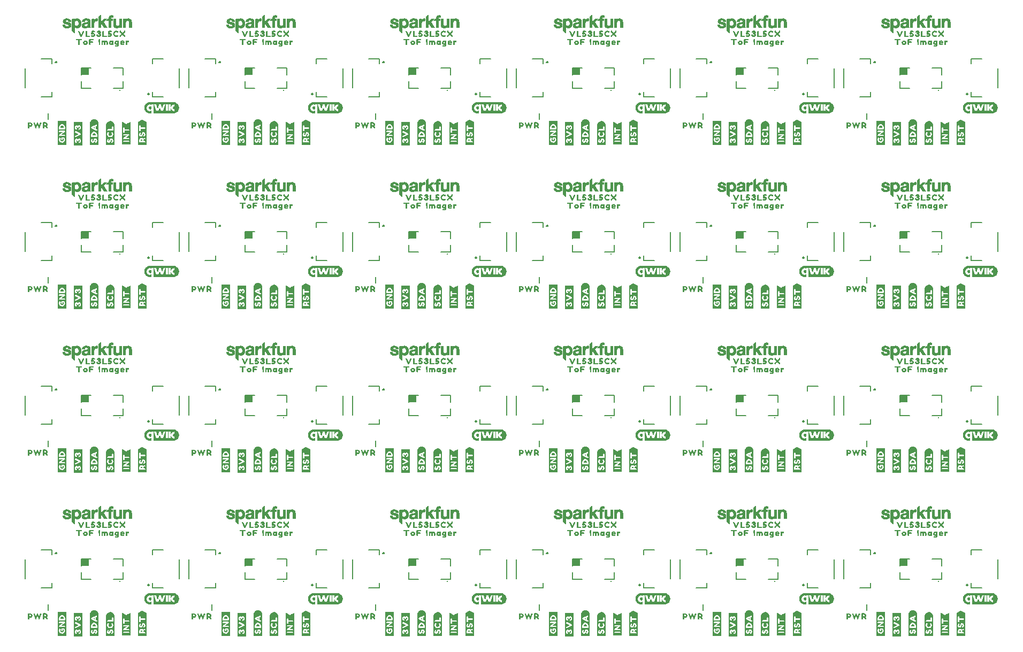
<source format=gto>
G04 EAGLE Gerber RS-274X export*
G75*
%MOMM*%
%FSLAX34Y34*%
%LPD*%
%INSilkscreen Top*%
%IPPOS*%
%AMOC8*
5,1,8,0,0,1.08239X$1,22.5*%
G01*
%ADD10C,0.203200*%
%ADD11C,0.282838*%
%ADD12C,0.177800*%
%ADD13R,1.200000X1.100000*%

G36*
X1241503Y848247D02*
X1241503Y848247D01*
X1241524Y848250D01*
X1241533Y848267D01*
X1241542Y848273D01*
X1241540Y848282D01*
X1241547Y848296D01*
X1241563Y848683D01*
X1241562Y848684D01*
X1241563Y848685D01*
X1241563Y852920D01*
X1241563Y852921D01*
X1241553Y853314D01*
X1241546Y853325D01*
X1241548Y853338D01*
X1241528Y853351D01*
X1241515Y853371D01*
X1241502Y853368D01*
X1241491Y853376D01*
X1241457Y853361D01*
X1241448Y853359D01*
X1241447Y853356D01*
X1241444Y853355D01*
X1241013Y852869D01*
X1240610Y852542D01*
X1240163Y852279D01*
X1239678Y852094D01*
X1239171Y851977D01*
X1238653Y851924D01*
X1238132Y851945D01*
X1237611Y851994D01*
X1237104Y852113D01*
X1236605Y852265D01*
X1236142Y852503D01*
X1235692Y852764D01*
X1235304Y853112D01*
X1234939Y853482D01*
X1234634Y853905D01*
X1234373Y854355D01*
X1234157Y854831D01*
X1233997Y855327D01*
X1233871Y855836D01*
X1233798Y856353D01*
X1233758Y856876D01*
X1233753Y857400D01*
X1233793Y857923D01*
X1233860Y858441D01*
X1233986Y858950D01*
X1234143Y859447D01*
X1234360Y859922D01*
X1234622Y860371D01*
X1234929Y860792D01*
X1235297Y861160D01*
X1235686Y861506D01*
X1236141Y861759D01*
X1236609Y861986D01*
X1237108Y862138D01*
X1237618Y862243D01*
X1238139Y862291D01*
X1238660Y862300D01*
X1239178Y862241D01*
X1239683Y862117D01*
X1240166Y861926D01*
X1240613Y861662D01*
X1241017Y861340D01*
X1241447Y860792D01*
X1241462Y860787D01*
X1241470Y860774D01*
X1241492Y860777D01*
X1241512Y860770D01*
X1241522Y860781D01*
X1241538Y860783D01*
X1241550Y860811D01*
X1241558Y860819D01*
X1241557Y860825D01*
X1241560Y860830D01*
X1241563Y861330D01*
X1241563Y861859D01*
X1241566Y862201D01*
X1244801Y862201D01*
X1244802Y862201D01*
X1244819Y862201D01*
X1244819Y848583D01*
X1244820Y848581D01*
X1244820Y848579D01*
X1244836Y848295D01*
X1244849Y848278D01*
X1244852Y848257D01*
X1244870Y848249D01*
X1244877Y848240D01*
X1244886Y848242D01*
X1244899Y848236D01*
X1275827Y848236D01*
X1275830Y848238D01*
X1275833Y848236D01*
X1277414Y848387D01*
X1277416Y848389D01*
X1277419Y848388D01*
X1277937Y848485D01*
X1277940Y848488D01*
X1277944Y848487D01*
X1279456Y848969D01*
X1279460Y848973D01*
X1279467Y848974D01*
X1280863Y849731D01*
X1280865Y849736D01*
X1280872Y849738D01*
X1282105Y850737D01*
X1282106Y850740D01*
X1282111Y850742D01*
X1282474Y851124D01*
X1282475Y851126D01*
X1282477Y851127D01*
X1283151Y851944D01*
X1283151Y851946D01*
X1283154Y851948D01*
X1283457Y852379D01*
X1283457Y852382D01*
X1283461Y852385D01*
X1284205Y853787D01*
X1284205Y853792D01*
X1284206Y853793D01*
X1284208Y853795D01*
X1284208Y853796D01*
X1284210Y853797D01*
X1284680Y855314D01*
X1284679Y855319D01*
X1284683Y855324D01*
X1284753Y855847D01*
X1284753Y855848D01*
X1284753Y855849D01*
X1284859Y856903D01*
X1284858Y856905D01*
X1284860Y856908D01*
X1284868Y857435D01*
X1284866Y857437D01*
X1284868Y857442D01*
X1284708Y859022D01*
X1284704Y859026D01*
X1284705Y859034D01*
X1284234Y860550D01*
X1284231Y860553D01*
X1284231Y860558D01*
X1284008Y861036D01*
X1284006Y861037D01*
X1284006Y861039D01*
X1283501Y861970D01*
X1283499Y861971D01*
X1283498Y861974D01*
X1283208Y862414D01*
X1283206Y862415D01*
X1283204Y862420D01*
X1282531Y863236D01*
X1282529Y863236D01*
X1282529Y863238D01*
X1282496Y863274D01*
X1282440Y863337D01*
X1282384Y863400D01*
X1282328Y863463D01*
X1282272Y863525D01*
X1282216Y863588D01*
X1282177Y863631D01*
X1282173Y863632D01*
X1282170Y863638D01*
X1280945Y864648D01*
X1280940Y864649D01*
X1280935Y864655D01*
X1279541Y865414D01*
X1279537Y865414D01*
X1279533Y865418D01*
X1279038Y865601D01*
X1279037Y865601D01*
X1279035Y865602D01*
X1278024Y865916D01*
X1278022Y865916D01*
X1278019Y865918D01*
X1277505Y866032D01*
X1277502Y866030D01*
X1277498Y866033D01*
X1276444Y866139D01*
X1275919Y866192D01*
X1275916Y866191D01*
X1275912Y866192D01*
X1238861Y866192D01*
X1238859Y866191D01*
X1238855Y866192D01*
X1237275Y866044D01*
X1237273Y866043D01*
X1237270Y866044D01*
X1236751Y865953D01*
X1236748Y865950D01*
X1236743Y865951D01*
X1235228Y865475D01*
X1235225Y865471D01*
X1235217Y865470D01*
X1233822Y864713D01*
X1233820Y864709D01*
X1233814Y864707D01*
X1233394Y864387D01*
X1233394Y864386D01*
X1233392Y864386D01*
X1232576Y863712D01*
X1232575Y863709D01*
X1232571Y863708D01*
X1232203Y863330D01*
X1232202Y863328D01*
X1232199Y863326D01*
X1231526Y862510D01*
X1231525Y862508D01*
X1231523Y862506D01*
X1231215Y862079D01*
X1231214Y862075D01*
X1231210Y862072D01*
X1230460Y860673D01*
X1230461Y860668D01*
X1230456Y860662D01*
X1229985Y859146D01*
X1229986Y859141D01*
X1229983Y859136D01*
X1229906Y858614D01*
X1229907Y858613D01*
X1229906Y858611D01*
X1229799Y857558D01*
X1229800Y857556D01*
X1229799Y857554D01*
X1229784Y857027D01*
X1229786Y857024D01*
X1229784Y857019D01*
X1229944Y855439D01*
X1229947Y855435D01*
X1229946Y855427D01*
X1230411Y853909D01*
X1230414Y853907D01*
X1230414Y853902D01*
X1230632Y853422D01*
X1230634Y853421D01*
X1230634Y853418D01*
X1231139Y852488D01*
X1231141Y852486D01*
X1231141Y852484D01*
X1231426Y852040D01*
X1231429Y852038D01*
X1231431Y852034D01*
X1231440Y852022D01*
X1231493Y851960D01*
X1231546Y851897D01*
X1231704Y851709D01*
X1231757Y851646D01*
X1231810Y851583D01*
X1231862Y851520D01*
X1231915Y851458D01*
X1231968Y851395D01*
X1232126Y851207D01*
X1232179Y851144D01*
X1232232Y851081D01*
X1232285Y851018D01*
X1232337Y850956D01*
X1232452Y850819D01*
X1232457Y850818D01*
X1232460Y850811D01*
X1233685Y849801D01*
X1233690Y849800D01*
X1233695Y849794D01*
X1235085Y849030D01*
X1235089Y849030D01*
X1235093Y849026D01*
X1235585Y848837D01*
X1235587Y848837D01*
X1235589Y848835D01*
X1236600Y848522D01*
X1236602Y848522D01*
X1236604Y848520D01*
X1237117Y848400D01*
X1237121Y848401D01*
X1237125Y848399D01*
X1238705Y848239D01*
X1238708Y848241D01*
X1238711Y848239D01*
X1241485Y848236D01*
X1241503Y848247D01*
G37*
G36*
X1241503Y71007D02*
X1241503Y71007D01*
X1241524Y71010D01*
X1241533Y71027D01*
X1241542Y71033D01*
X1241540Y71042D01*
X1241547Y71056D01*
X1241563Y71443D01*
X1241562Y71444D01*
X1241563Y71445D01*
X1241563Y75680D01*
X1241563Y75681D01*
X1241553Y76074D01*
X1241546Y76085D01*
X1241548Y76098D01*
X1241528Y76111D01*
X1241515Y76131D01*
X1241502Y76128D01*
X1241491Y76136D01*
X1241457Y76121D01*
X1241448Y76119D01*
X1241447Y76116D01*
X1241444Y76115D01*
X1241013Y75629D01*
X1240610Y75302D01*
X1240163Y75039D01*
X1239678Y74854D01*
X1239171Y74737D01*
X1238653Y74684D01*
X1238132Y74705D01*
X1237611Y74754D01*
X1237104Y74873D01*
X1236605Y75025D01*
X1236142Y75263D01*
X1235692Y75524D01*
X1235304Y75872D01*
X1234939Y76242D01*
X1234634Y76665D01*
X1234373Y77115D01*
X1234157Y77591D01*
X1233997Y78087D01*
X1233871Y78596D01*
X1233798Y79113D01*
X1233758Y79636D01*
X1233753Y80160D01*
X1233793Y80683D01*
X1233860Y81201D01*
X1233986Y81710D01*
X1234143Y82207D01*
X1234360Y82682D01*
X1234622Y83131D01*
X1234929Y83552D01*
X1235297Y83920D01*
X1235686Y84266D01*
X1236141Y84519D01*
X1236609Y84746D01*
X1237108Y84898D01*
X1237618Y85003D01*
X1238139Y85051D01*
X1238660Y85060D01*
X1239178Y85001D01*
X1239683Y84877D01*
X1240166Y84686D01*
X1240613Y84422D01*
X1241017Y84100D01*
X1241447Y83552D01*
X1241462Y83547D01*
X1241470Y83534D01*
X1241492Y83537D01*
X1241512Y83530D01*
X1241522Y83541D01*
X1241538Y83543D01*
X1241550Y83571D01*
X1241558Y83579D01*
X1241557Y83585D01*
X1241560Y83590D01*
X1241563Y84090D01*
X1241563Y84619D01*
X1241566Y84961D01*
X1244801Y84961D01*
X1244802Y84961D01*
X1244819Y84961D01*
X1244819Y71343D01*
X1244820Y71341D01*
X1244820Y71339D01*
X1244836Y71055D01*
X1244849Y71038D01*
X1244852Y71017D01*
X1244870Y71009D01*
X1244877Y71000D01*
X1244886Y71002D01*
X1244899Y70996D01*
X1275827Y70996D01*
X1275830Y70998D01*
X1275833Y70996D01*
X1277414Y71147D01*
X1277416Y71149D01*
X1277419Y71148D01*
X1277937Y71245D01*
X1277940Y71248D01*
X1277944Y71247D01*
X1279456Y71729D01*
X1279460Y71733D01*
X1279467Y71734D01*
X1280863Y72491D01*
X1280865Y72496D01*
X1280872Y72498D01*
X1282105Y73497D01*
X1282106Y73500D01*
X1282111Y73502D01*
X1282474Y73884D01*
X1282475Y73886D01*
X1282477Y73887D01*
X1283151Y74704D01*
X1283151Y74706D01*
X1283154Y74708D01*
X1283457Y75139D01*
X1283457Y75142D01*
X1283461Y75145D01*
X1284205Y76547D01*
X1284205Y76552D01*
X1284206Y76553D01*
X1284208Y76555D01*
X1284208Y76556D01*
X1284210Y76557D01*
X1284680Y78074D01*
X1284679Y78079D01*
X1284683Y78084D01*
X1284753Y78607D01*
X1284753Y78608D01*
X1284753Y78609D01*
X1284859Y79663D01*
X1284858Y79665D01*
X1284860Y79668D01*
X1284868Y80195D01*
X1284866Y80197D01*
X1284868Y80202D01*
X1284708Y81782D01*
X1284704Y81786D01*
X1284705Y81794D01*
X1284234Y83310D01*
X1284231Y83313D01*
X1284231Y83318D01*
X1284008Y83796D01*
X1284006Y83797D01*
X1284006Y83799D01*
X1283501Y84730D01*
X1283499Y84731D01*
X1283498Y84734D01*
X1283208Y85174D01*
X1283206Y85175D01*
X1283204Y85180D01*
X1282531Y85996D01*
X1282529Y85996D01*
X1282529Y85998D01*
X1282496Y86034D01*
X1282440Y86097D01*
X1282384Y86160D01*
X1282328Y86223D01*
X1282272Y86285D01*
X1282216Y86348D01*
X1282177Y86391D01*
X1282173Y86392D01*
X1282170Y86398D01*
X1280945Y87408D01*
X1280940Y87409D01*
X1280935Y87415D01*
X1279541Y88174D01*
X1279537Y88174D01*
X1279533Y88178D01*
X1279038Y88361D01*
X1279037Y88361D01*
X1279035Y88362D01*
X1278024Y88676D01*
X1278022Y88676D01*
X1278019Y88678D01*
X1277505Y88792D01*
X1277502Y88790D01*
X1277498Y88793D01*
X1276444Y88899D01*
X1275919Y88952D01*
X1275916Y88951D01*
X1275912Y88952D01*
X1238861Y88952D01*
X1238859Y88951D01*
X1238855Y88952D01*
X1237275Y88804D01*
X1237273Y88803D01*
X1237270Y88804D01*
X1236751Y88713D01*
X1236748Y88710D01*
X1236743Y88711D01*
X1235228Y88235D01*
X1235225Y88231D01*
X1235217Y88230D01*
X1233822Y87473D01*
X1233820Y87469D01*
X1233814Y87467D01*
X1233394Y87147D01*
X1233394Y87146D01*
X1233392Y87146D01*
X1232576Y86472D01*
X1232575Y86469D01*
X1232571Y86468D01*
X1232203Y86090D01*
X1232202Y86088D01*
X1232199Y86086D01*
X1231526Y85270D01*
X1231525Y85268D01*
X1231523Y85266D01*
X1231215Y84839D01*
X1231214Y84835D01*
X1231210Y84832D01*
X1230460Y83433D01*
X1230461Y83428D01*
X1230456Y83422D01*
X1229985Y81906D01*
X1229986Y81901D01*
X1229983Y81896D01*
X1229906Y81374D01*
X1229907Y81373D01*
X1229906Y81371D01*
X1229799Y80318D01*
X1229800Y80316D01*
X1229799Y80314D01*
X1229784Y79787D01*
X1229786Y79784D01*
X1229784Y79779D01*
X1229944Y78199D01*
X1229947Y78195D01*
X1229946Y78187D01*
X1230411Y76669D01*
X1230414Y76667D01*
X1230414Y76662D01*
X1230632Y76182D01*
X1230634Y76181D01*
X1230634Y76178D01*
X1231139Y75248D01*
X1231141Y75246D01*
X1231141Y75244D01*
X1231426Y74800D01*
X1231429Y74798D01*
X1231431Y74794D01*
X1231440Y74782D01*
X1231493Y74720D01*
X1231546Y74657D01*
X1231704Y74469D01*
X1231757Y74406D01*
X1231810Y74343D01*
X1231862Y74280D01*
X1231915Y74218D01*
X1231968Y74155D01*
X1232126Y73967D01*
X1232179Y73904D01*
X1232232Y73841D01*
X1232285Y73778D01*
X1232337Y73716D01*
X1232452Y73579D01*
X1232457Y73578D01*
X1232460Y73571D01*
X1233685Y72561D01*
X1233690Y72560D01*
X1233695Y72554D01*
X1235085Y71790D01*
X1235089Y71790D01*
X1235093Y71786D01*
X1235585Y71597D01*
X1235587Y71597D01*
X1235589Y71595D01*
X1236600Y71282D01*
X1236602Y71282D01*
X1236604Y71280D01*
X1237117Y71160D01*
X1237121Y71161D01*
X1237125Y71159D01*
X1238705Y70999D01*
X1238708Y71001D01*
X1238711Y70999D01*
X1241485Y70996D01*
X1241503Y71007D01*
G37*
G36*
X982423Y589167D02*
X982423Y589167D01*
X982444Y589170D01*
X982453Y589187D01*
X982462Y589193D01*
X982460Y589202D01*
X982467Y589216D01*
X982483Y589603D01*
X982482Y589604D01*
X982483Y589605D01*
X982483Y593840D01*
X982483Y593841D01*
X982473Y594234D01*
X982466Y594245D01*
X982468Y594258D01*
X982448Y594271D01*
X982435Y594291D01*
X982422Y594288D01*
X982411Y594296D01*
X982377Y594281D01*
X982368Y594279D01*
X982367Y594276D01*
X982364Y594275D01*
X981933Y593789D01*
X981530Y593462D01*
X981083Y593199D01*
X980598Y593014D01*
X980091Y592897D01*
X979573Y592844D01*
X979052Y592865D01*
X978531Y592914D01*
X978024Y593033D01*
X977525Y593185D01*
X977062Y593423D01*
X976612Y593684D01*
X976224Y594032D01*
X975859Y594402D01*
X975554Y594825D01*
X975293Y595275D01*
X975077Y595751D01*
X974917Y596247D01*
X974791Y596756D01*
X974718Y597273D01*
X974678Y597796D01*
X974673Y598320D01*
X974713Y598843D01*
X974780Y599361D01*
X974906Y599870D01*
X975063Y600367D01*
X975280Y600842D01*
X975542Y601291D01*
X975849Y601712D01*
X976217Y602080D01*
X976606Y602426D01*
X977061Y602679D01*
X977529Y602906D01*
X978028Y603058D01*
X978538Y603163D01*
X979059Y603211D01*
X979580Y603220D01*
X980098Y603161D01*
X980603Y603037D01*
X981086Y602846D01*
X981533Y602582D01*
X981937Y602260D01*
X982367Y601712D01*
X982382Y601707D01*
X982390Y601694D01*
X982412Y601697D01*
X982432Y601690D01*
X982442Y601701D01*
X982458Y601703D01*
X982470Y601731D01*
X982478Y601739D01*
X982477Y601745D01*
X982480Y601750D01*
X982483Y602250D01*
X982483Y602779D01*
X982486Y603121D01*
X985721Y603121D01*
X985722Y603121D01*
X985739Y603121D01*
X985739Y589503D01*
X985740Y589501D01*
X985740Y589499D01*
X985756Y589215D01*
X985769Y589198D01*
X985772Y589177D01*
X985790Y589169D01*
X985797Y589160D01*
X985806Y589162D01*
X985819Y589156D01*
X1016747Y589156D01*
X1016750Y589158D01*
X1016753Y589156D01*
X1018334Y589307D01*
X1018336Y589309D01*
X1018339Y589308D01*
X1018857Y589405D01*
X1018860Y589408D01*
X1018864Y589407D01*
X1020376Y589889D01*
X1020380Y589893D01*
X1020387Y589894D01*
X1021783Y590651D01*
X1021785Y590656D01*
X1021792Y590658D01*
X1023025Y591657D01*
X1023026Y591660D01*
X1023031Y591662D01*
X1023394Y592044D01*
X1023395Y592046D01*
X1023397Y592047D01*
X1024071Y592864D01*
X1024071Y592866D01*
X1024074Y592868D01*
X1024377Y593299D01*
X1024377Y593302D01*
X1024381Y593305D01*
X1025125Y594707D01*
X1025125Y594712D01*
X1025126Y594713D01*
X1025128Y594715D01*
X1025128Y594716D01*
X1025130Y594717D01*
X1025600Y596234D01*
X1025599Y596239D01*
X1025603Y596244D01*
X1025673Y596767D01*
X1025673Y596768D01*
X1025673Y596769D01*
X1025779Y597823D01*
X1025778Y597825D01*
X1025780Y597828D01*
X1025788Y598355D01*
X1025786Y598357D01*
X1025788Y598362D01*
X1025628Y599942D01*
X1025624Y599946D01*
X1025625Y599954D01*
X1025154Y601470D01*
X1025151Y601473D01*
X1025151Y601478D01*
X1024928Y601956D01*
X1024926Y601957D01*
X1024926Y601959D01*
X1024421Y602890D01*
X1024419Y602891D01*
X1024418Y602894D01*
X1024128Y603334D01*
X1024126Y603335D01*
X1024124Y603340D01*
X1023451Y604156D01*
X1023449Y604156D01*
X1023449Y604158D01*
X1023416Y604194D01*
X1023360Y604257D01*
X1023304Y604320D01*
X1023248Y604383D01*
X1023192Y604445D01*
X1023136Y604508D01*
X1023097Y604551D01*
X1023093Y604552D01*
X1023090Y604558D01*
X1021865Y605568D01*
X1021860Y605569D01*
X1021855Y605575D01*
X1020461Y606334D01*
X1020457Y606334D01*
X1020453Y606338D01*
X1019958Y606521D01*
X1019957Y606521D01*
X1019955Y606522D01*
X1018944Y606836D01*
X1018942Y606836D01*
X1018939Y606838D01*
X1018425Y606952D01*
X1018422Y606950D01*
X1018418Y606953D01*
X1017364Y607059D01*
X1016839Y607112D01*
X1016836Y607111D01*
X1016832Y607112D01*
X979781Y607112D01*
X979779Y607111D01*
X979775Y607112D01*
X978195Y606964D01*
X978193Y606963D01*
X978190Y606964D01*
X977671Y606873D01*
X977668Y606870D01*
X977663Y606871D01*
X976148Y606395D01*
X976145Y606391D01*
X976137Y606390D01*
X974742Y605633D01*
X974740Y605629D01*
X974734Y605627D01*
X974314Y605307D01*
X974314Y605306D01*
X974312Y605306D01*
X973496Y604632D01*
X973495Y604629D01*
X973491Y604628D01*
X973123Y604250D01*
X973122Y604248D01*
X973119Y604246D01*
X972446Y603430D01*
X972445Y603428D01*
X972443Y603426D01*
X972135Y602999D01*
X972134Y602995D01*
X972130Y602992D01*
X971380Y601593D01*
X971381Y601588D01*
X971376Y601582D01*
X970905Y600066D01*
X970906Y600061D01*
X970903Y600056D01*
X970826Y599534D01*
X970827Y599533D01*
X970826Y599531D01*
X970719Y598478D01*
X970720Y598476D01*
X970719Y598474D01*
X970704Y597947D01*
X970706Y597944D01*
X970704Y597939D01*
X970864Y596359D01*
X970867Y596355D01*
X970866Y596347D01*
X971331Y594829D01*
X971334Y594827D01*
X971334Y594822D01*
X971552Y594342D01*
X971554Y594341D01*
X971554Y594338D01*
X972059Y593408D01*
X972061Y593406D01*
X972061Y593404D01*
X972346Y592960D01*
X972349Y592958D01*
X972351Y592954D01*
X972360Y592942D01*
X972413Y592880D01*
X972466Y592817D01*
X972624Y592629D01*
X972677Y592566D01*
X972730Y592503D01*
X972782Y592440D01*
X972835Y592378D01*
X972888Y592315D01*
X973046Y592127D01*
X973099Y592064D01*
X973152Y592001D01*
X973205Y591938D01*
X973257Y591876D01*
X973372Y591739D01*
X973377Y591738D01*
X973380Y591731D01*
X974605Y590721D01*
X974610Y590720D01*
X974615Y590714D01*
X976005Y589950D01*
X976009Y589950D01*
X976013Y589946D01*
X976505Y589757D01*
X976507Y589757D01*
X976509Y589755D01*
X977520Y589442D01*
X977522Y589442D01*
X977524Y589440D01*
X978037Y589320D01*
X978041Y589321D01*
X978045Y589319D01*
X979625Y589159D01*
X979628Y589161D01*
X979631Y589159D01*
X982405Y589156D01*
X982423Y589167D01*
G37*
G36*
X205183Y589167D02*
X205183Y589167D01*
X205204Y589170D01*
X205213Y589187D01*
X205222Y589193D01*
X205220Y589202D01*
X205227Y589216D01*
X205243Y589603D01*
X205242Y589604D01*
X205243Y589605D01*
X205243Y593840D01*
X205243Y593841D01*
X205233Y594234D01*
X205226Y594245D01*
X205228Y594258D01*
X205208Y594271D01*
X205195Y594291D01*
X205182Y594288D01*
X205171Y594296D01*
X205137Y594281D01*
X205128Y594279D01*
X205127Y594276D01*
X205124Y594275D01*
X204693Y593789D01*
X204290Y593462D01*
X203843Y593199D01*
X203358Y593014D01*
X202851Y592897D01*
X202333Y592844D01*
X201812Y592865D01*
X201291Y592914D01*
X200784Y593033D01*
X200285Y593185D01*
X199822Y593423D01*
X199372Y593684D01*
X198984Y594032D01*
X198619Y594402D01*
X198314Y594825D01*
X198053Y595275D01*
X197837Y595751D01*
X197677Y596247D01*
X197551Y596756D01*
X197478Y597273D01*
X197438Y597796D01*
X197433Y598320D01*
X197473Y598843D01*
X197540Y599361D01*
X197666Y599870D01*
X197823Y600367D01*
X198040Y600842D01*
X198302Y601291D01*
X198609Y601712D01*
X198977Y602080D01*
X199366Y602426D01*
X199821Y602679D01*
X200289Y602906D01*
X200788Y603058D01*
X201298Y603163D01*
X201819Y603211D01*
X202340Y603220D01*
X202858Y603161D01*
X203363Y603037D01*
X203846Y602846D01*
X204293Y602582D01*
X204697Y602260D01*
X205127Y601712D01*
X205142Y601707D01*
X205150Y601694D01*
X205172Y601697D01*
X205192Y601690D01*
X205202Y601701D01*
X205218Y601703D01*
X205230Y601731D01*
X205238Y601739D01*
X205237Y601745D01*
X205240Y601750D01*
X205243Y602250D01*
X205243Y602779D01*
X205246Y603121D01*
X208481Y603121D01*
X208482Y603121D01*
X208499Y603121D01*
X208499Y589503D01*
X208500Y589501D01*
X208500Y589499D01*
X208516Y589215D01*
X208529Y589198D01*
X208532Y589177D01*
X208550Y589169D01*
X208557Y589160D01*
X208566Y589162D01*
X208579Y589156D01*
X239507Y589156D01*
X239510Y589158D01*
X239513Y589156D01*
X241094Y589307D01*
X241096Y589309D01*
X241099Y589308D01*
X241617Y589405D01*
X241620Y589408D01*
X241624Y589407D01*
X243136Y589889D01*
X243140Y589893D01*
X243147Y589894D01*
X244543Y590651D01*
X244545Y590656D01*
X244552Y590658D01*
X245785Y591657D01*
X245786Y591660D01*
X245791Y591662D01*
X246154Y592044D01*
X246155Y592046D01*
X246157Y592047D01*
X246831Y592864D01*
X246831Y592866D01*
X246834Y592868D01*
X247137Y593299D01*
X247137Y593302D01*
X247141Y593305D01*
X247885Y594707D01*
X247885Y594712D01*
X247886Y594713D01*
X247888Y594715D01*
X247888Y594716D01*
X247890Y594717D01*
X248360Y596234D01*
X248359Y596239D01*
X248363Y596244D01*
X248433Y596767D01*
X248433Y596768D01*
X248433Y596769D01*
X248539Y597823D01*
X248538Y597825D01*
X248540Y597828D01*
X248548Y598355D01*
X248546Y598357D01*
X248548Y598362D01*
X248388Y599942D01*
X248384Y599946D01*
X248385Y599954D01*
X247914Y601470D01*
X247911Y601473D01*
X247911Y601478D01*
X247688Y601956D01*
X247686Y601957D01*
X247686Y601959D01*
X247181Y602890D01*
X247179Y602891D01*
X247178Y602894D01*
X246888Y603334D01*
X246886Y603335D01*
X246884Y603340D01*
X246211Y604156D01*
X246209Y604156D01*
X246209Y604158D01*
X246176Y604194D01*
X246120Y604257D01*
X246064Y604320D01*
X246008Y604383D01*
X245952Y604445D01*
X245896Y604508D01*
X245857Y604551D01*
X245853Y604552D01*
X245850Y604558D01*
X244625Y605568D01*
X244620Y605569D01*
X244615Y605575D01*
X243221Y606334D01*
X243217Y606334D01*
X243213Y606338D01*
X242718Y606521D01*
X242717Y606521D01*
X242715Y606522D01*
X241704Y606836D01*
X241702Y606836D01*
X241699Y606838D01*
X241185Y606952D01*
X241182Y606950D01*
X241178Y606953D01*
X240124Y607059D01*
X239599Y607112D01*
X239596Y607111D01*
X239592Y607112D01*
X202541Y607112D01*
X202539Y607111D01*
X202535Y607112D01*
X200955Y606964D01*
X200953Y606963D01*
X200950Y606964D01*
X200431Y606873D01*
X200428Y606870D01*
X200423Y606871D01*
X198908Y606395D01*
X198905Y606391D01*
X198897Y606390D01*
X197502Y605633D01*
X197500Y605629D01*
X197494Y605627D01*
X197074Y605307D01*
X197074Y605306D01*
X197072Y605306D01*
X196256Y604632D01*
X196255Y604629D01*
X196251Y604628D01*
X195883Y604250D01*
X195882Y604248D01*
X195879Y604246D01*
X195206Y603430D01*
X195205Y603428D01*
X195203Y603426D01*
X194895Y602999D01*
X194894Y602995D01*
X194890Y602992D01*
X194140Y601593D01*
X194141Y601588D01*
X194136Y601582D01*
X193665Y600066D01*
X193666Y600061D01*
X193663Y600056D01*
X193586Y599534D01*
X193587Y599533D01*
X193586Y599531D01*
X193479Y598478D01*
X193480Y598476D01*
X193479Y598474D01*
X193464Y597947D01*
X193466Y597944D01*
X193464Y597939D01*
X193624Y596359D01*
X193627Y596355D01*
X193626Y596347D01*
X194091Y594829D01*
X194094Y594827D01*
X194094Y594822D01*
X194312Y594342D01*
X194314Y594341D01*
X194314Y594338D01*
X194819Y593408D01*
X194821Y593406D01*
X194821Y593404D01*
X195106Y592960D01*
X195109Y592958D01*
X195111Y592954D01*
X195120Y592942D01*
X195173Y592880D01*
X195226Y592817D01*
X195384Y592629D01*
X195437Y592566D01*
X195490Y592503D01*
X195542Y592440D01*
X195595Y592378D01*
X195648Y592315D01*
X195806Y592127D01*
X195859Y592064D01*
X195912Y592001D01*
X195965Y591938D01*
X196017Y591876D01*
X196132Y591739D01*
X196137Y591738D01*
X196140Y591731D01*
X197365Y590721D01*
X197370Y590720D01*
X197375Y590714D01*
X198765Y589950D01*
X198769Y589950D01*
X198773Y589946D01*
X199265Y589757D01*
X199267Y589757D01*
X199269Y589755D01*
X200280Y589442D01*
X200282Y589442D01*
X200284Y589440D01*
X200797Y589320D01*
X200801Y589321D01*
X200805Y589319D01*
X202385Y589159D01*
X202388Y589161D01*
X202391Y589159D01*
X205165Y589156D01*
X205183Y589167D01*
G37*
G36*
X464263Y589167D02*
X464263Y589167D01*
X464284Y589170D01*
X464293Y589187D01*
X464302Y589193D01*
X464300Y589202D01*
X464307Y589216D01*
X464323Y589603D01*
X464322Y589604D01*
X464323Y589605D01*
X464323Y593840D01*
X464323Y593841D01*
X464313Y594234D01*
X464306Y594245D01*
X464308Y594258D01*
X464288Y594271D01*
X464275Y594291D01*
X464262Y594288D01*
X464251Y594296D01*
X464217Y594281D01*
X464208Y594279D01*
X464207Y594276D01*
X464204Y594275D01*
X463773Y593789D01*
X463370Y593462D01*
X462923Y593199D01*
X462438Y593014D01*
X461931Y592897D01*
X461413Y592844D01*
X460892Y592865D01*
X460371Y592914D01*
X459864Y593033D01*
X459365Y593185D01*
X458902Y593423D01*
X458452Y593684D01*
X458064Y594032D01*
X457699Y594402D01*
X457394Y594825D01*
X457133Y595275D01*
X456917Y595751D01*
X456757Y596247D01*
X456631Y596756D01*
X456558Y597273D01*
X456518Y597796D01*
X456513Y598320D01*
X456553Y598843D01*
X456620Y599361D01*
X456746Y599870D01*
X456903Y600367D01*
X457120Y600842D01*
X457382Y601291D01*
X457689Y601712D01*
X458057Y602080D01*
X458446Y602426D01*
X458901Y602679D01*
X459369Y602906D01*
X459868Y603058D01*
X460378Y603163D01*
X460899Y603211D01*
X461420Y603220D01*
X461938Y603161D01*
X462443Y603037D01*
X462926Y602846D01*
X463373Y602582D01*
X463777Y602260D01*
X464207Y601712D01*
X464222Y601707D01*
X464230Y601694D01*
X464252Y601697D01*
X464272Y601690D01*
X464282Y601701D01*
X464298Y601703D01*
X464310Y601731D01*
X464318Y601739D01*
X464317Y601745D01*
X464320Y601750D01*
X464323Y602250D01*
X464323Y602779D01*
X464326Y603121D01*
X467561Y603121D01*
X467562Y603121D01*
X467579Y603121D01*
X467579Y589503D01*
X467580Y589501D01*
X467580Y589499D01*
X467596Y589215D01*
X467609Y589198D01*
X467612Y589177D01*
X467630Y589169D01*
X467637Y589160D01*
X467646Y589162D01*
X467659Y589156D01*
X498587Y589156D01*
X498590Y589158D01*
X498593Y589156D01*
X500174Y589307D01*
X500176Y589309D01*
X500179Y589308D01*
X500697Y589405D01*
X500700Y589408D01*
X500704Y589407D01*
X502216Y589889D01*
X502220Y589893D01*
X502227Y589894D01*
X503623Y590651D01*
X503625Y590656D01*
X503632Y590658D01*
X504865Y591657D01*
X504866Y591660D01*
X504871Y591662D01*
X505234Y592044D01*
X505235Y592046D01*
X505237Y592047D01*
X505911Y592864D01*
X505911Y592866D01*
X505914Y592868D01*
X506217Y593299D01*
X506217Y593302D01*
X506221Y593305D01*
X506965Y594707D01*
X506965Y594712D01*
X506966Y594713D01*
X506968Y594715D01*
X506968Y594716D01*
X506970Y594717D01*
X507440Y596234D01*
X507439Y596239D01*
X507443Y596244D01*
X507513Y596767D01*
X507513Y596768D01*
X507513Y596769D01*
X507619Y597823D01*
X507618Y597825D01*
X507620Y597828D01*
X507628Y598355D01*
X507626Y598357D01*
X507628Y598362D01*
X507468Y599942D01*
X507464Y599946D01*
X507465Y599954D01*
X506994Y601470D01*
X506991Y601473D01*
X506991Y601478D01*
X506768Y601956D01*
X506766Y601957D01*
X506766Y601959D01*
X506261Y602890D01*
X506259Y602891D01*
X506258Y602894D01*
X505968Y603334D01*
X505966Y603335D01*
X505964Y603340D01*
X505291Y604156D01*
X505289Y604156D01*
X505289Y604158D01*
X505256Y604194D01*
X505200Y604257D01*
X505144Y604320D01*
X505088Y604383D01*
X505032Y604445D01*
X504976Y604508D01*
X504937Y604551D01*
X504933Y604552D01*
X504930Y604558D01*
X503705Y605568D01*
X503700Y605569D01*
X503695Y605575D01*
X502301Y606334D01*
X502297Y606334D01*
X502293Y606338D01*
X501798Y606521D01*
X501797Y606521D01*
X501795Y606522D01*
X500784Y606836D01*
X500782Y606836D01*
X500779Y606838D01*
X500265Y606952D01*
X500262Y606950D01*
X500258Y606953D01*
X499204Y607059D01*
X498679Y607112D01*
X498676Y607111D01*
X498672Y607112D01*
X461621Y607112D01*
X461619Y607111D01*
X461615Y607112D01*
X460035Y606964D01*
X460033Y606963D01*
X460030Y606964D01*
X459511Y606873D01*
X459508Y606870D01*
X459503Y606871D01*
X457988Y606395D01*
X457985Y606391D01*
X457977Y606390D01*
X456582Y605633D01*
X456580Y605629D01*
X456574Y605627D01*
X456154Y605307D01*
X456154Y605306D01*
X456152Y605306D01*
X455336Y604632D01*
X455335Y604629D01*
X455331Y604628D01*
X454963Y604250D01*
X454962Y604248D01*
X454959Y604246D01*
X454286Y603430D01*
X454285Y603428D01*
X454283Y603426D01*
X453975Y602999D01*
X453974Y602995D01*
X453970Y602992D01*
X453220Y601593D01*
X453221Y601588D01*
X453216Y601582D01*
X452745Y600066D01*
X452746Y600061D01*
X452743Y600056D01*
X452666Y599534D01*
X452667Y599533D01*
X452666Y599531D01*
X452559Y598478D01*
X452560Y598476D01*
X452559Y598474D01*
X452544Y597947D01*
X452546Y597944D01*
X452544Y597939D01*
X452704Y596359D01*
X452707Y596355D01*
X452706Y596347D01*
X453171Y594829D01*
X453174Y594827D01*
X453174Y594822D01*
X453392Y594342D01*
X453394Y594341D01*
X453394Y594338D01*
X453899Y593408D01*
X453901Y593406D01*
X453901Y593404D01*
X454186Y592960D01*
X454189Y592958D01*
X454191Y592954D01*
X454200Y592942D01*
X454253Y592880D01*
X454306Y592817D01*
X454464Y592629D01*
X454517Y592566D01*
X454570Y592503D01*
X454622Y592440D01*
X454675Y592378D01*
X454728Y592315D01*
X454886Y592127D01*
X454939Y592064D01*
X454992Y592001D01*
X455045Y591938D01*
X455097Y591876D01*
X455212Y591739D01*
X455217Y591738D01*
X455220Y591731D01*
X456445Y590721D01*
X456450Y590720D01*
X456455Y590714D01*
X457845Y589950D01*
X457849Y589950D01*
X457853Y589946D01*
X458345Y589757D01*
X458347Y589757D01*
X458349Y589755D01*
X459360Y589442D01*
X459362Y589442D01*
X459364Y589440D01*
X459877Y589320D01*
X459881Y589321D01*
X459885Y589319D01*
X461465Y589159D01*
X461468Y589161D01*
X461471Y589159D01*
X464245Y589156D01*
X464263Y589167D01*
G37*
G36*
X723343Y589167D02*
X723343Y589167D01*
X723364Y589170D01*
X723373Y589187D01*
X723382Y589193D01*
X723380Y589202D01*
X723387Y589216D01*
X723403Y589603D01*
X723402Y589604D01*
X723403Y589605D01*
X723403Y593840D01*
X723403Y593841D01*
X723393Y594234D01*
X723386Y594245D01*
X723388Y594258D01*
X723368Y594271D01*
X723355Y594291D01*
X723342Y594288D01*
X723331Y594296D01*
X723297Y594281D01*
X723288Y594279D01*
X723287Y594276D01*
X723284Y594275D01*
X722853Y593789D01*
X722450Y593462D01*
X722003Y593199D01*
X721518Y593014D01*
X721011Y592897D01*
X720493Y592844D01*
X719972Y592865D01*
X719451Y592914D01*
X718944Y593033D01*
X718445Y593185D01*
X717982Y593423D01*
X717532Y593684D01*
X717144Y594032D01*
X716779Y594402D01*
X716474Y594825D01*
X716213Y595275D01*
X715997Y595751D01*
X715837Y596247D01*
X715711Y596756D01*
X715638Y597273D01*
X715598Y597796D01*
X715593Y598320D01*
X715633Y598843D01*
X715700Y599361D01*
X715826Y599870D01*
X715983Y600367D01*
X716200Y600842D01*
X716462Y601291D01*
X716769Y601712D01*
X717137Y602080D01*
X717526Y602426D01*
X717981Y602679D01*
X718449Y602906D01*
X718948Y603058D01*
X719458Y603163D01*
X719979Y603211D01*
X720500Y603220D01*
X721018Y603161D01*
X721523Y603037D01*
X722006Y602846D01*
X722453Y602582D01*
X722857Y602260D01*
X723287Y601712D01*
X723302Y601707D01*
X723310Y601694D01*
X723332Y601697D01*
X723352Y601690D01*
X723362Y601701D01*
X723378Y601703D01*
X723390Y601731D01*
X723398Y601739D01*
X723397Y601745D01*
X723400Y601750D01*
X723403Y602250D01*
X723403Y602779D01*
X723406Y603121D01*
X726641Y603121D01*
X726642Y603121D01*
X726659Y603121D01*
X726659Y589503D01*
X726660Y589501D01*
X726660Y589499D01*
X726676Y589215D01*
X726689Y589198D01*
X726692Y589177D01*
X726710Y589169D01*
X726717Y589160D01*
X726726Y589162D01*
X726739Y589156D01*
X757667Y589156D01*
X757670Y589158D01*
X757673Y589156D01*
X759254Y589307D01*
X759256Y589309D01*
X759259Y589308D01*
X759777Y589405D01*
X759780Y589408D01*
X759784Y589407D01*
X761296Y589889D01*
X761300Y589893D01*
X761307Y589894D01*
X762703Y590651D01*
X762705Y590656D01*
X762712Y590658D01*
X763945Y591657D01*
X763946Y591660D01*
X763951Y591662D01*
X764314Y592044D01*
X764315Y592046D01*
X764317Y592047D01*
X764991Y592864D01*
X764991Y592866D01*
X764994Y592868D01*
X765297Y593299D01*
X765297Y593302D01*
X765301Y593305D01*
X766045Y594707D01*
X766045Y594712D01*
X766046Y594713D01*
X766048Y594715D01*
X766048Y594716D01*
X766050Y594717D01*
X766520Y596234D01*
X766519Y596239D01*
X766523Y596244D01*
X766593Y596767D01*
X766593Y596768D01*
X766593Y596769D01*
X766699Y597823D01*
X766698Y597825D01*
X766700Y597828D01*
X766708Y598355D01*
X766706Y598357D01*
X766708Y598362D01*
X766548Y599942D01*
X766544Y599946D01*
X766545Y599954D01*
X766074Y601470D01*
X766071Y601473D01*
X766071Y601478D01*
X765848Y601956D01*
X765846Y601957D01*
X765846Y601959D01*
X765341Y602890D01*
X765339Y602891D01*
X765338Y602894D01*
X765048Y603334D01*
X765046Y603335D01*
X765044Y603340D01*
X764371Y604156D01*
X764369Y604156D01*
X764369Y604158D01*
X764336Y604194D01*
X764280Y604257D01*
X764224Y604320D01*
X764168Y604383D01*
X764112Y604445D01*
X764056Y604508D01*
X764017Y604551D01*
X764013Y604552D01*
X764010Y604558D01*
X762785Y605568D01*
X762780Y605569D01*
X762775Y605575D01*
X761381Y606334D01*
X761377Y606334D01*
X761373Y606338D01*
X760878Y606521D01*
X760877Y606521D01*
X760875Y606522D01*
X759864Y606836D01*
X759862Y606836D01*
X759859Y606838D01*
X759345Y606952D01*
X759342Y606950D01*
X759338Y606953D01*
X758284Y607059D01*
X757759Y607112D01*
X757756Y607111D01*
X757752Y607112D01*
X720701Y607112D01*
X720699Y607111D01*
X720695Y607112D01*
X719115Y606964D01*
X719113Y606963D01*
X719110Y606964D01*
X718591Y606873D01*
X718588Y606870D01*
X718583Y606871D01*
X717068Y606395D01*
X717065Y606391D01*
X717057Y606390D01*
X715662Y605633D01*
X715660Y605629D01*
X715654Y605627D01*
X715234Y605307D01*
X715234Y605306D01*
X715232Y605306D01*
X714416Y604632D01*
X714415Y604629D01*
X714411Y604628D01*
X714043Y604250D01*
X714042Y604248D01*
X714039Y604246D01*
X713366Y603430D01*
X713365Y603428D01*
X713363Y603426D01*
X713055Y602999D01*
X713054Y602995D01*
X713050Y602992D01*
X712300Y601593D01*
X712301Y601588D01*
X712296Y601582D01*
X711825Y600066D01*
X711826Y600061D01*
X711823Y600056D01*
X711746Y599534D01*
X711747Y599533D01*
X711746Y599531D01*
X711639Y598478D01*
X711640Y598476D01*
X711639Y598474D01*
X711624Y597947D01*
X711626Y597944D01*
X711624Y597939D01*
X711784Y596359D01*
X711787Y596355D01*
X711786Y596347D01*
X712251Y594829D01*
X712254Y594827D01*
X712254Y594822D01*
X712472Y594342D01*
X712474Y594341D01*
X712474Y594338D01*
X712979Y593408D01*
X712981Y593406D01*
X712981Y593404D01*
X713266Y592960D01*
X713269Y592958D01*
X713271Y592954D01*
X713280Y592942D01*
X713333Y592880D01*
X713386Y592817D01*
X713544Y592629D01*
X713597Y592566D01*
X713650Y592503D01*
X713702Y592440D01*
X713755Y592378D01*
X713808Y592315D01*
X713966Y592127D01*
X714019Y592064D01*
X714072Y592001D01*
X714125Y591938D01*
X714177Y591876D01*
X714292Y591739D01*
X714297Y591738D01*
X714300Y591731D01*
X715525Y590721D01*
X715530Y590720D01*
X715535Y590714D01*
X716925Y589950D01*
X716929Y589950D01*
X716933Y589946D01*
X717425Y589757D01*
X717427Y589757D01*
X717429Y589755D01*
X718440Y589442D01*
X718442Y589442D01*
X718444Y589440D01*
X718957Y589320D01*
X718961Y589321D01*
X718965Y589319D01*
X720545Y589159D01*
X720548Y589161D01*
X720551Y589159D01*
X723325Y589156D01*
X723343Y589167D01*
G37*
G36*
X205183Y330087D02*
X205183Y330087D01*
X205204Y330090D01*
X205213Y330107D01*
X205222Y330113D01*
X205220Y330122D01*
X205227Y330136D01*
X205243Y330523D01*
X205242Y330524D01*
X205243Y330525D01*
X205243Y334760D01*
X205243Y334761D01*
X205233Y335154D01*
X205226Y335165D01*
X205228Y335178D01*
X205208Y335191D01*
X205195Y335211D01*
X205182Y335208D01*
X205171Y335216D01*
X205137Y335201D01*
X205128Y335199D01*
X205127Y335196D01*
X205124Y335195D01*
X204693Y334709D01*
X204290Y334382D01*
X203843Y334119D01*
X203358Y333934D01*
X202851Y333817D01*
X202333Y333764D01*
X201812Y333785D01*
X201291Y333834D01*
X200784Y333953D01*
X200285Y334105D01*
X199822Y334343D01*
X199372Y334604D01*
X198984Y334952D01*
X198619Y335322D01*
X198314Y335745D01*
X198053Y336195D01*
X197837Y336671D01*
X197677Y337167D01*
X197551Y337676D01*
X197478Y338193D01*
X197438Y338716D01*
X197433Y339240D01*
X197473Y339763D01*
X197540Y340281D01*
X197666Y340790D01*
X197823Y341287D01*
X198040Y341762D01*
X198302Y342211D01*
X198609Y342632D01*
X198977Y343000D01*
X199366Y343346D01*
X199821Y343599D01*
X200289Y343826D01*
X200788Y343978D01*
X201298Y344083D01*
X201819Y344131D01*
X202340Y344140D01*
X202858Y344081D01*
X203363Y343957D01*
X203846Y343766D01*
X204293Y343502D01*
X204697Y343180D01*
X205127Y342632D01*
X205142Y342627D01*
X205150Y342614D01*
X205172Y342617D01*
X205192Y342610D01*
X205202Y342621D01*
X205218Y342623D01*
X205230Y342651D01*
X205238Y342659D01*
X205237Y342665D01*
X205240Y342670D01*
X205243Y343170D01*
X205243Y343699D01*
X205246Y344041D01*
X208481Y344041D01*
X208482Y344041D01*
X208499Y344041D01*
X208499Y330423D01*
X208500Y330421D01*
X208500Y330419D01*
X208516Y330135D01*
X208529Y330118D01*
X208532Y330097D01*
X208550Y330089D01*
X208557Y330080D01*
X208566Y330082D01*
X208579Y330076D01*
X239507Y330076D01*
X239510Y330078D01*
X239513Y330076D01*
X241094Y330227D01*
X241096Y330229D01*
X241099Y330228D01*
X241617Y330325D01*
X241620Y330328D01*
X241624Y330327D01*
X243136Y330809D01*
X243140Y330813D01*
X243147Y330814D01*
X244543Y331571D01*
X244545Y331576D01*
X244552Y331578D01*
X245785Y332577D01*
X245786Y332580D01*
X245791Y332582D01*
X246154Y332964D01*
X246155Y332966D01*
X246157Y332967D01*
X246831Y333784D01*
X246831Y333786D01*
X246834Y333788D01*
X247137Y334219D01*
X247137Y334222D01*
X247141Y334225D01*
X247885Y335627D01*
X247885Y335632D01*
X247886Y335633D01*
X247888Y335635D01*
X247888Y335636D01*
X247890Y335637D01*
X248360Y337154D01*
X248359Y337159D01*
X248363Y337164D01*
X248433Y337687D01*
X248433Y337688D01*
X248433Y337689D01*
X248539Y338743D01*
X248538Y338745D01*
X248540Y338748D01*
X248548Y339275D01*
X248546Y339277D01*
X248548Y339282D01*
X248388Y340862D01*
X248384Y340866D01*
X248385Y340874D01*
X247914Y342390D01*
X247911Y342393D01*
X247911Y342398D01*
X247688Y342876D01*
X247686Y342877D01*
X247686Y342879D01*
X247181Y343810D01*
X247179Y343811D01*
X247178Y343814D01*
X246888Y344254D01*
X246886Y344255D01*
X246884Y344260D01*
X246211Y345076D01*
X246209Y345076D01*
X246209Y345078D01*
X246176Y345114D01*
X246120Y345177D01*
X246064Y345240D01*
X246008Y345303D01*
X245952Y345365D01*
X245896Y345428D01*
X245857Y345471D01*
X245853Y345472D01*
X245850Y345478D01*
X244625Y346488D01*
X244620Y346489D01*
X244615Y346495D01*
X243221Y347254D01*
X243217Y347254D01*
X243213Y347258D01*
X242718Y347441D01*
X242717Y347441D01*
X242715Y347442D01*
X241704Y347756D01*
X241702Y347756D01*
X241699Y347758D01*
X241185Y347872D01*
X241182Y347870D01*
X241178Y347873D01*
X240124Y347979D01*
X239599Y348032D01*
X239596Y348031D01*
X239592Y348032D01*
X202541Y348032D01*
X202539Y348031D01*
X202535Y348032D01*
X200955Y347884D01*
X200953Y347883D01*
X200950Y347884D01*
X200431Y347793D01*
X200428Y347790D01*
X200423Y347791D01*
X198908Y347315D01*
X198905Y347311D01*
X198897Y347310D01*
X197502Y346553D01*
X197500Y346549D01*
X197494Y346547D01*
X197074Y346227D01*
X197074Y346226D01*
X197072Y346226D01*
X196256Y345552D01*
X196255Y345549D01*
X196251Y345548D01*
X195883Y345170D01*
X195882Y345168D01*
X195879Y345166D01*
X195206Y344350D01*
X195205Y344348D01*
X195203Y344346D01*
X194895Y343919D01*
X194894Y343915D01*
X194890Y343912D01*
X194140Y342513D01*
X194141Y342508D01*
X194136Y342502D01*
X193665Y340986D01*
X193666Y340981D01*
X193663Y340976D01*
X193586Y340454D01*
X193587Y340453D01*
X193586Y340451D01*
X193479Y339398D01*
X193480Y339396D01*
X193479Y339394D01*
X193464Y338867D01*
X193466Y338864D01*
X193464Y338859D01*
X193624Y337279D01*
X193627Y337275D01*
X193626Y337267D01*
X194091Y335749D01*
X194094Y335747D01*
X194094Y335742D01*
X194312Y335262D01*
X194314Y335261D01*
X194314Y335258D01*
X194819Y334328D01*
X194821Y334326D01*
X194821Y334324D01*
X195106Y333880D01*
X195109Y333878D01*
X195111Y333874D01*
X195120Y333862D01*
X195173Y333800D01*
X195226Y333737D01*
X195384Y333549D01*
X195437Y333486D01*
X195490Y333423D01*
X195542Y333360D01*
X195595Y333298D01*
X195648Y333235D01*
X195806Y333047D01*
X195859Y332984D01*
X195912Y332921D01*
X195965Y332858D01*
X196017Y332796D01*
X196132Y332659D01*
X196137Y332658D01*
X196140Y332651D01*
X197365Y331641D01*
X197370Y331640D01*
X197375Y331634D01*
X198765Y330870D01*
X198769Y330870D01*
X198773Y330866D01*
X199265Y330677D01*
X199267Y330677D01*
X199269Y330675D01*
X200280Y330362D01*
X200282Y330362D01*
X200284Y330360D01*
X200797Y330240D01*
X200801Y330241D01*
X200805Y330239D01*
X202385Y330079D01*
X202388Y330081D01*
X202391Y330079D01*
X205165Y330076D01*
X205183Y330087D01*
G37*
G36*
X1500583Y589167D02*
X1500583Y589167D01*
X1500604Y589170D01*
X1500613Y589187D01*
X1500622Y589193D01*
X1500620Y589202D01*
X1500627Y589216D01*
X1500643Y589603D01*
X1500642Y589604D01*
X1500643Y589605D01*
X1500643Y593840D01*
X1500643Y593841D01*
X1500633Y594234D01*
X1500626Y594245D01*
X1500628Y594258D01*
X1500608Y594271D01*
X1500595Y594291D01*
X1500582Y594288D01*
X1500571Y594296D01*
X1500537Y594281D01*
X1500528Y594279D01*
X1500527Y594276D01*
X1500524Y594275D01*
X1500093Y593789D01*
X1499690Y593462D01*
X1499243Y593199D01*
X1498758Y593014D01*
X1498251Y592897D01*
X1497733Y592844D01*
X1497212Y592865D01*
X1496691Y592914D01*
X1496184Y593033D01*
X1495685Y593185D01*
X1495222Y593423D01*
X1494772Y593684D01*
X1494384Y594032D01*
X1494019Y594402D01*
X1493714Y594825D01*
X1493453Y595275D01*
X1493237Y595751D01*
X1493077Y596247D01*
X1492951Y596756D01*
X1492878Y597273D01*
X1492838Y597796D01*
X1492833Y598320D01*
X1492873Y598843D01*
X1492940Y599361D01*
X1493066Y599870D01*
X1493223Y600367D01*
X1493440Y600842D01*
X1493702Y601291D01*
X1494009Y601712D01*
X1494377Y602080D01*
X1494766Y602426D01*
X1495221Y602679D01*
X1495689Y602906D01*
X1496188Y603058D01*
X1496698Y603163D01*
X1497219Y603211D01*
X1497740Y603220D01*
X1498258Y603161D01*
X1498763Y603037D01*
X1499246Y602846D01*
X1499693Y602582D01*
X1500097Y602260D01*
X1500527Y601712D01*
X1500542Y601707D01*
X1500550Y601694D01*
X1500572Y601697D01*
X1500592Y601690D01*
X1500602Y601701D01*
X1500618Y601703D01*
X1500630Y601731D01*
X1500638Y601739D01*
X1500637Y601745D01*
X1500640Y601750D01*
X1500643Y602250D01*
X1500643Y602779D01*
X1500646Y603121D01*
X1503881Y603121D01*
X1503882Y603121D01*
X1503899Y603121D01*
X1503899Y589503D01*
X1503900Y589501D01*
X1503900Y589499D01*
X1503916Y589215D01*
X1503929Y589198D01*
X1503932Y589177D01*
X1503950Y589169D01*
X1503957Y589160D01*
X1503966Y589162D01*
X1503979Y589156D01*
X1534907Y589156D01*
X1534910Y589158D01*
X1534913Y589156D01*
X1536494Y589307D01*
X1536496Y589309D01*
X1536499Y589308D01*
X1537017Y589405D01*
X1537020Y589408D01*
X1537024Y589407D01*
X1538536Y589889D01*
X1538540Y589893D01*
X1538547Y589894D01*
X1539943Y590651D01*
X1539945Y590656D01*
X1539952Y590658D01*
X1541185Y591657D01*
X1541186Y591660D01*
X1541191Y591662D01*
X1541554Y592044D01*
X1541555Y592046D01*
X1541557Y592047D01*
X1542231Y592864D01*
X1542231Y592866D01*
X1542234Y592868D01*
X1542537Y593299D01*
X1542537Y593302D01*
X1542541Y593305D01*
X1543285Y594707D01*
X1543285Y594712D01*
X1543286Y594713D01*
X1543288Y594715D01*
X1543288Y594716D01*
X1543290Y594717D01*
X1543760Y596234D01*
X1543759Y596239D01*
X1543763Y596244D01*
X1543833Y596767D01*
X1543833Y596768D01*
X1543833Y596769D01*
X1543939Y597823D01*
X1543938Y597825D01*
X1543940Y597828D01*
X1543948Y598355D01*
X1543946Y598357D01*
X1543948Y598362D01*
X1543788Y599942D01*
X1543784Y599946D01*
X1543785Y599954D01*
X1543314Y601470D01*
X1543311Y601473D01*
X1543311Y601478D01*
X1543088Y601956D01*
X1543086Y601957D01*
X1543086Y601959D01*
X1542581Y602890D01*
X1542579Y602891D01*
X1542578Y602894D01*
X1542288Y603334D01*
X1542286Y603335D01*
X1542284Y603340D01*
X1541611Y604156D01*
X1541609Y604156D01*
X1541609Y604158D01*
X1541576Y604194D01*
X1541520Y604257D01*
X1541464Y604320D01*
X1541408Y604383D01*
X1541352Y604445D01*
X1541296Y604508D01*
X1541257Y604551D01*
X1541253Y604552D01*
X1541250Y604558D01*
X1540025Y605568D01*
X1540020Y605569D01*
X1540015Y605575D01*
X1538621Y606334D01*
X1538617Y606334D01*
X1538613Y606338D01*
X1538118Y606521D01*
X1538117Y606521D01*
X1538115Y606522D01*
X1537104Y606836D01*
X1537102Y606836D01*
X1537099Y606838D01*
X1536585Y606952D01*
X1536582Y606950D01*
X1536578Y606953D01*
X1535524Y607059D01*
X1534999Y607112D01*
X1534996Y607111D01*
X1534992Y607112D01*
X1497941Y607112D01*
X1497939Y607111D01*
X1497935Y607112D01*
X1496355Y606964D01*
X1496353Y606963D01*
X1496350Y606964D01*
X1495831Y606873D01*
X1495828Y606870D01*
X1495823Y606871D01*
X1494308Y606395D01*
X1494305Y606391D01*
X1494297Y606390D01*
X1492902Y605633D01*
X1492900Y605629D01*
X1492894Y605627D01*
X1492474Y605307D01*
X1492474Y605306D01*
X1492472Y605306D01*
X1491656Y604632D01*
X1491655Y604629D01*
X1491651Y604628D01*
X1491283Y604250D01*
X1491282Y604248D01*
X1491279Y604246D01*
X1490606Y603430D01*
X1490605Y603428D01*
X1490603Y603426D01*
X1490295Y602999D01*
X1490294Y602995D01*
X1490290Y602992D01*
X1489540Y601593D01*
X1489541Y601588D01*
X1489536Y601582D01*
X1489065Y600066D01*
X1489066Y600061D01*
X1489063Y600056D01*
X1488986Y599534D01*
X1488987Y599533D01*
X1488986Y599531D01*
X1488879Y598478D01*
X1488880Y598476D01*
X1488879Y598474D01*
X1488864Y597947D01*
X1488866Y597944D01*
X1488864Y597939D01*
X1489024Y596359D01*
X1489027Y596355D01*
X1489026Y596347D01*
X1489491Y594829D01*
X1489494Y594827D01*
X1489494Y594822D01*
X1489712Y594342D01*
X1489714Y594341D01*
X1489714Y594338D01*
X1490219Y593408D01*
X1490221Y593406D01*
X1490221Y593404D01*
X1490506Y592960D01*
X1490509Y592958D01*
X1490511Y592954D01*
X1490520Y592942D01*
X1490573Y592880D01*
X1490626Y592817D01*
X1490784Y592629D01*
X1490837Y592566D01*
X1490890Y592503D01*
X1490942Y592440D01*
X1490995Y592378D01*
X1491048Y592315D01*
X1491206Y592127D01*
X1491259Y592064D01*
X1491312Y592001D01*
X1491365Y591938D01*
X1491417Y591876D01*
X1491532Y591739D01*
X1491537Y591738D01*
X1491540Y591731D01*
X1492765Y590721D01*
X1492770Y590720D01*
X1492775Y590714D01*
X1494165Y589950D01*
X1494169Y589950D01*
X1494173Y589946D01*
X1494665Y589757D01*
X1494667Y589757D01*
X1494669Y589755D01*
X1495680Y589442D01*
X1495682Y589442D01*
X1495684Y589440D01*
X1496197Y589320D01*
X1496201Y589321D01*
X1496205Y589319D01*
X1497785Y589159D01*
X1497788Y589161D01*
X1497791Y589159D01*
X1500565Y589156D01*
X1500583Y589167D01*
G37*
G36*
X1241503Y589167D02*
X1241503Y589167D01*
X1241524Y589170D01*
X1241533Y589187D01*
X1241542Y589193D01*
X1241540Y589202D01*
X1241547Y589216D01*
X1241563Y589603D01*
X1241562Y589604D01*
X1241563Y589605D01*
X1241563Y593840D01*
X1241563Y593841D01*
X1241553Y594234D01*
X1241546Y594245D01*
X1241548Y594258D01*
X1241528Y594271D01*
X1241515Y594291D01*
X1241502Y594288D01*
X1241491Y594296D01*
X1241457Y594281D01*
X1241448Y594279D01*
X1241447Y594276D01*
X1241444Y594275D01*
X1241013Y593789D01*
X1240610Y593462D01*
X1240163Y593199D01*
X1239678Y593014D01*
X1239171Y592897D01*
X1238653Y592844D01*
X1238132Y592865D01*
X1237611Y592914D01*
X1237104Y593033D01*
X1236605Y593185D01*
X1236142Y593423D01*
X1235692Y593684D01*
X1235304Y594032D01*
X1234939Y594402D01*
X1234634Y594825D01*
X1234373Y595275D01*
X1234157Y595751D01*
X1233997Y596247D01*
X1233871Y596756D01*
X1233798Y597273D01*
X1233758Y597796D01*
X1233753Y598320D01*
X1233793Y598843D01*
X1233860Y599361D01*
X1233986Y599870D01*
X1234143Y600367D01*
X1234360Y600842D01*
X1234622Y601291D01*
X1234929Y601712D01*
X1235297Y602080D01*
X1235686Y602426D01*
X1236141Y602679D01*
X1236609Y602906D01*
X1237108Y603058D01*
X1237618Y603163D01*
X1238139Y603211D01*
X1238660Y603220D01*
X1239178Y603161D01*
X1239683Y603037D01*
X1240166Y602846D01*
X1240613Y602582D01*
X1241017Y602260D01*
X1241447Y601712D01*
X1241462Y601707D01*
X1241470Y601694D01*
X1241492Y601697D01*
X1241512Y601690D01*
X1241522Y601701D01*
X1241538Y601703D01*
X1241550Y601731D01*
X1241558Y601739D01*
X1241557Y601745D01*
X1241560Y601750D01*
X1241563Y602250D01*
X1241563Y602779D01*
X1241566Y603121D01*
X1244801Y603121D01*
X1244802Y603121D01*
X1244819Y603121D01*
X1244819Y589503D01*
X1244820Y589501D01*
X1244820Y589499D01*
X1244836Y589215D01*
X1244849Y589198D01*
X1244852Y589177D01*
X1244870Y589169D01*
X1244877Y589160D01*
X1244886Y589162D01*
X1244899Y589156D01*
X1275827Y589156D01*
X1275830Y589158D01*
X1275833Y589156D01*
X1277414Y589307D01*
X1277416Y589309D01*
X1277419Y589308D01*
X1277937Y589405D01*
X1277940Y589408D01*
X1277944Y589407D01*
X1279456Y589889D01*
X1279460Y589893D01*
X1279467Y589894D01*
X1280863Y590651D01*
X1280865Y590656D01*
X1280872Y590658D01*
X1282105Y591657D01*
X1282106Y591660D01*
X1282111Y591662D01*
X1282474Y592044D01*
X1282475Y592046D01*
X1282477Y592047D01*
X1283151Y592864D01*
X1283151Y592866D01*
X1283154Y592868D01*
X1283457Y593299D01*
X1283457Y593302D01*
X1283461Y593305D01*
X1284205Y594707D01*
X1284205Y594712D01*
X1284206Y594713D01*
X1284208Y594715D01*
X1284208Y594716D01*
X1284210Y594717D01*
X1284680Y596234D01*
X1284679Y596239D01*
X1284683Y596244D01*
X1284753Y596767D01*
X1284753Y596768D01*
X1284753Y596769D01*
X1284859Y597823D01*
X1284858Y597825D01*
X1284860Y597828D01*
X1284868Y598355D01*
X1284866Y598357D01*
X1284868Y598362D01*
X1284708Y599942D01*
X1284704Y599946D01*
X1284705Y599954D01*
X1284234Y601470D01*
X1284231Y601473D01*
X1284231Y601478D01*
X1284008Y601956D01*
X1284006Y601957D01*
X1284006Y601959D01*
X1283501Y602890D01*
X1283499Y602891D01*
X1283498Y602894D01*
X1283208Y603334D01*
X1283206Y603335D01*
X1283204Y603340D01*
X1282531Y604156D01*
X1282529Y604156D01*
X1282529Y604158D01*
X1282496Y604194D01*
X1282440Y604257D01*
X1282384Y604320D01*
X1282328Y604383D01*
X1282272Y604445D01*
X1282216Y604508D01*
X1282177Y604551D01*
X1282173Y604552D01*
X1282170Y604558D01*
X1280945Y605568D01*
X1280940Y605569D01*
X1280935Y605575D01*
X1279541Y606334D01*
X1279537Y606334D01*
X1279533Y606338D01*
X1279038Y606521D01*
X1279037Y606521D01*
X1279035Y606522D01*
X1278024Y606836D01*
X1278022Y606836D01*
X1278019Y606838D01*
X1277505Y606952D01*
X1277502Y606950D01*
X1277498Y606953D01*
X1276444Y607059D01*
X1275919Y607112D01*
X1275916Y607111D01*
X1275912Y607112D01*
X1238861Y607112D01*
X1238859Y607111D01*
X1238855Y607112D01*
X1237275Y606964D01*
X1237273Y606963D01*
X1237270Y606964D01*
X1236751Y606873D01*
X1236748Y606870D01*
X1236743Y606871D01*
X1235228Y606395D01*
X1235225Y606391D01*
X1235217Y606390D01*
X1233822Y605633D01*
X1233820Y605629D01*
X1233814Y605627D01*
X1233394Y605307D01*
X1233394Y605306D01*
X1233392Y605306D01*
X1232576Y604632D01*
X1232575Y604629D01*
X1232571Y604628D01*
X1232203Y604250D01*
X1232202Y604248D01*
X1232199Y604246D01*
X1231526Y603430D01*
X1231525Y603428D01*
X1231523Y603426D01*
X1231215Y602999D01*
X1231214Y602995D01*
X1231210Y602992D01*
X1230460Y601593D01*
X1230461Y601588D01*
X1230456Y601582D01*
X1229985Y600066D01*
X1229986Y600061D01*
X1229983Y600056D01*
X1229906Y599534D01*
X1229907Y599533D01*
X1229906Y599531D01*
X1229799Y598478D01*
X1229800Y598476D01*
X1229799Y598474D01*
X1229784Y597947D01*
X1229786Y597944D01*
X1229784Y597939D01*
X1229944Y596359D01*
X1229947Y596355D01*
X1229946Y596347D01*
X1230411Y594829D01*
X1230414Y594827D01*
X1230414Y594822D01*
X1230632Y594342D01*
X1230634Y594341D01*
X1230634Y594338D01*
X1231139Y593408D01*
X1231141Y593406D01*
X1231141Y593404D01*
X1231426Y592960D01*
X1231429Y592958D01*
X1231431Y592954D01*
X1231440Y592942D01*
X1231493Y592880D01*
X1231546Y592817D01*
X1231704Y592629D01*
X1231757Y592566D01*
X1231810Y592503D01*
X1231862Y592440D01*
X1231915Y592378D01*
X1231968Y592315D01*
X1232126Y592127D01*
X1232179Y592064D01*
X1232232Y592001D01*
X1232285Y591938D01*
X1232337Y591876D01*
X1232452Y591739D01*
X1232457Y591738D01*
X1232460Y591731D01*
X1233685Y590721D01*
X1233690Y590720D01*
X1233695Y590714D01*
X1235085Y589950D01*
X1235089Y589950D01*
X1235093Y589946D01*
X1235585Y589757D01*
X1235587Y589757D01*
X1235589Y589755D01*
X1236600Y589442D01*
X1236602Y589442D01*
X1236604Y589440D01*
X1237117Y589320D01*
X1237121Y589321D01*
X1237125Y589319D01*
X1238705Y589159D01*
X1238708Y589161D01*
X1238711Y589159D01*
X1241485Y589156D01*
X1241503Y589167D01*
G37*
G36*
X1500583Y71007D02*
X1500583Y71007D01*
X1500604Y71010D01*
X1500613Y71027D01*
X1500622Y71033D01*
X1500620Y71042D01*
X1500627Y71056D01*
X1500643Y71443D01*
X1500642Y71444D01*
X1500643Y71445D01*
X1500643Y75680D01*
X1500643Y75681D01*
X1500633Y76074D01*
X1500626Y76085D01*
X1500628Y76098D01*
X1500608Y76111D01*
X1500595Y76131D01*
X1500582Y76128D01*
X1500571Y76136D01*
X1500537Y76121D01*
X1500528Y76119D01*
X1500527Y76116D01*
X1500524Y76115D01*
X1500093Y75629D01*
X1499690Y75302D01*
X1499243Y75039D01*
X1498758Y74854D01*
X1498251Y74737D01*
X1497733Y74684D01*
X1497212Y74705D01*
X1496691Y74754D01*
X1496184Y74873D01*
X1495685Y75025D01*
X1495222Y75263D01*
X1494772Y75524D01*
X1494384Y75872D01*
X1494019Y76242D01*
X1493714Y76665D01*
X1493453Y77115D01*
X1493237Y77591D01*
X1493077Y78087D01*
X1492951Y78596D01*
X1492878Y79113D01*
X1492838Y79636D01*
X1492833Y80160D01*
X1492873Y80683D01*
X1492940Y81201D01*
X1493066Y81710D01*
X1493223Y82207D01*
X1493440Y82682D01*
X1493702Y83131D01*
X1494009Y83552D01*
X1494377Y83920D01*
X1494766Y84266D01*
X1495221Y84519D01*
X1495689Y84746D01*
X1496188Y84898D01*
X1496698Y85003D01*
X1497219Y85051D01*
X1497740Y85060D01*
X1498258Y85001D01*
X1498763Y84877D01*
X1499246Y84686D01*
X1499693Y84422D01*
X1500097Y84100D01*
X1500527Y83552D01*
X1500542Y83547D01*
X1500550Y83534D01*
X1500572Y83537D01*
X1500592Y83530D01*
X1500602Y83541D01*
X1500618Y83543D01*
X1500630Y83571D01*
X1500638Y83579D01*
X1500637Y83585D01*
X1500640Y83590D01*
X1500643Y84090D01*
X1500643Y84619D01*
X1500646Y84961D01*
X1503881Y84961D01*
X1503882Y84961D01*
X1503899Y84961D01*
X1503899Y71343D01*
X1503900Y71341D01*
X1503900Y71339D01*
X1503916Y71055D01*
X1503929Y71038D01*
X1503932Y71017D01*
X1503950Y71009D01*
X1503957Y71000D01*
X1503966Y71002D01*
X1503979Y70996D01*
X1534907Y70996D01*
X1534910Y70998D01*
X1534913Y70996D01*
X1536494Y71147D01*
X1536496Y71149D01*
X1536499Y71148D01*
X1537017Y71245D01*
X1537020Y71248D01*
X1537024Y71247D01*
X1538536Y71729D01*
X1538540Y71733D01*
X1538547Y71734D01*
X1539943Y72491D01*
X1539945Y72496D01*
X1539952Y72498D01*
X1541185Y73497D01*
X1541186Y73500D01*
X1541191Y73502D01*
X1541554Y73884D01*
X1541555Y73886D01*
X1541557Y73887D01*
X1542231Y74704D01*
X1542231Y74706D01*
X1542234Y74708D01*
X1542537Y75139D01*
X1542537Y75142D01*
X1542541Y75145D01*
X1543285Y76547D01*
X1543285Y76552D01*
X1543286Y76553D01*
X1543288Y76555D01*
X1543288Y76556D01*
X1543290Y76557D01*
X1543760Y78074D01*
X1543759Y78079D01*
X1543763Y78084D01*
X1543833Y78607D01*
X1543833Y78608D01*
X1543833Y78609D01*
X1543939Y79663D01*
X1543938Y79665D01*
X1543940Y79668D01*
X1543948Y80195D01*
X1543946Y80197D01*
X1543948Y80202D01*
X1543788Y81782D01*
X1543784Y81786D01*
X1543785Y81794D01*
X1543314Y83310D01*
X1543311Y83313D01*
X1543311Y83318D01*
X1543088Y83796D01*
X1543086Y83797D01*
X1543086Y83799D01*
X1542581Y84730D01*
X1542579Y84731D01*
X1542578Y84734D01*
X1542288Y85174D01*
X1542286Y85175D01*
X1542284Y85180D01*
X1541611Y85996D01*
X1541609Y85996D01*
X1541609Y85998D01*
X1541576Y86034D01*
X1541520Y86097D01*
X1541464Y86160D01*
X1541408Y86223D01*
X1541352Y86285D01*
X1541296Y86348D01*
X1541257Y86391D01*
X1541253Y86392D01*
X1541250Y86398D01*
X1540025Y87408D01*
X1540020Y87409D01*
X1540015Y87415D01*
X1538621Y88174D01*
X1538617Y88174D01*
X1538613Y88178D01*
X1538118Y88361D01*
X1538117Y88361D01*
X1538115Y88362D01*
X1537104Y88676D01*
X1537102Y88676D01*
X1537099Y88678D01*
X1536585Y88792D01*
X1536582Y88790D01*
X1536578Y88793D01*
X1535524Y88899D01*
X1534999Y88952D01*
X1534996Y88951D01*
X1534992Y88952D01*
X1497941Y88952D01*
X1497939Y88951D01*
X1497935Y88952D01*
X1496355Y88804D01*
X1496353Y88803D01*
X1496350Y88804D01*
X1495831Y88713D01*
X1495828Y88710D01*
X1495823Y88711D01*
X1494308Y88235D01*
X1494305Y88231D01*
X1494297Y88230D01*
X1492902Y87473D01*
X1492900Y87469D01*
X1492894Y87467D01*
X1492474Y87147D01*
X1492474Y87146D01*
X1492472Y87146D01*
X1491656Y86472D01*
X1491655Y86469D01*
X1491651Y86468D01*
X1491283Y86090D01*
X1491282Y86088D01*
X1491279Y86086D01*
X1490606Y85270D01*
X1490605Y85268D01*
X1490603Y85266D01*
X1490295Y84839D01*
X1490294Y84835D01*
X1490290Y84832D01*
X1489540Y83433D01*
X1489541Y83428D01*
X1489536Y83422D01*
X1489065Y81906D01*
X1489066Y81901D01*
X1489063Y81896D01*
X1488986Y81374D01*
X1488987Y81373D01*
X1488986Y81371D01*
X1488879Y80318D01*
X1488880Y80316D01*
X1488879Y80314D01*
X1488864Y79787D01*
X1488866Y79784D01*
X1488864Y79779D01*
X1489024Y78199D01*
X1489027Y78195D01*
X1489026Y78187D01*
X1489491Y76669D01*
X1489494Y76667D01*
X1489494Y76662D01*
X1489712Y76182D01*
X1489714Y76181D01*
X1489714Y76178D01*
X1490219Y75248D01*
X1490221Y75246D01*
X1490221Y75244D01*
X1490506Y74800D01*
X1490509Y74798D01*
X1490511Y74794D01*
X1490520Y74782D01*
X1490573Y74720D01*
X1490626Y74657D01*
X1490784Y74469D01*
X1490837Y74406D01*
X1490890Y74343D01*
X1490942Y74280D01*
X1490995Y74218D01*
X1491048Y74155D01*
X1491206Y73967D01*
X1491259Y73904D01*
X1491312Y73841D01*
X1491365Y73778D01*
X1491417Y73716D01*
X1491532Y73579D01*
X1491537Y73578D01*
X1491540Y73571D01*
X1492765Y72561D01*
X1492770Y72560D01*
X1492775Y72554D01*
X1494165Y71790D01*
X1494169Y71790D01*
X1494173Y71786D01*
X1494665Y71597D01*
X1494667Y71597D01*
X1494669Y71595D01*
X1495680Y71282D01*
X1495682Y71282D01*
X1495684Y71280D01*
X1496197Y71160D01*
X1496201Y71161D01*
X1496205Y71159D01*
X1497785Y70999D01*
X1497788Y71001D01*
X1497791Y70999D01*
X1500565Y70996D01*
X1500583Y71007D01*
G37*
G36*
X1500583Y330087D02*
X1500583Y330087D01*
X1500604Y330090D01*
X1500613Y330107D01*
X1500622Y330113D01*
X1500620Y330122D01*
X1500627Y330136D01*
X1500643Y330523D01*
X1500642Y330524D01*
X1500643Y330525D01*
X1500643Y334760D01*
X1500643Y334761D01*
X1500633Y335154D01*
X1500626Y335165D01*
X1500628Y335178D01*
X1500608Y335191D01*
X1500595Y335211D01*
X1500582Y335208D01*
X1500571Y335216D01*
X1500537Y335201D01*
X1500528Y335199D01*
X1500527Y335196D01*
X1500524Y335195D01*
X1500093Y334709D01*
X1499690Y334382D01*
X1499243Y334119D01*
X1498758Y333934D01*
X1498251Y333817D01*
X1497733Y333764D01*
X1497212Y333785D01*
X1496691Y333834D01*
X1496184Y333953D01*
X1495685Y334105D01*
X1495222Y334343D01*
X1494772Y334604D01*
X1494384Y334952D01*
X1494019Y335322D01*
X1493714Y335745D01*
X1493453Y336195D01*
X1493237Y336671D01*
X1493077Y337167D01*
X1492951Y337676D01*
X1492878Y338193D01*
X1492838Y338716D01*
X1492833Y339240D01*
X1492873Y339763D01*
X1492940Y340281D01*
X1493066Y340790D01*
X1493223Y341287D01*
X1493440Y341762D01*
X1493702Y342211D01*
X1494009Y342632D01*
X1494377Y343000D01*
X1494766Y343346D01*
X1495221Y343599D01*
X1495689Y343826D01*
X1496188Y343978D01*
X1496698Y344083D01*
X1497219Y344131D01*
X1497740Y344140D01*
X1498258Y344081D01*
X1498763Y343957D01*
X1499246Y343766D01*
X1499693Y343502D01*
X1500097Y343180D01*
X1500527Y342632D01*
X1500542Y342627D01*
X1500550Y342614D01*
X1500572Y342617D01*
X1500592Y342610D01*
X1500602Y342621D01*
X1500618Y342623D01*
X1500630Y342651D01*
X1500638Y342659D01*
X1500637Y342665D01*
X1500640Y342670D01*
X1500643Y343170D01*
X1500643Y343699D01*
X1500646Y344041D01*
X1503881Y344041D01*
X1503882Y344041D01*
X1503899Y344041D01*
X1503899Y330423D01*
X1503900Y330421D01*
X1503900Y330419D01*
X1503916Y330135D01*
X1503929Y330118D01*
X1503932Y330097D01*
X1503950Y330089D01*
X1503957Y330080D01*
X1503966Y330082D01*
X1503979Y330076D01*
X1534907Y330076D01*
X1534910Y330078D01*
X1534913Y330076D01*
X1536494Y330227D01*
X1536496Y330229D01*
X1536499Y330228D01*
X1537017Y330325D01*
X1537020Y330328D01*
X1537024Y330327D01*
X1538536Y330809D01*
X1538540Y330813D01*
X1538547Y330814D01*
X1539943Y331571D01*
X1539945Y331576D01*
X1539952Y331578D01*
X1541185Y332577D01*
X1541186Y332580D01*
X1541191Y332582D01*
X1541554Y332964D01*
X1541555Y332966D01*
X1541557Y332967D01*
X1542231Y333784D01*
X1542231Y333786D01*
X1542234Y333788D01*
X1542537Y334219D01*
X1542537Y334222D01*
X1542541Y334225D01*
X1543285Y335627D01*
X1543285Y335632D01*
X1543286Y335633D01*
X1543288Y335635D01*
X1543288Y335636D01*
X1543290Y335637D01*
X1543760Y337154D01*
X1543759Y337159D01*
X1543763Y337164D01*
X1543833Y337687D01*
X1543833Y337688D01*
X1543833Y337689D01*
X1543939Y338743D01*
X1543938Y338745D01*
X1543940Y338748D01*
X1543948Y339275D01*
X1543946Y339277D01*
X1543948Y339282D01*
X1543788Y340862D01*
X1543784Y340866D01*
X1543785Y340874D01*
X1543314Y342390D01*
X1543311Y342393D01*
X1543311Y342398D01*
X1543088Y342876D01*
X1543086Y342877D01*
X1543086Y342879D01*
X1542581Y343810D01*
X1542579Y343811D01*
X1542578Y343814D01*
X1542288Y344254D01*
X1542286Y344255D01*
X1542284Y344260D01*
X1541611Y345076D01*
X1541609Y345076D01*
X1541609Y345078D01*
X1541576Y345114D01*
X1541520Y345177D01*
X1541464Y345240D01*
X1541408Y345303D01*
X1541352Y345365D01*
X1541296Y345428D01*
X1541257Y345471D01*
X1541253Y345472D01*
X1541250Y345478D01*
X1540025Y346488D01*
X1540020Y346489D01*
X1540015Y346495D01*
X1538621Y347254D01*
X1538617Y347254D01*
X1538613Y347258D01*
X1538118Y347441D01*
X1538117Y347441D01*
X1538115Y347442D01*
X1537104Y347756D01*
X1537102Y347756D01*
X1537099Y347758D01*
X1536585Y347872D01*
X1536582Y347870D01*
X1536578Y347873D01*
X1535524Y347979D01*
X1534999Y348032D01*
X1534996Y348031D01*
X1534992Y348032D01*
X1497941Y348032D01*
X1497939Y348031D01*
X1497935Y348032D01*
X1496355Y347884D01*
X1496353Y347883D01*
X1496350Y347884D01*
X1495831Y347793D01*
X1495828Y347790D01*
X1495823Y347791D01*
X1494308Y347315D01*
X1494305Y347311D01*
X1494297Y347310D01*
X1492902Y346553D01*
X1492900Y346549D01*
X1492894Y346547D01*
X1492474Y346227D01*
X1492474Y346226D01*
X1492472Y346226D01*
X1491656Y345552D01*
X1491655Y345549D01*
X1491651Y345548D01*
X1491283Y345170D01*
X1491282Y345168D01*
X1491279Y345166D01*
X1490606Y344350D01*
X1490605Y344348D01*
X1490603Y344346D01*
X1490295Y343919D01*
X1490294Y343915D01*
X1490290Y343912D01*
X1489540Y342513D01*
X1489541Y342508D01*
X1489536Y342502D01*
X1489065Y340986D01*
X1489066Y340981D01*
X1489063Y340976D01*
X1488986Y340454D01*
X1488987Y340453D01*
X1488986Y340451D01*
X1488879Y339398D01*
X1488880Y339396D01*
X1488879Y339394D01*
X1488864Y338867D01*
X1488866Y338864D01*
X1488864Y338859D01*
X1489024Y337279D01*
X1489027Y337275D01*
X1489026Y337267D01*
X1489491Y335749D01*
X1489494Y335747D01*
X1489494Y335742D01*
X1489712Y335262D01*
X1489714Y335261D01*
X1489714Y335258D01*
X1490219Y334328D01*
X1490221Y334326D01*
X1490221Y334324D01*
X1490506Y333880D01*
X1490509Y333878D01*
X1490511Y333874D01*
X1490520Y333862D01*
X1490573Y333800D01*
X1490626Y333737D01*
X1490784Y333549D01*
X1490837Y333486D01*
X1490890Y333423D01*
X1490942Y333360D01*
X1490995Y333298D01*
X1491048Y333235D01*
X1491206Y333047D01*
X1491259Y332984D01*
X1491312Y332921D01*
X1491365Y332858D01*
X1491417Y332796D01*
X1491532Y332659D01*
X1491537Y332658D01*
X1491540Y332651D01*
X1492765Y331641D01*
X1492770Y331640D01*
X1492775Y331634D01*
X1494165Y330870D01*
X1494169Y330870D01*
X1494173Y330866D01*
X1494665Y330677D01*
X1494667Y330677D01*
X1494669Y330675D01*
X1495680Y330362D01*
X1495682Y330362D01*
X1495684Y330360D01*
X1496197Y330240D01*
X1496201Y330241D01*
X1496205Y330239D01*
X1497785Y330079D01*
X1497788Y330081D01*
X1497791Y330079D01*
X1500565Y330076D01*
X1500583Y330087D01*
G37*
G36*
X1241503Y330087D02*
X1241503Y330087D01*
X1241524Y330090D01*
X1241533Y330107D01*
X1241542Y330113D01*
X1241540Y330122D01*
X1241547Y330136D01*
X1241563Y330523D01*
X1241562Y330524D01*
X1241563Y330525D01*
X1241563Y334760D01*
X1241563Y334761D01*
X1241553Y335154D01*
X1241546Y335165D01*
X1241548Y335178D01*
X1241528Y335191D01*
X1241515Y335211D01*
X1241502Y335208D01*
X1241491Y335216D01*
X1241457Y335201D01*
X1241448Y335199D01*
X1241447Y335196D01*
X1241444Y335195D01*
X1241013Y334709D01*
X1240610Y334382D01*
X1240163Y334119D01*
X1239678Y333934D01*
X1239171Y333817D01*
X1238653Y333764D01*
X1238132Y333785D01*
X1237611Y333834D01*
X1237104Y333953D01*
X1236605Y334105D01*
X1236142Y334343D01*
X1235692Y334604D01*
X1235304Y334952D01*
X1234939Y335322D01*
X1234634Y335745D01*
X1234373Y336195D01*
X1234157Y336671D01*
X1233997Y337167D01*
X1233871Y337676D01*
X1233798Y338193D01*
X1233758Y338716D01*
X1233753Y339240D01*
X1233793Y339763D01*
X1233860Y340281D01*
X1233986Y340790D01*
X1234143Y341287D01*
X1234360Y341762D01*
X1234622Y342211D01*
X1234929Y342632D01*
X1235297Y343000D01*
X1235686Y343346D01*
X1236141Y343599D01*
X1236609Y343826D01*
X1237108Y343978D01*
X1237618Y344083D01*
X1238139Y344131D01*
X1238660Y344140D01*
X1239178Y344081D01*
X1239683Y343957D01*
X1240166Y343766D01*
X1240613Y343502D01*
X1241017Y343180D01*
X1241447Y342632D01*
X1241462Y342627D01*
X1241470Y342614D01*
X1241492Y342617D01*
X1241512Y342610D01*
X1241522Y342621D01*
X1241538Y342623D01*
X1241550Y342651D01*
X1241558Y342659D01*
X1241557Y342665D01*
X1241560Y342670D01*
X1241563Y343170D01*
X1241563Y343699D01*
X1241566Y344041D01*
X1244801Y344041D01*
X1244802Y344041D01*
X1244819Y344041D01*
X1244819Y330423D01*
X1244820Y330421D01*
X1244820Y330419D01*
X1244836Y330135D01*
X1244849Y330118D01*
X1244852Y330097D01*
X1244870Y330089D01*
X1244877Y330080D01*
X1244886Y330082D01*
X1244899Y330076D01*
X1275827Y330076D01*
X1275830Y330078D01*
X1275833Y330076D01*
X1277414Y330227D01*
X1277416Y330229D01*
X1277419Y330228D01*
X1277937Y330325D01*
X1277940Y330328D01*
X1277944Y330327D01*
X1279456Y330809D01*
X1279460Y330813D01*
X1279467Y330814D01*
X1280863Y331571D01*
X1280865Y331576D01*
X1280872Y331578D01*
X1282105Y332577D01*
X1282106Y332580D01*
X1282111Y332582D01*
X1282474Y332964D01*
X1282475Y332966D01*
X1282477Y332967D01*
X1283151Y333784D01*
X1283151Y333786D01*
X1283154Y333788D01*
X1283457Y334219D01*
X1283457Y334222D01*
X1283461Y334225D01*
X1284205Y335627D01*
X1284205Y335632D01*
X1284206Y335633D01*
X1284208Y335635D01*
X1284208Y335636D01*
X1284210Y335637D01*
X1284680Y337154D01*
X1284679Y337159D01*
X1284683Y337164D01*
X1284753Y337687D01*
X1284753Y337688D01*
X1284753Y337689D01*
X1284859Y338743D01*
X1284858Y338745D01*
X1284860Y338748D01*
X1284868Y339275D01*
X1284866Y339277D01*
X1284868Y339282D01*
X1284708Y340862D01*
X1284704Y340866D01*
X1284705Y340874D01*
X1284234Y342390D01*
X1284231Y342393D01*
X1284231Y342398D01*
X1284008Y342876D01*
X1284006Y342877D01*
X1284006Y342879D01*
X1283501Y343810D01*
X1283499Y343811D01*
X1283498Y343814D01*
X1283208Y344254D01*
X1283206Y344255D01*
X1283204Y344260D01*
X1282531Y345076D01*
X1282529Y345076D01*
X1282529Y345078D01*
X1282496Y345114D01*
X1282440Y345177D01*
X1282384Y345240D01*
X1282328Y345303D01*
X1282272Y345365D01*
X1282216Y345428D01*
X1282177Y345471D01*
X1282173Y345472D01*
X1282170Y345478D01*
X1280945Y346488D01*
X1280940Y346489D01*
X1280935Y346495D01*
X1279541Y347254D01*
X1279537Y347254D01*
X1279533Y347258D01*
X1279038Y347441D01*
X1279037Y347441D01*
X1279035Y347442D01*
X1278024Y347756D01*
X1278022Y347756D01*
X1278019Y347758D01*
X1277505Y347872D01*
X1277502Y347870D01*
X1277498Y347873D01*
X1276444Y347979D01*
X1275919Y348032D01*
X1275916Y348031D01*
X1275912Y348032D01*
X1238861Y348032D01*
X1238859Y348031D01*
X1238855Y348032D01*
X1237275Y347884D01*
X1237273Y347883D01*
X1237270Y347884D01*
X1236751Y347793D01*
X1236748Y347790D01*
X1236743Y347791D01*
X1235228Y347315D01*
X1235225Y347311D01*
X1235217Y347310D01*
X1233822Y346553D01*
X1233820Y346549D01*
X1233814Y346547D01*
X1233394Y346227D01*
X1233394Y346226D01*
X1233392Y346226D01*
X1232576Y345552D01*
X1232575Y345549D01*
X1232571Y345548D01*
X1232203Y345170D01*
X1232202Y345168D01*
X1232199Y345166D01*
X1231526Y344350D01*
X1231525Y344348D01*
X1231523Y344346D01*
X1231215Y343919D01*
X1231214Y343915D01*
X1231210Y343912D01*
X1230460Y342513D01*
X1230461Y342508D01*
X1230456Y342502D01*
X1229985Y340986D01*
X1229986Y340981D01*
X1229983Y340976D01*
X1229906Y340454D01*
X1229907Y340453D01*
X1229906Y340451D01*
X1229799Y339398D01*
X1229800Y339396D01*
X1229799Y339394D01*
X1229784Y338867D01*
X1229786Y338864D01*
X1229784Y338859D01*
X1229944Y337279D01*
X1229947Y337275D01*
X1229946Y337267D01*
X1230411Y335749D01*
X1230414Y335747D01*
X1230414Y335742D01*
X1230632Y335262D01*
X1230634Y335261D01*
X1230634Y335258D01*
X1231139Y334328D01*
X1231141Y334326D01*
X1231141Y334324D01*
X1231426Y333880D01*
X1231429Y333878D01*
X1231431Y333874D01*
X1231440Y333862D01*
X1231493Y333800D01*
X1231546Y333737D01*
X1231704Y333549D01*
X1231757Y333486D01*
X1231810Y333423D01*
X1231862Y333360D01*
X1231915Y333298D01*
X1231968Y333235D01*
X1232126Y333047D01*
X1232179Y332984D01*
X1232232Y332921D01*
X1232285Y332858D01*
X1232337Y332796D01*
X1232452Y332659D01*
X1232457Y332658D01*
X1232460Y332651D01*
X1233685Y331641D01*
X1233690Y331640D01*
X1233695Y331634D01*
X1235085Y330870D01*
X1235089Y330870D01*
X1235093Y330866D01*
X1235585Y330677D01*
X1235587Y330677D01*
X1235589Y330675D01*
X1236600Y330362D01*
X1236602Y330362D01*
X1236604Y330360D01*
X1237117Y330240D01*
X1237121Y330241D01*
X1237125Y330239D01*
X1238705Y330079D01*
X1238708Y330081D01*
X1238711Y330079D01*
X1241485Y330076D01*
X1241503Y330087D01*
G37*
G36*
X723343Y71007D02*
X723343Y71007D01*
X723364Y71010D01*
X723373Y71027D01*
X723382Y71033D01*
X723380Y71042D01*
X723387Y71056D01*
X723403Y71443D01*
X723402Y71444D01*
X723403Y71445D01*
X723403Y75680D01*
X723403Y75681D01*
X723393Y76074D01*
X723386Y76085D01*
X723388Y76098D01*
X723368Y76111D01*
X723355Y76131D01*
X723342Y76128D01*
X723331Y76136D01*
X723297Y76121D01*
X723288Y76119D01*
X723287Y76116D01*
X723284Y76115D01*
X722853Y75629D01*
X722450Y75302D01*
X722003Y75039D01*
X721518Y74854D01*
X721011Y74737D01*
X720493Y74684D01*
X719972Y74705D01*
X719451Y74754D01*
X718944Y74873D01*
X718445Y75025D01*
X717982Y75263D01*
X717532Y75524D01*
X717144Y75872D01*
X716779Y76242D01*
X716474Y76665D01*
X716213Y77115D01*
X715997Y77591D01*
X715837Y78087D01*
X715711Y78596D01*
X715638Y79113D01*
X715598Y79636D01*
X715593Y80160D01*
X715633Y80683D01*
X715700Y81201D01*
X715826Y81710D01*
X715983Y82207D01*
X716200Y82682D01*
X716462Y83131D01*
X716769Y83552D01*
X717137Y83920D01*
X717526Y84266D01*
X717981Y84519D01*
X718449Y84746D01*
X718948Y84898D01*
X719458Y85003D01*
X719979Y85051D01*
X720500Y85060D01*
X721018Y85001D01*
X721523Y84877D01*
X722006Y84686D01*
X722453Y84422D01*
X722857Y84100D01*
X723287Y83552D01*
X723302Y83547D01*
X723310Y83534D01*
X723332Y83537D01*
X723352Y83530D01*
X723362Y83541D01*
X723378Y83543D01*
X723390Y83571D01*
X723398Y83579D01*
X723397Y83585D01*
X723400Y83590D01*
X723403Y84090D01*
X723403Y84619D01*
X723406Y84961D01*
X726641Y84961D01*
X726642Y84961D01*
X726659Y84961D01*
X726659Y71343D01*
X726660Y71341D01*
X726660Y71339D01*
X726676Y71055D01*
X726689Y71038D01*
X726692Y71017D01*
X726710Y71009D01*
X726717Y71000D01*
X726726Y71002D01*
X726739Y70996D01*
X757667Y70996D01*
X757670Y70998D01*
X757673Y70996D01*
X759254Y71147D01*
X759256Y71149D01*
X759259Y71148D01*
X759777Y71245D01*
X759780Y71248D01*
X759784Y71247D01*
X761296Y71729D01*
X761300Y71733D01*
X761307Y71734D01*
X762703Y72491D01*
X762705Y72496D01*
X762712Y72498D01*
X763945Y73497D01*
X763946Y73500D01*
X763951Y73502D01*
X764314Y73884D01*
X764315Y73886D01*
X764317Y73887D01*
X764991Y74704D01*
X764991Y74706D01*
X764994Y74708D01*
X765297Y75139D01*
X765297Y75142D01*
X765301Y75145D01*
X766045Y76547D01*
X766045Y76552D01*
X766046Y76553D01*
X766048Y76555D01*
X766048Y76556D01*
X766050Y76557D01*
X766520Y78074D01*
X766519Y78079D01*
X766523Y78084D01*
X766593Y78607D01*
X766593Y78608D01*
X766593Y78609D01*
X766699Y79663D01*
X766698Y79665D01*
X766700Y79668D01*
X766708Y80195D01*
X766706Y80197D01*
X766708Y80202D01*
X766548Y81782D01*
X766544Y81786D01*
X766545Y81794D01*
X766074Y83310D01*
X766071Y83313D01*
X766071Y83318D01*
X765848Y83796D01*
X765846Y83797D01*
X765846Y83799D01*
X765341Y84730D01*
X765339Y84731D01*
X765338Y84734D01*
X765048Y85174D01*
X765046Y85175D01*
X765044Y85180D01*
X764371Y85996D01*
X764369Y85996D01*
X764369Y85998D01*
X764336Y86034D01*
X764280Y86097D01*
X764224Y86160D01*
X764168Y86223D01*
X764112Y86285D01*
X764056Y86348D01*
X764017Y86391D01*
X764013Y86392D01*
X764010Y86398D01*
X762785Y87408D01*
X762780Y87409D01*
X762775Y87415D01*
X761381Y88174D01*
X761377Y88174D01*
X761373Y88178D01*
X760878Y88361D01*
X760877Y88361D01*
X760875Y88362D01*
X759864Y88676D01*
X759862Y88676D01*
X759859Y88678D01*
X759345Y88792D01*
X759342Y88790D01*
X759338Y88793D01*
X758284Y88899D01*
X757759Y88952D01*
X757756Y88951D01*
X757752Y88952D01*
X720701Y88952D01*
X720699Y88951D01*
X720695Y88952D01*
X719115Y88804D01*
X719113Y88803D01*
X719110Y88804D01*
X718591Y88713D01*
X718588Y88710D01*
X718583Y88711D01*
X717068Y88235D01*
X717065Y88231D01*
X717057Y88230D01*
X715662Y87473D01*
X715660Y87469D01*
X715654Y87467D01*
X715234Y87147D01*
X715234Y87146D01*
X715232Y87146D01*
X714416Y86472D01*
X714415Y86469D01*
X714411Y86468D01*
X714043Y86090D01*
X714042Y86088D01*
X714039Y86086D01*
X713366Y85270D01*
X713365Y85268D01*
X713363Y85266D01*
X713055Y84839D01*
X713054Y84835D01*
X713050Y84832D01*
X712300Y83433D01*
X712301Y83428D01*
X712296Y83422D01*
X711825Y81906D01*
X711826Y81901D01*
X711823Y81896D01*
X711746Y81374D01*
X711747Y81373D01*
X711746Y81371D01*
X711639Y80318D01*
X711640Y80316D01*
X711639Y80314D01*
X711624Y79787D01*
X711626Y79784D01*
X711624Y79779D01*
X711784Y78199D01*
X711787Y78195D01*
X711786Y78187D01*
X712251Y76669D01*
X712254Y76667D01*
X712254Y76662D01*
X712472Y76182D01*
X712474Y76181D01*
X712474Y76178D01*
X712979Y75248D01*
X712981Y75246D01*
X712981Y75244D01*
X713266Y74800D01*
X713269Y74798D01*
X713271Y74794D01*
X713280Y74782D01*
X713333Y74720D01*
X713386Y74657D01*
X713544Y74469D01*
X713597Y74406D01*
X713650Y74343D01*
X713702Y74280D01*
X713755Y74218D01*
X713808Y74155D01*
X713966Y73967D01*
X714019Y73904D01*
X714072Y73841D01*
X714125Y73778D01*
X714177Y73716D01*
X714292Y73579D01*
X714297Y73578D01*
X714300Y73571D01*
X715525Y72561D01*
X715530Y72560D01*
X715535Y72554D01*
X716925Y71790D01*
X716929Y71790D01*
X716933Y71786D01*
X717425Y71597D01*
X717427Y71597D01*
X717429Y71595D01*
X718440Y71282D01*
X718442Y71282D01*
X718444Y71280D01*
X718957Y71160D01*
X718961Y71161D01*
X718965Y71159D01*
X720545Y70999D01*
X720548Y71001D01*
X720551Y70999D01*
X723325Y70996D01*
X723343Y71007D01*
G37*
G36*
X464263Y330087D02*
X464263Y330087D01*
X464284Y330090D01*
X464293Y330107D01*
X464302Y330113D01*
X464300Y330122D01*
X464307Y330136D01*
X464323Y330523D01*
X464322Y330524D01*
X464323Y330525D01*
X464323Y334760D01*
X464323Y334761D01*
X464313Y335154D01*
X464306Y335165D01*
X464308Y335178D01*
X464288Y335191D01*
X464275Y335211D01*
X464262Y335208D01*
X464251Y335216D01*
X464217Y335201D01*
X464208Y335199D01*
X464207Y335196D01*
X464204Y335195D01*
X463773Y334709D01*
X463370Y334382D01*
X462923Y334119D01*
X462438Y333934D01*
X461931Y333817D01*
X461413Y333764D01*
X460892Y333785D01*
X460371Y333834D01*
X459864Y333953D01*
X459365Y334105D01*
X458902Y334343D01*
X458452Y334604D01*
X458064Y334952D01*
X457699Y335322D01*
X457394Y335745D01*
X457133Y336195D01*
X456917Y336671D01*
X456757Y337167D01*
X456631Y337676D01*
X456558Y338193D01*
X456518Y338716D01*
X456513Y339240D01*
X456553Y339763D01*
X456620Y340281D01*
X456746Y340790D01*
X456903Y341287D01*
X457120Y341762D01*
X457382Y342211D01*
X457689Y342632D01*
X458057Y343000D01*
X458446Y343346D01*
X458901Y343599D01*
X459369Y343826D01*
X459868Y343978D01*
X460378Y344083D01*
X460899Y344131D01*
X461420Y344140D01*
X461938Y344081D01*
X462443Y343957D01*
X462926Y343766D01*
X463373Y343502D01*
X463777Y343180D01*
X464207Y342632D01*
X464222Y342627D01*
X464230Y342614D01*
X464252Y342617D01*
X464272Y342610D01*
X464282Y342621D01*
X464298Y342623D01*
X464310Y342651D01*
X464318Y342659D01*
X464317Y342665D01*
X464320Y342670D01*
X464323Y343170D01*
X464323Y343699D01*
X464326Y344041D01*
X467561Y344041D01*
X467562Y344041D01*
X467579Y344041D01*
X467579Y330423D01*
X467580Y330421D01*
X467580Y330419D01*
X467596Y330135D01*
X467609Y330118D01*
X467612Y330097D01*
X467630Y330089D01*
X467637Y330080D01*
X467646Y330082D01*
X467659Y330076D01*
X498587Y330076D01*
X498590Y330078D01*
X498593Y330076D01*
X500174Y330227D01*
X500176Y330229D01*
X500179Y330228D01*
X500697Y330325D01*
X500700Y330328D01*
X500704Y330327D01*
X502216Y330809D01*
X502220Y330813D01*
X502227Y330814D01*
X503623Y331571D01*
X503625Y331576D01*
X503632Y331578D01*
X504865Y332577D01*
X504866Y332580D01*
X504871Y332582D01*
X505234Y332964D01*
X505235Y332966D01*
X505237Y332967D01*
X505911Y333784D01*
X505911Y333786D01*
X505914Y333788D01*
X506217Y334219D01*
X506217Y334222D01*
X506221Y334225D01*
X506965Y335627D01*
X506965Y335632D01*
X506966Y335633D01*
X506968Y335635D01*
X506968Y335636D01*
X506970Y335637D01*
X507440Y337154D01*
X507439Y337159D01*
X507443Y337164D01*
X507513Y337687D01*
X507513Y337688D01*
X507513Y337689D01*
X507619Y338743D01*
X507618Y338745D01*
X507620Y338748D01*
X507628Y339275D01*
X507626Y339277D01*
X507628Y339282D01*
X507468Y340862D01*
X507464Y340866D01*
X507465Y340874D01*
X506994Y342390D01*
X506991Y342393D01*
X506991Y342398D01*
X506768Y342876D01*
X506766Y342877D01*
X506766Y342879D01*
X506261Y343810D01*
X506259Y343811D01*
X506258Y343814D01*
X505968Y344254D01*
X505966Y344255D01*
X505964Y344260D01*
X505291Y345076D01*
X505289Y345076D01*
X505289Y345078D01*
X505256Y345114D01*
X505200Y345177D01*
X505144Y345240D01*
X505088Y345303D01*
X505032Y345365D01*
X504976Y345428D01*
X504937Y345471D01*
X504933Y345472D01*
X504930Y345478D01*
X503705Y346488D01*
X503700Y346489D01*
X503695Y346495D01*
X502301Y347254D01*
X502297Y347254D01*
X502293Y347258D01*
X501798Y347441D01*
X501797Y347441D01*
X501795Y347442D01*
X500784Y347756D01*
X500782Y347756D01*
X500779Y347758D01*
X500265Y347872D01*
X500262Y347870D01*
X500258Y347873D01*
X499204Y347979D01*
X498679Y348032D01*
X498676Y348031D01*
X498672Y348032D01*
X461621Y348032D01*
X461619Y348031D01*
X461615Y348032D01*
X460035Y347884D01*
X460033Y347883D01*
X460030Y347884D01*
X459511Y347793D01*
X459508Y347790D01*
X459503Y347791D01*
X457988Y347315D01*
X457985Y347311D01*
X457977Y347310D01*
X456582Y346553D01*
X456580Y346549D01*
X456574Y346547D01*
X456154Y346227D01*
X456154Y346226D01*
X456152Y346226D01*
X455336Y345552D01*
X455335Y345549D01*
X455331Y345548D01*
X454963Y345170D01*
X454962Y345168D01*
X454959Y345166D01*
X454286Y344350D01*
X454285Y344348D01*
X454283Y344346D01*
X453975Y343919D01*
X453974Y343915D01*
X453970Y343912D01*
X453220Y342513D01*
X453221Y342508D01*
X453216Y342502D01*
X452745Y340986D01*
X452746Y340981D01*
X452743Y340976D01*
X452666Y340454D01*
X452667Y340453D01*
X452666Y340451D01*
X452559Y339398D01*
X452560Y339396D01*
X452559Y339394D01*
X452544Y338867D01*
X452546Y338864D01*
X452544Y338859D01*
X452704Y337279D01*
X452707Y337275D01*
X452706Y337267D01*
X453171Y335749D01*
X453174Y335747D01*
X453174Y335742D01*
X453392Y335262D01*
X453394Y335261D01*
X453394Y335258D01*
X453899Y334328D01*
X453901Y334326D01*
X453901Y334324D01*
X454186Y333880D01*
X454189Y333878D01*
X454191Y333874D01*
X454200Y333862D01*
X454253Y333800D01*
X454306Y333737D01*
X454464Y333549D01*
X454517Y333486D01*
X454570Y333423D01*
X454622Y333360D01*
X454675Y333298D01*
X454728Y333235D01*
X454886Y333047D01*
X454939Y332984D01*
X454992Y332921D01*
X455045Y332858D01*
X455097Y332796D01*
X455212Y332659D01*
X455217Y332658D01*
X455220Y332651D01*
X456445Y331641D01*
X456450Y331640D01*
X456455Y331634D01*
X457845Y330870D01*
X457849Y330870D01*
X457853Y330866D01*
X458345Y330677D01*
X458347Y330677D01*
X458349Y330675D01*
X459360Y330362D01*
X459362Y330362D01*
X459364Y330360D01*
X459877Y330240D01*
X459881Y330241D01*
X459885Y330239D01*
X461465Y330079D01*
X461468Y330081D01*
X461471Y330079D01*
X464245Y330076D01*
X464263Y330087D01*
G37*
G36*
X982423Y330087D02*
X982423Y330087D01*
X982444Y330090D01*
X982453Y330107D01*
X982462Y330113D01*
X982460Y330122D01*
X982467Y330136D01*
X982483Y330523D01*
X982482Y330524D01*
X982483Y330525D01*
X982483Y334760D01*
X982483Y334761D01*
X982473Y335154D01*
X982466Y335165D01*
X982468Y335178D01*
X982448Y335191D01*
X982435Y335211D01*
X982422Y335208D01*
X982411Y335216D01*
X982377Y335201D01*
X982368Y335199D01*
X982367Y335196D01*
X982364Y335195D01*
X981933Y334709D01*
X981530Y334382D01*
X981083Y334119D01*
X980598Y333934D01*
X980091Y333817D01*
X979573Y333764D01*
X979052Y333785D01*
X978531Y333834D01*
X978024Y333953D01*
X977525Y334105D01*
X977062Y334343D01*
X976612Y334604D01*
X976224Y334952D01*
X975859Y335322D01*
X975554Y335745D01*
X975293Y336195D01*
X975077Y336671D01*
X974917Y337167D01*
X974791Y337676D01*
X974718Y338193D01*
X974678Y338716D01*
X974673Y339240D01*
X974713Y339763D01*
X974780Y340281D01*
X974906Y340790D01*
X975063Y341287D01*
X975280Y341762D01*
X975542Y342211D01*
X975849Y342632D01*
X976217Y343000D01*
X976606Y343346D01*
X977061Y343599D01*
X977529Y343826D01*
X978028Y343978D01*
X978538Y344083D01*
X979059Y344131D01*
X979580Y344140D01*
X980098Y344081D01*
X980603Y343957D01*
X981086Y343766D01*
X981533Y343502D01*
X981937Y343180D01*
X982367Y342632D01*
X982382Y342627D01*
X982390Y342614D01*
X982412Y342617D01*
X982432Y342610D01*
X982442Y342621D01*
X982458Y342623D01*
X982470Y342651D01*
X982478Y342659D01*
X982477Y342665D01*
X982480Y342670D01*
X982483Y343170D01*
X982483Y343699D01*
X982486Y344041D01*
X985721Y344041D01*
X985722Y344041D01*
X985739Y344041D01*
X985739Y330423D01*
X985740Y330421D01*
X985740Y330419D01*
X985756Y330135D01*
X985769Y330118D01*
X985772Y330097D01*
X985790Y330089D01*
X985797Y330080D01*
X985806Y330082D01*
X985819Y330076D01*
X1016747Y330076D01*
X1016750Y330078D01*
X1016753Y330076D01*
X1018334Y330227D01*
X1018336Y330229D01*
X1018339Y330228D01*
X1018857Y330325D01*
X1018860Y330328D01*
X1018864Y330327D01*
X1020376Y330809D01*
X1020380Y330813D01*
X1020387Y330814D01*
X1021783Y331571D01*
X1021785Y331576D01*
X1021792Y331578D01*
X1023025Y332577D01*
X1023026Y332580D01*
X1023031Y332582D01*
X1023394Y332964D01*
X1023395Y332966D01*
X1023397Y332967D01*
X1024071Y333784D01*
X1024071Y333786D01*
X1024074Y333788D01*
X1024377Y334219D01*
X1024377Y334222D01*
X1024381Y334225D01*
X1025125Y335627D01*
X1025125Y335632D01*
X1025126Y335633D01*
X1025128Y335635D01*
X1025128Y335636D01*
X1025130Y335637D01*
X1025600Y337154D01*
X1025599Y337159D01*
X1025603Y337164D01*
X1025673Y337687D01*
X1025673Y337688D01*
X1025673Y337689D01*
X1025779Y338743D01*
X1025778Y338745D01*
X1025780Y338748D01*
X1025788Y339275D01*
X1025786Y339277D01*
X1025788Y339282D01*
X1025628Y340862D01*
X1025624Y340866D01*
X1025625Y340874D01*
X1025154Y342390D01*
X1025151Y342393D01*
X1025151Y342398D01*
X1024928Y342876D01*
X1024926Y342877D01*
X1024926Y342879D01*
X1024421Y343810D01*
X1024419Y343811D01*
X1024418Y343814D01*
X1024128Y344254D01*
X1024126Y344255D01*
X1024124Y344260D01*
X1023451Y345076D01*
X1023449Y345076D01*
X1023449Y345078D01*
X1023416Y345114D01*
X1023360Y345177D01*
X1023304Y345240D01*
X1023248Y345303D01*
X1023192Y345365D01*
X1023136Y345428D01*
X1023097Y345471D01*
X1023093Y345472D01*
X1023090Y345478D01*
X1021865Y346488D01*
X1021860Y346489D01*
X1021855Y346495D01*
X1020461Y347254D01*
X1020457Y347254D01*
X1020453Y347258D01*
X1019958Y347441D01*
X1019957Y347441D01*
X1019955Y347442D01*
X1018944Y347756D01*
X1018942Y347756D01*
X1018939Y347758D01*
X1018425Y347872D01*
X1018422Y347870D01*
X1018418Y347873D01*
X1017364Y347979D01*
X1016839Y348032D01*
X1016836Y348031D01*
X1016832Y348032D01*
X979781Y348032D01*
X979779Y348031D01*
X979775Y348032D01*
X978195Y347884D01*
X978193Y347883D01*
X978190Y347884D01*
X977671Y347793D01*
X977668Y347790D01*
X977663Y347791D01*
X976148Y347315D01*
X976145Y347311D01*
X976137Y347310D01*
X974742Y346553D01*
X974740Y346549D01*
X974734Y346547D01*
X974314Y346227D01*
X974314Y346226D01*
X974312Y346226D01*
X973496Y345552D01*
X973495Y345549D01*
X973491Y345548D01*
X973123Y345170D01*
X973122Y345168D01*
X973119Y345166D01*
X972446Y344350D01*
X972445Y344348D01*
X972443Y344346D01*
X972135Y343919D01*
X972134Y343915D01*
X972130Y343912D01*
X971380Y342513D01*
X971381Y342508D01*
X971376Y342502D01*
X970905Y340986D01*
X970906Y340981D01*
X970903Y340976D01*
X970826Y340454D01*
X970827Y340453D01*
X970826Y340451D01*
X970719Y339398D01*
X970720Y339396D01*
X970719Y339394D01*
X970704Y338867D01*
X970706Y338864D01*
X970704Y338859D01*
X970864Y337279D01*
X970867Y337275D01*
X970866Y337267D01*
X971331Y335749D01*
X971334Y335747D01*
X971334Y335742D01*
X971552Y335262D01*
X971554Y335261D01*
X971554Y335258D01*
X972059Y334328D01*
X972061Y334326D01*
X972061Y334324D01*
X972346Y333880D01*
X972349Y333878D01*
X972351Y333874D01*
X972360Y333862D01*
X972413Y333800D01*
X972466Y333737D01*
X972624Y333549D01*
X972677Y333486D01*
X972730Y333423D01*
X972782Y333360D01*
X972835Y333298D01*
X972888Y333235D01*
X973046Y333047D01*
X973099Y332984D01*
X973152Y332921D01*
X973205Y332858D01*
X973257Y332796D01*
X973372Y332659D01*
X973377Y332658D01*
X973380Y332651D01*
X974605Y331641D01*
X974610Y331640D01*
X974615Y331634D01*
X976005Y330870D01*
X976009Y330870D01*
X976013Y330866D01*
X976505Y330677D01*
X976507Y330677D01*
X976509Y330675D01*
X977520Y330362D01*
X977522Y330362D01*
X977524Y330360D01*
X978037Y330240D01*
X978041Y330241D01*
X978045Y330239D01*
X979625Y330079D01*
X979628Y330081D01*
X979631Y330079D01*
X982405Y330076D01*
X982423Y330087D01*
G37*
G36*
X982423Y71007D02*
X982423Y71007D01*
X982444Y71010D01*
X982453Y71027D01*
X982462Y71033D01*
X982460Y71042D01*
X982467Y71056D01*
X982483Y71443D01*
X982482Y71444D01*
X982483Y71445D01*
X982483Y75680D01*
X982483Y75681D01*
X982473Y76074D01*
X982466Y76085D01*
X982468Y76098D01*
X982448Y76111D01*
X982435Y76131D01*
X982422Y76128D01*
X982411Y76136D01*
X982377Y76121D01*
X982368Y76119D01*
X982367Y76116D01*
X982364Y76115D01*
X981933Y75629D01*
X981530Y75302D01*
X981083Y75039D01*
X980598Y74854D01*
X980091Y74737D01*
X979573Y74684D01*
X979052Y74705D01*
X978531Y74754D01*
X978024Y74873D01*
X977525Y75025D01*
X977062Y75263D01*
X976612Y75524D01*
X976224Y75872D01*
X975859Y76242D01*
X975554Y76665D01*
X975293Y77115D01*
X975077Y77591D01*
X974917Y78087D01*
X974791Y78596D01*
X974718Y79113D01*
X974678Y79636D01*
X974673Y80160D01*
X974713Y80683D01*
X974780Y81201D01*
X974906Y81710D01*
X975063Y82207D01*
X975280Y82682D01*
X975542Y83131D01*
X975849Y83552D01*
X976217Y83920D01*
X976606Y84266D01*
X977061Y84519D01*
X977529Y84746D01*
X978028Y84898D01*
X978538Y85003D01*
X979059Y85051D01*
X979580Y85060D01*
X980098Y85001D01*
X980603Y84877D01*
X981086Y84686D01*
X981533Y84422D01*
X981937Y84100D01*
X982367Y83552D01*
X982382Y83547D01*
X982390Y83534D01*
X982412Y83537D01*
X982432Y83530D01*
X982442Y83541D01*
X982458Y83543D01*
X982470Y83571D01*
X982478Y83579D01*
X982477Y83585D01*
X982480Y83590D01*
X982483Y84090D01*
X982483Y84619D01*
X982486Y84961D01*
X985721Y84961D01*
X985722Y84961D01*
X985739Y84961D01*
X985739Y71343D01*
X985740Y71341D01*
X985740Y71339D01*
X985756Y71055D01*
X985769Y71038D01*
X985772Y71017D01*
X985790Y71009D01*
X985797Y71000D01*
X985806Y71002D01*
X985819Y70996D01*
X1016747Y70996D01*
X1016750Y70998D01*
X1016753Y70996D01*
X1018334Y71147D01*
X1018336Y71149D01*
X1018339Y71148D01*
X1018857Y71245D01*
X1018860Y71248D01*
X1018864Y71247D01*
X1020376Y71729D01*
X1020380Y71733D01*
X1020387Y71734D01*
X1021783Y72491D01*
X1021785Y72496D01*
X1021792Y72498D01*
X1023025Y73497D01*
X1023026Y73500D01*
X1023031Y73502D01*
X1023394Y73884D01*
X1023395Y73886D01*
X1023397Y73887D01*
X1024071Y74704D01*
X1024071Y74706D01*
X1024074Y74708D01*
X1024377Y75139D01*
X1024377Y75142D01*
X1024381Y75145D01*
X1025125Y76547D01*
X1025125Y76552D01*
X1025126Y76553D01*
X1025128Y76555D01*
X1025128Y76556D01*
X1025130Y76557D01*
X1025600Y78074D01*
X1025599Y78079D01*
X1025603Y78084D01*
X1025673Y78607D01*
X1025673Y78608D01*
X1025673Y78609D01*
X1025779Y79663D01*
X1025778Y79665D01*
X1025780Y79668D01*
X1025788Y80195D01*
X1025786Y80197D01*
X1025788Y80202D01*
X1025628Y81782D01*
X1025624Y81786D01*
X1025625Y81794D01*
X1025154Y83310D01*
X1025151Y83313D01*
X1025151Y83318D01*
X1024928Y83796D01*
X1024926Y83797D01*
X1024926Y83799D01*
X1024421Y84730D01*
X1024419Y84731D01*
X1024418Y84734D01*
X1024128Y85174D01*
X1024126Y85175D01*
X1024124Y85180D01*
X1023451Y85996D01*
X1023449Y85996D01*
X1023449Y85998D01*
X1023416Y86034D01*
X1023360Y86097D01*
X1023304Y86160D01*
X1023248Y86223D01*
X1023192Y86285D01*
X1023136Y86348D01*
X1023097Y86391D01*
X1023093Y86392D01*
X1023090Y86398D01*
X1021865Y87408D01*
X1021860Y87409D01*
X1021855Y87415D01*
X1020461Y88174D01*
X1020457Y88174D01*
X1020453Y88178D01*
X1019958Y88361D01*
X1019957Y88361D01*
X1019955Y88362D01*
X1018944Y88676D01*
X1018942Y88676D01*
X1018939Y88678D01*
X1018425Y88792D01*
X1018422Y88790D01*
X1018418Y88793D01*
X1017364Y88899D01*
X1016839Y88952D01*
X1016836Y88951D01*
X1016832Y88952D01*
X979781Y88952D01*
X979779Y88951D01*
X979775Y88952D01*
X978195Y88804D01*
X978193Y88803D01*
X978190Y88804D01*
X977671Y88713D01*
X977668Y88710D01*
X977663Y88711D01*
X976148Y88235D01*
X976145Y88231D01*
X976137Y88230D01*
X974742Y87473D01*
X974740Y87469D01*
X974734Y87467D01*
X974314Y87147D01*
X974314Y87146D01*
X974312Y87146D01*
X973496Y86472D01*
X973495Y86469D01*
X973491Y86468D01*
X973123Y86090D01*
X973122Y86088D01*
X973119Y86086D01*
X972446Y85270D01*
X972445Y85268D01*
X972443Y85266D01*
X972135Y84839D01*
X972134Y84835D01*
X972130Y84832D01*
X971380Y83433D01*
X971381Y83428D01*
X971376Y83422D01*
X970905Y81906D01*
X970906Y81901D01*
X970903Y81896D01*
X970826Y81374D01*
X970827Y81373D01*
X970826Y81371D01*
X970719Y80318D01*
X970720Y80316D01*
X970719Y80314D01*
X970704Y79787D01*
X970706Y79784D01*
X970704Y79779D01*
X970864Y78199D01*
X970867Y78195D01*
X970866Y78187D01*
X971331Y76669D01*
X971334Y76667D01*
X971334Y76662D01*
X971552Y76182D01*
X971554Y76181D01*
X971554Y76178D01*
X972059Y75248D01*
X972061Y75246D01*
X972061Y75244D01*
X972346Y74800D01*
X972349Y74798D01*
X972351Y74794D01*
X972360Y74782D01*
X972413Y74720D01*
X972466Y74657D01*
X972624Y74469D01*
X972677Y74406D01*
X972730Y74343D01*
X972782Y74280D01*
X972835Y74218D01*
X972888Y74155D01*
X973046Y73967D01*
X973099Y73904D01*
X973152Y73841D01*
X973205Y73778D01*
X973257Y73716D01*
X973372Y73579D01*
X973377Y73578D01*
X973380Y73571D01*
X974605Y72561D01*
X974610Y72560D01*
X974615Y72554D01*
X976005Y71790D01*
X976009Y71790D01*
X976013Y71786D01*
X976505Y71597D01*
X976507Y71597D01*
X976509Y71595D01*
X977520Y71282D01*
X977522Y71282D01*
X977524Y71280D01*
X978037Y71160D01*
X978041Y71161D01*
X978045Y71159D01*
X979625Y70999D01*
X979628Y71001D01*
X979631Y70999D01*
X982405Y70996D01*
X982423Y71007D01*
G37*
G36*
X723343Y330087D02*
X723343Y330087D01*
X723364Y330090D01*
X723373Y330107D01*
X723382Y330113D01*
X723380Y330122D01*
X723387Y330136D01*
X723403Y330523D01*
X723402Y330524D01*
X723403Y330525D01*
X723403Y334760D01*
X723403Y334761D01*
X723393Y335154D01*
X723386Y335165D01*
X723388Y335178D01*
X723368Y335191D01*
X723355Y335211D01*
X723342Y335208D01*
X723331Y335216D01*
X723297Y335201D01*
X723288Y335199D01*
X723287Y335196D01*
X723284Y335195D01*
X722853Y334709D01*
X722450Y334382D01*
X722003Y334119D01*
X721518Y333934D01*
X721011Y333817D01*
X720493Y333764D01*
X719972Y333785D01*
X719451Y333834D01*
X718944Y333953D01*
X718445Y334105D01*
X717982Y334343D01*
X717532Y334604D01*
X717144Y334952D01*
X716779Y335322D01*
X716474Y335745D01*
X716213Y336195D01*
X715997Y336671D01*
X715837Y337167D01*
X715711Y337676D01*
X715638Y338193D01*
X715598Y338716D01*
X715593Y339240D01*
X715633Y339763D01*
X715700Y340281D01*
X715826Y340790D01*
X715983Y341287D01*
X716200Y341762D01*
X716462Y342211D01*
X716769Y342632D01*
X717137Y343000D01*
X717526Y343346D01*
X717981Y343599D01*
X718449Y343826D01*
X718948Y343978D01*
X719458Y344083D01*
X719979Y344131D01*
X720500Y344140D01*
X721018Y344081D01*
X721523Y343957D01*
X722006Y343766D01*
X722453Y343502D01*
X722857Y343180D01*
X723287Y342632D01*
X723302Y342627D01*
X723310Y342614D01*
X723332Y342617D01*
X723352Y342610D01*
X723362Y342621D01*
X723378Y342623D01*
X723390Y342651D01*
X723398Y342659D01*
X723397Y342665D01*
X723400Y342670D01*
X723403Y343170D01*
X723403Y343699D01*
X723406Y344041D01*
X726641Y344041D01*
X726642Y344041D01*
X726659Y344041D01*
X726659Y330423D01*
X726660Y330421D01*
X726660Y330419D01*
X726676Y330135D01*
X726689Y330118D01*
X726692Y330097D01*
X726710Y330089D01*
X726717Y330080D01*
X726726Y330082D01*
X726739Y330076D01*
X757667Y330076D01*
X757670Y330078D01*
X757673Y330076D01*
X759254Y330227D01*
X759256Y330229D01*
X759259Y330228D01*
X759777Y330325D01*
X759780Y330328D01*
X759784Y330327D01*
X761296Y330809D01*
X761300Y330813D01*
X761307Y330814D01*
X762703Y331571D01*
X762705Y331576D01*
X762712Y331578D01*
X763945Y332577D01*
X763946Y332580D01*
X763951Y332582D01*
X764314Y332964D01*
X764315Y332966D01*
X764317Y332967D01*
X764991Y333784D01*
X764991Y333786D01*
X764994Y333788D01*
X765297Y334219D01*
X765297Y334222D01*
X765301Y334225D01*
X766045Y335627D01*
X766045Y335632D01*
X766046Y335633D01*
X766048Y335635D01*
X766048Y335636D01*
X766050Y335637D01*
X766520Y337154D01*
X766519Y337159D01*
X766523Y337164D01*
X766593Y337687D01*
X766593Y337688D01*
X766593Y337689D01*
X766699Y338743D01*
X766698Y338745D01*
X766700Y338748D01*
X766708Y339275D01*
X766706Y339277D01*
X766708Y339282D01*
X766548Y340862D01*
X766544Y340866D01*
X766545Y340874D01*
X766074Y342390D01*
X766071Y342393D01*
X766071Y342398D01*
X765848Y342876D01*
X765846Y342877D01*
X765846Y342879D01*
X765341Y343810D01*
X765339Y343811D01*
X765338Y343814D01*
X765048Y344254D01*
X765046Y344255D01*
X765044Y344260D01*
X764371Y345076D01*
X764369Y345076D01*
X764369Y345078D01*
X764336Y345114D01*
X764280Y345177D01*
X764224Y345240D01*
X764168Y345303D01*
X764112Y345365D01*
X764056Y345428D01*
X764017Y345471D01*
X764013Y345472D01*
X764010Y345478D01*
X762785Y346488D01*
X762780Y346489D01*
X762775Y346495D01*
X761381Y347254D01*
X761377Y347254D01*
X761373Y347258D01*
X760878Y347441D01*
X760877Y347441D01*
X760875Y347442D01*
X759864Y347756D01*
X759862Y347756D01*
X759859Y347758D01*
X759345Y347872D01*
X759342Y347870D01*
X759338Y347873D01*
X758284Y347979D01*
X757759Y348032D01*
X757756Y348031D01*
X757752Y348032D01*
X720701Y348032D01*
X720699Y348031D01*
X720695Y348032D01*
X719115Y347884D01*
X719113Y347883D01*
X719110Y347884D01*
X718591Y347793D01*
X718588Y347790D01*
X718583Y347791D01*
X717068Y347315D01*
X717065Y347311D01*
X717057Y347310D01*
X715662Y346553D01*
X715660Y346549D01*
X715654Y346547D01*
X715234Y346227D01*
X715234Y346226D01*
X715232Y346226D01*
X714416Y345552D01*
X714415Y345549D01*
X714411Y345548D01*
X714043Y345170D01*
X714042Y345168D01*
X714039Y345166D01*
X713366Y344350D01*
X713365Y344348D01*
X713363Y344346D01*
X713055Y343919D01*
X713054Y343915D01*
X713050Y343912D01*
X712300Y342513D01*
X712301Y342508D01*
X712296Y342502D01*
X711825Y340986D01*
X711826Y340981D01*
X711823Y340976D01*
X711746Y340454D01*
X711747Y340453D01*
X711746Y340451D01*
X711639Y339398D01*
X711640Y339396D01*
X711639Y339394D01*
X711624Y338867D01*
X711626Y338864D01*
X711624Y338859D01*
X711784Y337279D01*
X711787Y337275D01*
X711786Y337267D01*
X712251Y335749D01*
X712254Y335747D01*
X712254Y335742D01*
X712472Y335262D01*
X712474Y335261D01*
X712474Y335258D01*
X712979Y334328D01*
X712981Y334326D01*
X712981Y334324D01*
X713266Y333880D01*
X713269Y333878D01*
X713271Y333874D01*
X713280Y333862D01*
X713333Y333800D01*
X713386Y333737D01*
X713544Y333549D01*
X713597Y333486D01*
X713650Y333423D01*
X713702Y333360D01*
X713755Y333298D01*
X713808Y333235D01*
X713966Y333047D01*
X714019Y332984D01*
X714072Y332921D01*
X714125Y332858D01*
X714177Y332796D01*
X714292Y332659D01*
X714297Y332658D01*
X714300Y332651D01*
X715525Y331641D01*
X715530Y331640D01*
X715535Y331634D01*
X716925Y330870D01*
X716929Y330870D01*
X716933Y330866D01*
X717425Y330677D01*
X717427Y330677D01*
X717429Y330675D01*
X718440Y330362D01*
X718442Y330362D01*
X718444Y330360D01*
X718957Y330240D01*
X718961Y330241D01*
X718965Y330239D01*
X720545Y330079D01*
X720548Y330081D01*
X720551Y330079D01*
X723325Y330076D01*
X723343Y330087D01*
G37*
G36*
X205183Y71007D02*
X205183Y71007D01*
X205204Y71010D01*
X205213Y71027D01*
X205222Y71033D01*
X205220Y71042D01*
X205227Y71056D01*
X205243Y71443D01*
X205242Y71444D01*
X205243Y71445D01*
X205243Y75680D01*
X205243Y75681D01*
X205233Y76074D01*
X205226Y76085D01*
X205228Y76098D01*
X205208Y76111D01*
X205195Y76131D01*
X205182Y76128D01*
X205171Y76136D01*
X205137Y76121D01*
X205128Y76119D01*
X205127Y76116D01*
X205124Y76115D01*
X204693Y75629D01*
X204290Y75302D01*
X203843Y75039D01*
X203358Y74854D01*
X202851Y74737D01*
X202333Y74684D01*
X201812Y74705D01*
X201291Y74754D01*
X200784Y74873D01*
X200285Y75025D01*
X199822Y75263D01*
X199372Y75524D01*
X198984Y75872D01*
X198619Y76242D01*
X198314Y76665D01*
X198053Y77115D01*
X197837Y77591D01*
X197677Y78087D01*
X197551Y78596D01*
X197478Y79113D01*
X197438Y79636D01*
X197433Y80160D01*
X197473Y80683D01*
X197540Y81201D01*
X197666Y81710D01*
X197823Y82207D01*
X198040Y82682D01*
X198302Y83131D01*
X198609Y83552D01*
X198977Y83920D01*
X199366Y84266D01*
X199821Y84519D01*
X200289Y84746D01*
X200788Y84898D01*
X201298Y85003D01*
X201819Y85051D01*
X202340Y85060D01*
X202858Y85001D01*
X203363Y84877D01*
X203846Y84686D01*
X204293Y84422D01*
X204697Y84100D01*
X205127Y83552D01*
X205142Y83547D01*
X205150Y83534D01*
X205172Y83537D01*
X205192Y83530D01*
X205202Y83541D01*
X205218Y83543D01*
X205230Y83571D01*
X205238Y83579D01*
X205237Y83585D01*
X205240Y83590D01*
X205243Y84090D01*
X205243Y84619D01*
X205246Y84961D01*
X208481Y84961D01*
X208482Y84961D01*
X208499Y84961D01*
X208499Y71343D01*
X208500Y71341D01*
X208500Y71339D01*
X208516Y71055D01*
X208529Y71038D01*
X208532Y71017D01*
X208550Y71009D01*
X208557Y71000D01*
X208566Y71002D01*
X208579Y70996D01*
X239507Y70996D01*
X239510Y70998D01*
X239513Y70996D01*
X241094Y71147D01*
X241096Y71149D01*
X241099Y71148D01*
X241617Y71245D01*
X241620Y71248D01*
X241624Y71247D01*
X243136Y71729D01*
X243140Y71733D01*
X243147Y71734D01*
X244543Y72491D01*
X244545Y72496D01*
X244552Y72498D01*
X245785Y73497D01*
X245786Y73500D01*
X245791Y73502D01*
X246154Y73884D01*
X246155Y73886D01*
X246157Y73887D01*
X246831Y74704D01*
X246831Y74706D01*
X246834Y74708D01*
X247137Y75139D01*
X247137Y75142D01*
X247141Y75145D01*
X247885Y76547D01*
X247885Y76552D01*
X247886Y76553D01*
X247888Y76555D01*
X247888Y76556D01*
X247890Y76557D01*
X248360Y78074D01*
X248359Y78079D01*
X248363Y78084D01*
X248433Y78607D01*
X248433Y78608D01*
X248433Y78609D01*
X248539Y79663D01*
X248538Y79665D01*
X248540Y79668D01*
X248548Y80195D01*
X248546Y80197D01*
X248548Y80202D01*
X248388Y81782D01*
X248384Y81786D01*
X248385Y81794D01*
X247914Y83310D01*
X247911Y83313D01*
X247911Y83318D01*
X247688Y83796D01*
X247686Y83797D01*
X247686Y83799D01*
X247181Y84730D01*
X247179Y84731D01*
X247178Y84734D01*
X246888Y85174D01*
X246886Y85175D01*
X246884Y85180D01*
X246211Y85996D01*
X246209Y85996D01*
X246209Y85998D01*
X246176Y86034D01*
X246120Y86097D01*
X246064Y86160D01*
X246008Y86223D01*
X245952Y86285D01*
X245896Y86348D01*
X245857Y86391D01*
X245853Y86392D01*
X245850Y86398D01*
X244625Y87408D01*
X244620Y87409D01*
X244615Y87415D01*
X243221Y88174D01*
X243217Y88174D01*
X243213Y88178D01*
X242718Y88361D01*
X242717Y88361D01*
X242715Y88362D01*
X241704Y88676D01*
X241702Y88676D01*
X241699Y88678D01*
X241185Y88792D01*
X241182Y88790D01*
X241178Y88793D01*
X240124Y88899D01*
X239599Y88952D01*
X239596Y88951D01*
X239592Y88952D01*
X202541Y88952D01*
X202539Y88951D01*
X202535Y88952D01*
X200955Y88804D01*
X200953Y88803D01*
X200950Y88804D01*
X200431Y88713D01*
X200428Y88710D01*
X200423Y88711D01*
X198908Y88235D01*
X198905Y88231D01*
X198897Y88230D01*
X197502Y87473D01*
X197500Y87469D01*
X197494Y87467D01*
X197074Y87147D01*
X197074Y87146D01*
X197072Y87146D01*
X196256Y86472D01*
X196255Y86469D01*
X196251Y86468D01*
X195883Y86090D01*
X195882Y86088D01*
X195879Y86086D01*
X195206Y85270D01*
X195205Y85268D01*
X195203Y85266D01*
X194895Y84839D01*
X194894Y84835D01*
X194890Y84832D01*
X194140Y83433D01*
X194141Y83428D01*
X194136Y83422D01*
X193665Y81906D01*
X193666Y81901D01*
X193663Y81896D01*
X193586Y81374D01*
X193587Y81373D01*
X193586Y81371D01*
X193479Y80318D01*
X193480Y80316D01*
X193479Y80314D01*
X193464Y79787D01*
X193466Y79784D01*
X193464Y79779D01*
X193624Y78199D01*
X193627Y78195D01*
X193626Y78187D01*
X194091Y76669D01*
X194094Y76667D01*
X194094Y76662D01*
X194312Y76182D01*
X194314Y76181D01*
X194314Y76178D01*
X194819Y75248D01*
X194821Y75246D01*
X194821Y75244D01*
X195106Y74800D01*
X195109Y74798D01*
X195111Y74794D01*
X195120Y74782D01*
X195173Y74720D01*
X195226Y74657D01*
X195384Y74469D01*
X195437Y74406D01*
X195490Y74343D01*
X195542Y74280D01*
X195595Y74218D01*
X195648Y74155D01*
X195806Y73967D01*
X195859Y73904D01*
X195912Y73841D01*
X195965Y73778D01*
X196017Y73716D01*
X196132Y73579D01*
X196137Y73578D01*
X196140Y73571D01*
X197365Y72561D01*
X197370Y72560D01*
X197375Y72554D01*
X198765Y71790D01*
X198769Y71790D01*
X198773Y71786D01*
X199265Y71597D01*
X199267Y71597D01*
X199269Y71595D01*
X200280Y71282D01*
X200282Y71282D01*
X200284Y71280D01*
X200797Y71160D01*
X200801Y71161D01*
X200805Y71159D01*
X202385Y70999D01*
X202388Y71001D01*
X202391Y70999D01*
X205165Y70996D01*
X205183Y71007D01*
G37*
G36*
X464263Y848247D02*
X464263Y848247D01*
X464284Y848250D01*
X464293Y848267D01*
X464302Y848273D01*
X464300Y848282D01*
X464307Y848296D01*
X464323Y848683D01*
X464322Y848684D01*
X464323Y848685D01*
X464323Y852920D01*
X464323Y852921D01*
X464313Y853314D01*
X464306Y853325D01*
X464308Y853338D01*
X464288Y853351D01*
X464275Y853371D01*
X464262Y853368D01*
X464251Y853376D01*
X464217Y853361D01*
X464208Y853359D01*
X464207Y853356D01*
X464204Y853355D01*
X463773Y852869D01*
X463370Y852542D01*
X462923Y852279D01*
X462438Y852094D01*
X461931Y851977D01*
X461413Y851924D01*
X460892Y851945D01*
X460371Y851994D01*
X459864Y852113D01*
X459365Y852265D01*
X458902Y852503D01*
X458452Y852764D01*
X458064Y853112D01*
X457699Y853482D01*
X457394Y853905D01*
X457133Y854355D01*
X456917Y854831D01*
X456757Y855327D01*
X456631Y855836D01*
X456558Y856353D01*
X456518Y856876D01*
X456513Y857400D01*
X456553Y857923D01*
X456620Y858441D01*
X456746Y858950D01*
X456903Y859447D01*
X457120Y859922D01*
X457382Y860371D01*
X457689Y860792D01*
X458057Y861160D01*
X458446Y861506D01*
X458901Y861759D01*
X459369Y861986D01*
X459868Y862138D01*
X460378Y862243D01*
X460899Y862291D01*
X461420Y862300D01*
X461938Y862241D01*
X462443Y862117D01*
X462926Y861926D01*
X463373Y861662D01*
X463777Y861340D01*
X464207Y860792D01*
X464222Y860787D01*
X464230Y860774D01*
X464252Y860777D01*
X464272Y860770D01*
X464282Y860781D01*
X464298Y860783D01*
X464310Y860811D01*
X464318Y860819D01*
X464317Y860825D01*
X464320Y860830D01*
X464323Y861330D01*
X464323Y861859D01*
X464326Y862201D01*
X467561Y862201D01*
X467562Y862201D01*
X467579Y862201D01*
X467579Y848583D01*
X467580Y848581D01*
X467580Y848579D01*
X467596Y848295D01*
X467609Y848278D01*
X467612Y848257D01*
X467630Y848249D01*
X467637Y848240D01*
X467646Y848242D01*
X467659Y848236D01*
X498587Y848236D01*
X498590Y848238D01*
X498593Y848236D01*
X500174Y848387D01*
X500176Y848389D01*
X500179Y848388D01*
X500697Y848485D01*
X500700Y848488D01*
X500704Y848487D01*
X502216Y848969D01*
X502220Y848973D01*
X502227Y848974D01*
X503623Y849731D01*
X503625Y849736D01*
X503632Y849738D01*
X504865Y850737D01*
X504866Y850740D01*
X504871Y850742D01*
X505234Y851124D01*
X505235Y851126D01*
X505237Y851127D01*
X505911Y851944D01*
X505911Y851946D01*
X505914Y851948D01*
X506217Y852379D01*
X506217Y852382D01*
X506221Y852385D01*
X506965Y853787D01*
X506965Y853792D01*
X506966Y853793D01*
X506968Y853795D01*
X506968Y853796D01*
X506970Y853797D01*
X507440Y855314D01*
X507439Y855319D01*
X507443Y855324D01*
X507513Y855847D01*
X507513Y855848D01*
X507513Y855849D01*
X507619Y856903D01*
X507618Y856905D01*
X507620Y856908D01*
X507628Y857435D01*
X507626Y857437D01*
X507628Y857442D01*
X507468Y859022D01*
X507464Y859026D01*
X507465Y859034D01*
X506994Y860550D01*
X506991Y860553D01*
X506991Y860558D01*
X506768Y861036D01*
X506766Y861037D01*
X506766Y861039D01*
X506261Y861970D01*
X506259Y861971D01*
X506258Y861974D01*
X505968Y862414D01*
X505966Y862415D01*
X505964Y862420D01*
X505291Y863236D01*
X505289Y863236D01*
X505289Y863238D01*
X505256Y863274D01*
X505200Y863337D01*
X505144Y863400D01*
X505088Y863463D01*
X505032Y863525D01*
X504976Y863588D01*
X504937Y863631D01*
X504933Y863632D01*
X504930Y863638D01*
X503705Y864648D01*
X503700Y864649D01*
X503695Y864655D01*
X502301Y865414D01*
X502297Y865414D01*
X502293Y865418D01*
X501798Y865601D01*
X501797Y865601D01*
X501795Y865602D01*
X500784Y865916D01*
X500782Y865916D01*
X500779Y865918D01*
X500265Y866032D01*
X500262Y866030D01*
X500258Y866033D01*
X499204Y866139D01*
X498679Y866192D01*
X498676Y866191D01*
X498672Y866192D01*
X461621Y866192D01*
X461619Y866191D01*
X461615Y866192D01*
X460035Y866044D01*
X460033Y866043D01*
X460030Y866044D01*
X459511Y865953D01*
X459508Y865950D01*
X459503Y865951D01*
X457988Y865475D01*
X457985Y865471D01*
X457977Y865470D01*
X456582Y864713D01*
X456580Y864709D01*
X456574Y864707D01*
X456154Y864387D01*
X456154Y864386D01*
X456152Y864386D01*
X455336Y863712D01*
X455335Y863709D01*
X455331Y863708D01*
X454963Y863330D01*
X454962Y863328D01*
X454959Y863326D01*
X454286Y862510D01*
X454285Y862508D01*
X454283Y862506D01*
X453975Y862079D01*
X453974Y862075D01*
X453970Y862072D01*
X453220Y860673D01*
X453221Y860668D01*
X453216Y860662D01*
X452745Y859146D01*
X452746Y859141D01*
X452743Y859136D01*
X452666Y858614D01*
X452667Y858613D01*
X452666Y858611D01*
X452559Y857558D01*
X452560Y857556D01*
X452559Y857554D01*
X452544Y857027D01*
X452546Y857024D01*
X452544Y857019D01*
X452704Y855439D01*
X452707Y855435D01*
X452706Y855427D01*
X453171Y853909D01*
X453174Y853907D01*
X453174Y853902D01*
X453392Y853422D01*
X453394Y853421D01*
X453394Y853418D01*
X453899Y852488D01*
X453901Y852486D01*
X453901Y852484D01*
X454186Y852040D01*
X454189Y852038D01*
X454191Y852034D01*
X454200Y852022D01*
X454253Y851960D01*
X454306Y851897D01*
X454464Y851709D01*
X454517Y851646D01*
X454570Y851583D01*
X454622Y851520D01*
X454675Y851458D01*
X454728Y851395D01*
X454886Y851207D01*
X454939Y851144D01*
X454992Y851081D01*
X455045Y851018D01*
X455097Y850956D01*
X455212Y850819D01*
X455217Y850818D01*
X455220Y850811D01*
X456445Y849801D01*
X456450Y849800D01*
X456455Y849794D01*
X457845Y849030D01*
X457849Y849030D01*
X457853Y849026D01*
X458345Y848837D01*
X458347Y848837D01*
X458349Y848835D01*
X459360Y848522D01*
X459362Y848522D01*
X459364Y848520D01*
X459877Y848400D01*
X459881Y848401D01*
X459885Y848399D01*
X461465Y848239D01*
X461468Y848241D01*
X461471Y848239D01*
X464245Y848236D01*
X464263Y848247D01*
G37*
G36*
X982423Y848247D02*
X982423Y848247D01*
X982444Y848250D01*
X982453Y848267D01*
X982462Y848273D01*
X982460Y848282D01*
X982467Y848296D01*
X982483Y848683D01*
X982482Y848684D01*
X982483Y848685D01*
X982483Y852920D01*
X982483Y852921D01*
X982473Y853314D01*
X982466Y853325D01*
X982468Y853338D01*
X982448Y853351D01*
X982435Y853371D01*
X982422Y853368D01*
X982411Y853376D01*
X982377Y853361D01*
X982368Y853359D01*
X982367Y853356D01*
X982364Y853355D01*
X981933Y852869D01*
X981530Y852542D01*
X981083Y852279D01*
X980598Y852094D01*
X980091Y851977D01*
X979573Y851924D01*
X979052Y851945D01*
X978531Y851994D01*
X978024Y852113D01*
X977525Y852265D01*
X977062Y852503D01*
X976612Y852764D01*
X976224Y853112D01*
X975859Y853482D01*
X975554Y853905D01*
X975293Y854355D01*
X975077Y854831D01*
X974917Y855327D01*
X974791Y855836D01*
X974718Y856353D01*
X974678Y856876D01*
X974673Y857400D01*
X974713Y857923D01*
X974780Y858441D01*
X974906Y858950D01*
X975063Y859447D01*
X975280Y859922D01*
X975542Y860371D01*
X975849Y860792D01*
X976217Y861160D01*
X976606Y861506D01*
X977061Y861759D01*
X977529Y861986D01*
X978028Y862138D01*
X978538Y862243D01*
X979059Y862291D01*
X979580Y862300D01*
X980098Y862241D01*
X980603Y862117D01*
X981086Y861926D01*
X981533Y861662D01*
X981937Y861340D01*
X982367Y860792D01*
X982382Y860787D01*
X982390Y860774D01*
X982412Y860777D01*
X982432Y860770D01*
X982442Y860781D01*
X982458Y860783D01*
X982470Y860811D01*
X982478Y860819D01*
X982477Y860825D01*
X982480Y860830D01*
X982483Y861330D01*
X982483Y861859D01*
X982486Y862201D01*
X985721Y862201D01*
X985722Y862201D01*
X985739Y862201D01*
X985739Y848583D01*
X985740Y848581D01*
X985740Y848579D01*
X985756Y848295D01*
X985769Y848278D01*
X985772Y848257D01*
X985790Y848249D01*
X985797Y848240D01*
X985806Y848242D01*
X985819Y848236D01*
X1016747Y848236D01*
X1016750Y848238D01*
X1016753Y848236D01*
X1018334Y848387D01*
X1018336Y848389D01*
X1018339Y848388D01*
X1018857Y848485D01*
X1018860Y848488D01*
X1018864Y848487D01*
X1020376Y848969D01*
X1020380Y848973D01*
X1020387Y848974D01*
X1021783Y849731D01*
X1021785Y849736D01*
X1021792Y849738D01*
X1023025Y850737D01*
X1023026Y850740D01*
X1023031Y850742D01*
X1023394Y851124D01*
X1023395Y851126D01*
X1023397Y851127D01*
X1024071Y851944D01*
X1024071Y851946D01*
X1024074Y851948D01*
X1024377Y852379D01*
X1024377Y852382D01*
X1024381Y852385D01*
X1025125Y853787D01*
X1025125Y853792D01*
X1025126Y853793D01*
X1025128Y853795D01*
X1025128Y853796D01*
X1025130Y853797D01*
X1025600Y855314D01*
X1025599Y855319D01*
X1025603Y855324D01*
X1025673Y855847D01*
X1025673Y855848D01*
X1025673Y855849D01*
X1025779Y856903D01*
X1025778Y856905D01*
X1025780Y856908D01*
X1025788Y857435D01*
X1025786Y857437D01*
X1025788Y857442D01*
X1025628Y859022D01*
X1025624Y859026D01*
X1025625Y859034D01*
X1025154Y860550D01*
X1025151Y860553D01*
X1025151Y860558D01*
X1024928Y861036D01*
X1024926Y861037D01*
X1024926Y861039D01*
X1024421Y861970D01*
X1024419Y861971D01*
X1024418Y861974D01*
X1024128Y862414D01*
X1024126Y862415D01*
X1024124Y862420D01*
X1023451Y863236D01*
X1023449Y863236D01*
X1023449Y863238D01*
X1023416Y863274D01*
X1023360Y863337D01*
X1023304Y863400D01*
X1023248Y863463D01*
X1023192Y863525D01*
X1023136Y863588D01*
X1023097Y863631D01*
X1023093Y863632D01*
X1023090Y863638D01*
X1021865Y864648D01*
X1021860Y864649D01*
X1021855Y864655D01*
X1020461Y865414D01*
X1020457Y865414D01*
X1020453Y865418D01*
X1019958Y865601D01*
X1019957Y865601D01*
X1019955Y865602D01*
X1018944Y865916D01*
X1018942Y865916D01*
X1018939Y865918D01*
X1018425Y866032D01*
X1018422Y866030D01*
X1018418Y866033D01*
X1017364Y866139D01*
X1016839Y866192D01*
X1016836Y866191D01*
X1016832Y866192D01*
X979781Y866192D01*
X979779Y866191D01*
X979775Y866192D01*
X978195Y866044D01*
X978193Y866043D01*
X978190Y866044D01*
X977671Y865953D01*
X977668Y865950D01*
X977663Y865951D01*
X976148Y865475D01*
X976145Y865471D01*
X976137Y865470D01*
X974742Y864713D01*
X974740Y864709D01*
X974734Y864707D01*
X974314Y864387D01*
X974314Y864386D01*
X974312Y864386D01*
X973496Y863712D01*
X973495Y863709D01*
X973491Y863708D01*
X973123Y863330D01*
X973122Y863328D01*
X973119Y863326D01*
X972446Y862510D01*
X972445Y862508D01*
X972443Y862506D01*
X972135Y862079D01*
X972134Y862075D01*
X972130Y862072D01*
X971380Y860673D01*
X971381Y860668D01*
X971376Y860662D01*
X970905Y859146D01*
X970906Y859141D01*
X970903Y859136D01*
X970826Y858614D01*
X970827Y858613D01*
X970826Y858611D01*
X970719Y857558D01*
X970720Y857556D01*
X970719Y857554D01*
X970704Y857027D01*
X970706Y857024D01*
X970704Y857019D01*
X970864Y855439D01*
X970867Y855435D01*
X970866Y855427D01*
X971331Y853909D01*
X971334Y853907D01*
X971334Y853902D01*
X971552Y853422D01*
X971554Y853421D01*
X971554Y853418D01*
X972059Y852488D01*
X972061Y852486D01*
X972061Y852484D01*
X972346Y852040D01*
X972349Y852038D01*
X972351Y852034D01*
X972360Y852022D01*
X972413Y851960D01*
X972466Y851897D01*
X972624Y851709D01*
X972677Y851646D01*
X972730Y851583D01*
X972782Y851520D01*
X972835Y851458D01*
X972888Y851395D01*
X973046Y851207D01*
X973099Y851144D01*
X973152Y851081D01*
X973205Y851018D01*
X973257Y850956D01*
X973372Y850819D01*
X973377Y850818D01*
X973380Y850811D01*
X974605Y849801D01*
X974610Y849800D01*
X974615Y849794D01*
X976005Y849030D01*
X976009Y849030D01*
X976013Y849026D01*
X976505Y848837D01*
X976507Y848837D01*
X976509Y848835D01*
X977520Y848522D01*
X977522Y848522D01*
X977524Y848520D01*
X978037Y848400D01*
X978041Y848401D01*
X978045Y848399D01*
X979625Y848239D01*
X979628Y848241D01*
X979631Y848239D01*
X982405Y848236D01*
X982423Y848247D01*
G37*
G36*
X1500583Y848247D02*
X1500583Y848247D01*
X1500604Y848250D01*
X1500613Y848267D01*
X1500622Y848273D01*
X1500620Y848282D01*
X1500627Y848296D01*
X1500643Y848683D01*
X1500642Y848684D01*
X1500643Y848685D01*
X1500643Y852920D01*
X1500643Y852921D01*
X1500633Y853314D01*
X1500626Y853325D01*
X1500628Y853338D01*
X1500608Y853351D01*
X1500595Y853371D01*
X1500582Y853368D01*
X1500571Y853376D01*
X1500537Y853361D01*
X1500528Y853359D01*
X1500527Y853356D01*
X1500524Y853355D01*
X1500093Y852869D01*
X1499690Y852542D01*
X1499243Y852279D01*
X1498758Y852094D01*
X1498251Y851977D01*
X1497733Y851924D01*
X1497212Y851945D01*
X1496691Y851994D01*
X1496184Y852113D01*
X1495685Y852265D01*
X1495222Y852503D01*
X1494772Y852764D01*
X1494384Y853112D01*
X1494019Y853482D01*
X1493714Y853905D01*
X1493453Y854355D01*
X1493237Y854831D01*
X1493077Y855327D01*
X1492951Y855836D01*
X1492878Y856353D01*
X1492838Y856876D01*
X1492833Y857400D01*
X1492873Y857923D01*
X1492940Y858441D01*
X1493066Y858950D01*
X1493223Y859447D01*
X1493440Y859922D01*
X1493702Y860371D01*
X1494009Y860792D01*
X1494377Y861160D01*
X1494766Y861506D01*
X1495221Y861759D01*
X1495689Y861986D01*
X1496188Y862138D01*
X1496698Y862243D01*
X1497219Y862291D01*
X1497740Y862300D01*
X1498258Y862241D01*
X1498763Y862117D01*
X1499246Y861926D01*
X1499693Y861662D01*
X1500097Y861340D01*
X1500527Y860792D01*
X1500542Y860787D01*
X1500550Y860774D01*
X1500572Y860777D01*
X1500592Y860770D01*
X1500602Y860781D01*
X1500618Y860783D01*
X1500630Y860811D01*
X1500638Y860819D01*
X1500637Y860825D01*
X1500640Y860830D01*
X1500643Y861330D01*
X1500643Y861859D01*
X1500646Y862201D01*
X1503881Y862201D01*
X1503882Y862201D01*
X1503899Y862201D01*
X1503899Y848583D01*
X1503900Y848581D01*
X1503900Y848579D01*
X1503916Y848295D01*
X1503929Y848278D01*
X1503932Y848257D01*
X1503950Y848249D01*
X1503957Y848240D01*
X1503966Y848242D01*
X1503979Y848236D01*
X1534907Y848236D01*
X1534910Y848238D01*
X1534913Y848236D01*
X1536494Y848387D01*
X1536496Y848389D01*
X1536499Y848388D01*
X1537017Y848485D01*
X1537020Y848488D01*
X1537024Y848487D01*
X1538536Y848969D01*
X1538540Y848973D01*
X1538547Y848974D01*
X1539943Y849731D01*
X1539945Y849736D01*
X1539952Y849738D01*
X1541185Y850737D01*
X1541186Y850740D01*
X1541191Y850742D01*
X1541554Y851124D01*
X1541555Y851126D01*
X1541557Y851127D01*
X1542231Y851944D01*
X1542231Y851946D01*
X1542234Y851948D01*
X1542537Y852379D01*
X1542537Y852382D01*
X1542541Y852385D01*
X1543285Y853787D01*
X1543285Y853792D01*
X1543286Y853793D01*
X1543288Y853795D01*
X1543288Y853796D01*
X1543290Y853797D01*
X1543760Y855314D01*
X1543759Y855319D01*
X1543763Y855324D01*
X1543833Y855847D01*
X1543833Y855848D01*
X1543833Y855849D01*
X1543939Y856903D01*
X1543938Y856905D01*
X1543940Y856908D01*
X1543948Y857435D01*
X1543946Y857437D01*
X1543948Y857442D01*
X1543788Y859022D01*
X1543784Y859026D01*
X1543785Y859034D01*
X1543314Y860550D01*
X1543311Y860553D01*
X1543311Y860558D01*
X1543088Y861036D01*
X1543086Y861037D01*
X1543086Y861039D01*
X1542581Y861970D01*
X1542579Y861971D01*
X1542578Y861974D01*
X1542288Y862414D01*
X1542286Y862415D01*
X1542284Y862420D01*
X1541611Y863236D01*
X1541609Y863236D01*
X1541609Y863238D01*
X1541576Y863274D01*
X1541520Y863337D01*
X1541464Y863400D01*
X1541408Y863463D01*
X1541352Y863525D01*
X1541296Y863588D01*
X1541257Y863631D01*
X1541253Y863632D01*
X1541250Y863638D01*
X1540025Y864648D01*
X1540020Y864649D01*
X1540015Y864655D01*
X1538621Y865414D01*
X1538617Y865414D01*
X1538613Y865418D01*
X1538118Y865601D01*
X1538117Y865601D01*
X1538115Y865602D01*
X1537104Y865916D01*
X1537102Y865916D01*
X1537099Y865918D01*
X1536585Y866032D01*
X1536582Y866030D01*
X1536578Y866033D01*
X1535524Y866139D01*
X1534999Y866192D01*
X1534996Y866191D01*
X1534992Y866192D01*
X1497941Y866192D01*
X1497939Y866191D01*
X1497935Y866192D01*
X1496355Y866044D01*
X1496353Y866043D01*
X1496350Y866044D01*
X1495831Y865953D01*
X1495828Y865950D01*
X1495823Y865951D01*
X1494308Y865475D01*
X1494305Y865471D01*
X1494297Y865470D01*
X1492902Y864713D01*
X1492900Y864709D01*
X1492894Y864707D01*
X1492474Y864387D01*
X1492474Y864386D01*
X1492472Y864386D01*
X1491656Y863712D01*
X1491655Y863709D01*
X1491651Y863708D01*
X1491283Y863330D01*
X1491282Y863328D01*
X1491279Y863326D01*
X1490606Y862510D01*
X1490605Y862508D01*
X1490603Y862506D01*
X1490295Y862079D01*
X1490294Y862075D01*
X1490290Y862072D01*
X1489540Y860673D01*
X1489541Y860668D01*
X1489536Y860662D01*
X1489065Y859146D01*
X1489066Y859141D01*
X1489063Y859136D01*
X1488986Y858614D01*
X1488987Y858613D01*
X1488986Y858611D01*
X1488879Y857558D01*
X1488880Y857556D01*
X1488879Y857554D01*
X1488864Y857027D01*
X1488866Y857024D01*
X1488864Y857019D01*
X1489024Y855439D01*
X1489027Y855435D01*
X1489026Y855427D01*
X1489491Y853909D01*
X1489494Y853907D01*
X1489494Y853902D01*
X1489712Y853422D01*
X1489714Y853421D01*
X1489714Y853418D01*
X1490219Y852488D01*
X1490221Y852486D01*
X1490221Y852484D01*
X1490506Y852040D01*
X1490509Y852038D01*
X1490511Y852034D01*
X1490520Y852022D01*
X1490573Y851960D01*
X1490626Y851897D01*
X1490784Y851709D01*
X1490837Y851646D01*
X1490890Y851583D01*
X1490942Y851520D01*
X1490995Y851458D01*
X1491048Y851395D01*
X1491206Y851207D01*
X1491259Y851144D01*
X1491312Y851081D01*
X1491365Y851018D01*
X1491417Y850956D01*
X1491532Y850819D01*
X1491537Y850818D01*
X1491540Y850811D01*
X1492765Y849801D01*
X1492770Y849800D01*
X1492775Y849794D01*
X1494165Y849030D01*
X1494169Y849030D01*
X1494173Y849026D01*
X1494665Y848837D01*
X1494667Y848837D01*
X1494669Y848835D01*
X1495680Y848522D01*
X1495682Y848522D01*
X1495684Y848520D01*
X1496197Y848400D01*
X1496201Y848401D01*
X1496205Y848399D01*
X1497785Y848239D01*
X1497788Y848241D01*
X1497791Y848239D01*
X1500565Y848236D01*
X1500583Y848247D01*
G37*
G36*
X464263Y71007D02*
X464263Y71007D01*
X464284Y71010D01*
X464293Y71027D01*
X464302Y71033D01*
X464300Y71042D01*
X464307Y71056D01*
X464323Y71443D01*
X464322Y71444D01*
X464323Y71445D01*
X464323Y75680D01*
X464323Y75681D01*
X464313Y76074D01*
X464306Y76085D01*
X464308Y76098D01*
X464288Y76111D01*
X464275Y76131D01*
X464262Y76128D01*
X464251Y76136D01*
X464217Y76121D01*
X464208Y76119D01*
X464207Y76116D01*
X464204Y76115D01*
X463773Y75629D01*
X463370Y75302D01*
X462923Y75039D01*
X462438Y74854D01*
X461931Y74737D01*
X461413Y74684D01*
X460892Y74705D01*
X460371Y74754D01*
X459864Y74873D01*
X459365Y75025D01*
X458902Y75263D01*
X458452Y75524D01*
X458064Y75872D01*
X457699Y76242D01*
X457394Y76665D01*
X457133Y77115D01*
X456917Y77591D01*
X456757Y78087D01*
X456631Y78596D01*
X456558Y79113D01*
X456518Y79636D01*
X456513Y80160D01*
X456553Y80683D01*
X456620Y81201D01*
X456746Y81710D01*
X456903Y82207D01*
X457120Y82682D01*
X457382Y83131D01*
X457689Y83552D01*
X458057Y83920D01*
X458446Y84266D01*
X458901Y84519D01*
X459369Y84746D01*
X459868Y84898D01*
X460378Y85003D01*
X460899Y85051D01*
X461420Y85060D01*
X461938Y85001D01*
X462443Y84877D01*
X462926Y84686D01*
X463373Y84422D01*
X463777Y84100D01*
X464207Y83552D01*
X464222Y83547D01*
X464230Y83534D01*
X464252Y83537D01*
X464272Y83530D01*
X464282Y83541D01*
X464298Y83543D01*
X464310Y83571D01*
X464318Y83579D01*
X464317Y83585D01*
X464320Y83590D01*
X464323Y84090D01*
X464323Y84619D01*
X464326Y84961D01*
X467561Y84961D01*
X467562Y84961D01*
X467579Y84961D01*
X467579Y71343D01*
X467580Y71341D01*
X467580Y71339D01*
X467596Y71055D01*
X467609Y71038D01*
X467612Y71017D01*
X467630Y71009D01*
X467637Y71000D01*
X467646Y71002D01*
X467659Y70996D01*
X498587Y70996D01*
X498590Y70998D01*
X498593Y70996D01*
X500174Y71147D01*
X500176Y71149D01*
X500179Y71148D01*
X500697Y71245D01*
X500700Y71248D01*
X500704Y71247D01*
X502216Y71729D01*
X502220Y71733D01*
X502227Y71734D01*
X503623Y72491D01*
X503625Y72496D01*
X503632Y72498D01*
X504865Y73497D01*
X504866Y73500D01*
X504871Y73502D01*
X505234Y73884D01*
X505235Y73886D01*
X505237Y73887D01*
X505911Y74704D01*
X505911Y74706D01*
X505914Y74708D01*
X506217Y75139D01*
X506217Y75142D01*
X506221Y75145D01*
X506965Y76547D01*
X506965Y76552D01*
X506966Y76553D01*
X506968Y76555D01*
X506968Y76556D01*
X506970Y76557D01*
X507440Y78074D01*
X507439Y78079D01*
X507443Y78084D01*
X507513Y78607D01*
X507513Y78608D01*
X507513Y78609D01*
X507619Y79663D01*
X507618Y79665D01*
X507620Y79668D01*
X507628Y80195D01*
X507626Y80197D01*
X507628Y80202D01*
X507468Y81782D01*
X507464Y81786D01*
X507465Y81794D01*
X506994Y83310D01*
X506991Y83313D01*
X506991Y83318D01*
X506768Y83796D01*
X506766Y83797D01*
X506766Y83799D01*
X506261Y84730D01*
X506259Y84731D01*
X506258Y84734D01*
X505968Y85174D01*
X505966Y85175D01*
X505964Y85180D01*
X505291Y85996D01*
X505289Y85996D01*
X505289Y85998D01*
X505256Y86034D01*
X505200Y86097D01*
X505144Y86160D01*
X505088Y86223D01*
X505032Y86285D01*
X504976Y86348D01*
X504937Y86391D01*
X504933Y86392D01*
X504930Y86398D01*
X503705Y87408D01*
X503700Y87409D01*
X503695Y87415D01*
X502301Y88174D01*
X502297Y88174D01*
X502293Y88178D01*
X501798Y88361D01*
X501797Y88361D01*
X501795Y88362D01*
X500784Y88676D01*
X500782Y88676D01*
X500779Y88678D01*
X500265Y88792D01*
X500262Y88790D01*
X500258Y88793D01*
X499204Y88899D01*
X498679Y88952D01*
X498676Y88951D01*
X498672Y88952D01*
X461621Y88952D01*
X461619Y88951D01*
X461615Y88952D01*
X460035Y88804D01*
X460033Y88803D01*
X460030Y88804D01*
X459511Y88713D01*
X459508Y88710D01*
X459503Y88711D01*
X457988Y88235D01*
X457985Y88231D01*
X457977Y88230D01*
X456582Y87473D01*
X456580Y87469D01*
X456574Y87467D01*
X456154Y87147D01*
X456154Y87146D01*
X456152Y87146D01*
X455336Y86472D01*
X455335Y86469D01*
X455331Y86468D01*
X454963Y86090D01*
X454962Y86088D01*
X454959Y86086D01*
X454286Y85270D01*
X454285Y85268D01*
X454283Y85266D01*
X453975Y84839D01*
X453974Y84835D01*
X453970Y84832D01*
X453220Y83433D01*
X453221Y83428D01*
X453216Y83422D01*
X452745Y81906D01*
X452746Y81901D01*
X452743Y81896D01*
X452666Y81374D01*
X452667Y81373D01*
X452666Y81371D01*
X452559Y80318D01*
X452560Y80316D01*
X452559Y80314D01*
X452544Y79787D01*
X452546Y79784D01*
X452544Y79779D01*
X452704Y78199D01*
X452707Y78195D01*
X452706Y78187D01*
X453171Y76669D01*
X453174Y76667D01*
X453174Y76662D01*
X453392Y76182D01*
X453394Y76181D01*
X453394Y76178D01*
X453899Y75248D01*
X453901Y75246D01*
X453901Y75244D01*
X454186Y74800D01*
X454189Y74798D01*
X454191Y74794D01*
X454200Y74782D01*
X454253Y74720D01*
X454306Y74657D01*
X454464Y74469D01*
X454517Y74406D01*
X454570Y74343D01*
X454622Y74280D01*
X454675Y74218D01*
X454728Y74155D01*
X454886Y73967D01*
X454939Y73904D01*
X454992Y73841D01*
X455045Y73778D01*
X455097Y73716D01*
X455212Y73579D01*
X455217Y73578D01*
X455220Y73571D01*
X456445Y72561D01*
X456450Y72560D01*
X456455Y72554D01*
X457845Y71790D01*
X457849Y71790D01*
X457853Y71786D01*
X458345Y71597D01*
X458347Y71597D01*
X458349Y71595D01*
X459360Y71282D01*
X459362Y71282D01*
X459364Y71280D01*
X459877Y71160D01*
X459881Y71161D01*
X459885Y71159D01*
X461465Y70999D01*
X461468Y71001D01*
X461471Y70999D01*
X464245Y70996D01*
X464263Y71007D01*
G37*
G36*
X205183Y848247D02*
X205183Y848247D01*
X205204Y848250D01*
X205213Y848267D01*
X205222Y848273D01*
X205220Y848282D01*
X205227Y848296D01*
X205243Y848683D01*
X205242Y848684D01*
X205243Y848685D01*
X205243Y852920D01*
X205243Y852921D01*
X205233Y853314D01*
X205226Y853325D01*
X205228Y853338D01*
X205208Y853351D01*
X205195Y853371D01*
X205182Y853368D01*
X205171Y853376D01*
X205137Y853361D01*
X205128Y853359D01*
X205127Y853356D01*
X205124Y853355D01*
X204693Y852869D01*
X204290Y852542D01*
X203843Y852279D01*
X203358Y852094D01*
X202851Y851977D01*
X202333Y851924D01*
X201812Y851945D01*
X201291Y851994D01*
X200784Y852113D01*
X200285Y852265D01*
X199822Y852503D01*
X199372Y852764D01*
X198984Y853112D01*
X198619Y853482D01*
X198314Y853905D01*
X198053Y854355D01*
X197837Y854831D01*
X197677Y855327D01*
X197551Y855836D01*
X197478Y856353D01*
X197438Y856876D01*
X197433Y857400D01*
X197473Y857923D01*
X197540Y858441D01*
X197666Y858950D01*
X197823Y859447D01*
X198040Y859922D01*
X198302Y860371D01*
X198609Y860792D01*
X198977Y861160D01*
X199366Y861506D01*
X199821Y861759D01*
X200289Y861986D01*
X200788Y862138D01*
X201298Y862243D01*
X201819Y862291D01*
X202340Y862300D01*
X202858Y862241D01*
X203363Y862117D01*
X203846Y861926D01*
X204293Y861662D01*
X204697Y861340D01*
X205127Y860792D01*
X205142Y860787D01*
X205150Y860774D01*
X205172Y860777D01*
X205192Y860770D01*
X205202Y860781D01*
X205218Y860783D01*
X205230Y860811D01*
X205238Y860819D01*
X205237Y860825D01*
X205240Y860830D01*
X205243Y861330D01*
X205243Y861859D01*
X205246Y862201D01*
X208481Y862201D01*
X208482Y862201D01*
X208499Y862201D01*
X208499Y848583D01*
X208500Y848581D01*
X208500Y848579D01*
X208516Y848295D01*
X208529Y848278D01*
X208532Y848257D01*
X208550Y848249D01*
X208557Y848240D01*
X208566Y848242D01*
X208579Y848236D01*
X239507Y848236D01*
X239510Y848238D01*
X239513Y848236D01*
X241094Y848387D01*
X241096Y848389D01*
X241099Y848388D01*
X241617Y848485D01*
X241620Y848488D01*
X241624Y848487D01*
X243136Y848969D01*
X243140Y848973D01*
X243147Y848974D01*
X244543Y849731D01*
X244545Y849736D01*
X244552Y849738D01*
X245785Y850737D01*
X245786Y850740D01*
X245791Y850742D01*
X246154Y851124D01*
X246155Y851126D01*
X246157Y851127D01*
X246831Y851944D01*
X246831Y851946D01*
X246834Y851948D01*
X247137Y852379D01*
X247137Y852382D01*
X247141Y852385D01*
X247885Y853787D01*
X247885Y853792D01*
X247886Y853793D01*
X247888Y853795D01*
X247888Y853796D01*
X247890Y853797D01*
X248360Y855314D01*
X248359Y855319D01*
X248363Y855324D01*
X248433Y855847D01*
X248433Y855848D01*
X248433Y855849D01*
X248539Y856903D01*
X248538Y856905D01*
X248540Y856908D01*
X248548Y857435D01*
X248546Y857437D01*
X248548Y857442D01*
X248388Y859022D01*
X248384Y859026D01*
X248385Y859034D01*
X247914Y860550D01*
X247911Y860553D01*
X247911Y860558D01*
X247688Y861036D01*
X247686Y861037D01*
X247686Y861039D01*
X247181Y861970D01*
X247179Y861971D01*
X247178Y861974D01*
X246888Y862414D01*
X246886Y862415D01*
X246884Y862420D01*
X246211Y863236D01*
X246209Y863236D01*
X246209Y863238D01*
X246176Y863274D01*
X246120Y863337D01*
X246064Y863400D01*
X246008Y863463D01*
X245952Y863525D01*
X245896Y863588D01*
X245857Y863631D01*
X245853Y863632D01*
X245850Y863638D01*
X244625Y864648D01*
X244620Y864649D01*
X244615Y864655D01*
X243221Y865414D01*
X243217Y865414D01*
X243213Y865418D01*
X242718Y865601D01*
X242717Y865601D01*
X242715Y865602D01*
X241704Y865916D01*
X241702Y865916D01*
X241699Y865918D01*
X241185Y866032D01*
X241182Y866030D01*
X241178Y866033D01*
X240124Y866139D01*
X239599Y866192D01*
X239596Y866191D01*
X239592Y866192D01*
X202541Y866192D01*
X202539Y866191D01*
X202535Y866192D01*
X200955Y866044D01*
X200953Y866043D01*
X200950Y866044D01*
X200431Y865953D01*
X200428Y865950D01*
X200423Y865951D01*
X198908Y865475D01*
X198905Y865471D01*
X198897Y865470D01*
X197502Y864713D01*
X197500Y864709D01*
X197494Y864707D01*
X197074Y864387D01*
X197074Y864386D01*
X197072Y864386D01*
X196256Y863712D01*
X196255Y863709D01*
X196251Y863708D01*
X195883Y863330D01*
X195882Y863328D01*
X195879Y863326D01*
X195206Y862510D01*
X195205Y862508D01*
X195203Y862506D01*
X194895Y862079D01*
X194894Y862075D01*
X194890Y862072D01*
X194140Y860673D01*
X194141Y860668D01*
X194136Y860662D01*
X193665Y859146D01*
X193666Y859141D01*
X193663Y859136D01*
X193586Y858614D01*
X193587Y858613D01*
X193586Y858611D01*
X193479Y857558D01*
X193480Y857556D01*
X193479Y857554D01*
X193464Y857027D01*
X193466Y857024D01*
X193464Y857019D01*
X193624Y855439D01*
X193627Y855435D01*
X193626Y855427D01*
X194091Y853909D01*
X194094Y853907D01*
X194094Y853902D01*
X194312Y853422D01*
X194314Y853421D01*
X194314Y853418D01*
X194819Y852488D01*
X194821Y852486D01*
X194821Y852484D01*
X195106Y852040D01*
X195109Y852038D01*
X195111Y852034D01*
X195120Y852022D01*
X195173Y851960D01*
X195226Y851897D01*
X195384Y851709D01*
X195437Y851646D01*
X195490Y851583D01*
X195542Y851520D01*
X195595Y851458D01*
X195648Y851395D01*
X195806Y851207D01*
X195859Y851144D01*
X195912Y851081D01*
X195965Y851018D01*
X196017Y850956D01*
X196132Y850819D01*
X196137Y850818D01*
X196140Y850811D01*
X197365Y849801D01*
X197370Y849800D01*
X197375Y849794D01*
X198765Y849030D01*
X198769Y849030D01*
X198773Y849026D01*
X199265Y848837D01*
X199267Y848837D01*
X199269Y848835D01*
X200280Y848522D01*
X200282Y848522D01*
X200284Y848520D01*
X200797Y848400D01*
X200801Y848401D01*
X200805Y848399D01*
X202385Y848239D01*
X202388Y848241D01*
X202391Y848239D01*
X205165Y848236D01*
X205183Y848247D01*
G37*
G36*
X723343Y848247D02*
X723343Y848247D01*
X723364Y848250D01*
X723373Y848267D01*
X723382Y848273D01*
X723380Y848282D01*
X723387Y848296D01*
X723403Y848683D01*
X723402Y848684D01*
X723403Y848685D01*
X723403Y852920D01*
X723403Y852921D01*
X723393Y853314D01*
X723386Y853325D01*
X723388Y853338D01*
X723368Y853351D01*
X723355Y853371D01*
X723342Y853368D01*
X723331Y853376D01*
X723297Y853361D01*
X723288Y853359D01*
X723287Y853356D01*
X723284Y853355D01*
X722853Y852869D01*
X722450Y852542D01*
X722003Y852279D01*
X721518Y852094D01*
X721011Y851977D01*
X720493Y851924D01*
X719972Y851945D01*
X719451Y851994D01*
X718944Y852113D01*
X718445Y852265D01*
X717982Y852503D01*
X717532Y852764D01*
X717144Y853112D01*
X716779Y853482D01*
X716474Y853905D01*
X716213Y854355D01*
X715997Y854831D01*
X715837Y855327D01*
X715711Y855836D01*
X715638Y856353D01*
X715598Y856876D01*
X715593Y857400D01*
X715633Y857923D01*
X715700Y858441D01*
X715826Y858950D01*
X715983Y859447D01*
X716200Y859922D01*
X716462Y860371D01*
X716769Y860792D01*
X717137Y861160D01*
X717526Y861506D01*
X717981Y861759D01*
X718449Y861986D01*
X718948Y862138D01*
X719458Y862243D01*
X719979Y862291D01*
X720500Y862300D01*
X721018Y862241D01*
X721523Y862117D01*
X722006Y861926D01*
X722453Y861662D01*
X722857Y861340D01*
X723287Y860792D01*
X723302Y860787D01*
X723310Y860774D01*
X723332Y860777D01*
X723352Y860770D01*
X723362Y860781D01*
X723378Y860783D01*
X723390Y860811D01*
X723398Y860819D01*
X723397Y860825D01*
X723400Y860830D01*
X723403Y861330D01*
X723403Y861859D01*
X723406Y862201D01*
X726641Y862201D01*
X726642Y862201D01*
X726659Y862201D01*
X726659Y848583D01*
X726660Y848581D01*
X726660Y848579D01*
X726676Y848295D01*
X726689Y848278D01*
X726692Y848257D01*
X726710Y848249D01*
X726717Y848240D01*
X726726Y848242D01*
X726739Y848236D01*
X757667Y848236D01*
X757670Y848238D01*
X757673Y848236D01*
X759254Y848387D01*
X759256Y848389D01*
X759259Y848388D01*
X759777Y848485D01*
X759780Y848488D01*
X759784Y848487D01*
X761296Y848969D01*
X761300Y848973D01*
X761307Y848974D01*
X762703Y849731D01*
X762705Y849736D01*
X762712Y849738D01*
X763945Y850737D01*
X763946Y850740D01*
X763951Y850742D01*
X764314Y851124D01*
X764315Y851126D01*
X764317Y851127D01*
X764991Y851944D01*
X764991Y851946D01*
X764994Y851948D01*
X765297Y852379D01*
X765297Y852382D01*
X765301Y852385D01*
X766045Y853787D01*
X766045Y853792D01*
X766046Y853793D01*
X766048Y853795D01*
X766048Y853796D01*
X766050Y853797D01*
X766520Y855314D01*
X766519Y855319D01*
X766523Y855324D01*
X766593Y855847D01*
X766593Y855848D01*
X766593Y855849D01*
X766699Y856903D01*
X766698Y856905D01*
X766700Y856908D01*
X766708Y857435D01*
X766706Y857437D01*
X766708Y857442D01*
X766548Y859022D01*
X766544Y859026D01*
X766545Y859034D01*
X766074Y860550D01*
X766071Y860553D01*
X766071Y860558D01*
X765848Y861036D01*
X765846Y861037D01*
X765846Y861039D01*
X765341Y861970D01*
X765339Y861971D01*
X765338Y861974D01*
X765048Y862414D01*
X765046Y862415D01*
X765044Y862420D01*
X764371Y863236D01*
X764369Y863236D01*
X764369Y863238D01*
X764336Y863274D01*
X764280Y863337D01*
X764224Y863400D01*
X764168Y863463D01*
X764112Y863525D01*
X764056Y863588D01*
X764017Y863631D01*
X764013Y863632D01*
X764010Y863638D01*
X762785Y864648D01*
X762780Y864649D01*
X762775Y864655D01*
X761381Y865414D01*
X761377Y865414D01*
X761373Y865418D01*
X760878Y865601D01*
X760877Y865601D01*
X760875Y865602D01*
X759864Y865916D01*
X759862Y865916D01*
X759859Y865918D01*
X759345Y866032D01*
X759342Y866030D01*
X759338Y866033D01*
X758284Y866139D01*
X757759Y866192D01*
X757756Y866191D01*
X757752Y866192D01*
X720701Y866192D01*
X720699Y866191D01*
X720695Y866192D01*
X719115Y866044D01*
X719113Y866043D01*
X719110Y866044D01*
X718591Y865953D01*
X718588Y865950D01*
X718583Y865951D01*
X717068Y865475D01*
X717065Y865471D01*
X717057Y865470D01*
X715662Y864713D01*
X715660Y864709D01*
X715654Y864707D01*
X715234Y864387D01*
X715234Y864386D01*
X715232Y864386D01*
X714416Y863712D01*
X714415Y863709D01*
X714411Y863708D01*
X714043Y863330D01*
X714042Y863328D01*
X714039Y863326D01*
X713366Y862510D01*
X713365Y862508D01*
X713363Y862506D01*
X713055Y862079D01*
X713054Y862075D01*
X713050Y862072D01*
X712300Y860673D01*
X712301Y860668D01*
X712296Y860662D01*
X711825Y859146D01*
X711826Y859141D01*
X711823Y859136D01*
X711746Y858614D01*
X711747Y858613D01*
X711746Y858611D01*
X711639Y857558D01*
X711640Y857556D01*
X711639Y857554D01*
X711624Y857027D01*
X711626Y857024D01*
X711624Y857019D01*
X711784Y855439D01*
X711787Y855435D01*
X711786Y855427D01*
X712251Y853909D01*
X712254Y853907D01*
X712254Y853902D01*
X712472Y853422D01*
X712474Y853421D01*
X712474Y853418D01*
X712979Y852488D01*
X712981Y852486D01*
X712981Y852484D01*
X713266Y852040D01*
X713269Y852038D01*
X713271Y852034D01*
X713280Y852022D01*
X713333Y851960D01*
X713386Y851897D01*
X713544Y851709D01*
X713597Y851646D01*
X713650Y851583D01*
X713702Y851520D01*
X713755Y851458D01*
X713808Y851395D01*
X713966Y851207D01*
X714019Y851144D01*
X714072Y851081D01*
X714125Y851018D01*
X714177Y850956D01*
X714292Y850819D01*
X714297Y850818D01*
X714300Y850811D01*
X715525Y849801D01*
X715530Y849800D01*
X715535Y849794D01*
X716925Y849030D01*
X716929Y849030D01*
X716933Y849026D01*
X717425Y848837D01*
X717427Y848837D01*
X717429Y848835D01*
X718440Y848522D01*
X718442Y848522D01*
X718444Y848520D01*
X718957Y848400D01*
X718961Y848401D01*
X718965Y848399D01*
X720545Y848239D01*
X720548Y848241D01*
X720551Y848239D01*
X723325Y848236D01*
X723343Y848247D01*
G37*
G36*
X1157146Y20794D02*
X1157146Y20794D01*
X1157159Y20794D01*
X1157459Y21194D01*
X1157459Y21202D01*
X1157463Y21205D01*
X1157459Y21209D01*
X1157459Y21216D01*
X1157469Y21224D01*
X1157469Y55024D01*
X1157466Y55028D01*
X1157469Y55031D01*
X1157269Y56431D01*
X1157268Y56432D01*
X1157269Y56432D01*
X1157169Y57032D01*
X1157161Y57039D01*
X1157164Y57046D01*
X1156865Y57645D01*
X1156565Y58343D01*
X1156561Y58346D01*
X1156562Y58349D01*
X1156262Y58849D01*
X1156261Y58850D01*
X1156261Y58851D01*
X1155861Y59451D01*
X1155854Y59454D01*
X1155855Y59459D01*
X1155355Y59959D01*
X1155351Y59959D01*
X1155351Y59962D01*
X1154351Y60762D01*
X1154343Y60763D01*
X1154342Y60768D01*
X1153142Y61368D01*
X1153135Y61367D01*
X1153134Y61371D01*
X1152435Y61571D01*
X1151836Y61771D01*
X1151829Y61769D01*
X1151827Y61773D01*
X1151127Y61873D01*
X1151122Y61870D01*
X1151120Y61873D01*
X1150420Y61873D01*
X1150416Y61870D01*
X1150413Y61873D01*
X1149713Y61773D01*
X1149712Y61772D01*
X1149712Y61773D01*
X1149112Y61673D01*
X1149109Y61669D01*
X1149106Y61671D01*
X1148406Y61471D01*
X1148405Y61470D01*
X1148404Y61471D01*
X1147804Y61271D01*
X1147801Y61266D01*
X1147798Y61268D01*
X1147198Y60968D01*
X1147196Y60964D01*
X1147193Y60965D01*
X1146593Y60565D01*
X1146592Y60562D01*
X1146589Y60562D01*
X1146089Y60162D01*
X1146088Y60158D01*
X1146085Y60159D01*
X1145585Y59659D01*
X1145585Y59655D01*
X1145582Y59655D01*
X1145182Y59155D01*
X1145181Y59151D01*
X1145179Y59151D01*
X1144779Y58551D01*
X1144779Y58547D01*
X1144776Y58546D01*
X1144176Y57346D01*
X1144177Y57341D01*
X1144173Y57340D01*
X1143973Y56740D01*
X1143975Y56733D01*
X1143971Y56731D01*
X1143771Y55331D01*
X1143774Y55326D01*
X1143771Y55324D01*
X1143771Y21124D01*
X1143790Y21098D01*
X1143790Y21085D01*
X1144190Y20785D01*
X1144212Y20785D01*
X1144220Y20775D01*
X1157120Y20775D01*
X1157146Y20794D01*
G37*
G36*
X379906Y20794D02*
X379906Y20794D01*
X379919Y20794D01*
X380219Y21194D01*
X380219Y21202D01*
X380223Y21205D01*
X380219Y21209D01*
X380219Y21216D01*
X380229Y21224D01*
X380229Y55024D01*
X380226Y55028D01*
X380229Y55031D01*
X380029Y56431D01*
X380028Y56432D01*
X380029Y56432D01*
X379929Y57032D01*
X379921Y57039D01*
X379924Y57046D01*
X379625Y57645D01*
X379325Y58343D01*
X379321Y58346D01*
X379322Y58349D01*
X379022Y58849D01*
X379021Y58850D01*
X379021Y58851D01*
X378621Y59451D01*
X378614Y59454D01*
X378615Y59459D01*
X378115Y59959D01*
X378111Y59959D01*
X378111Y59962D01*
X377111Y60762D01*
X377103Y60763D01*
X377102Y60768D01*
X375902Y61368D01*
X375895Y61367D01*
X375894Y61371D01*
X375195Y61571D01*
X374596Y61771D01*
X374589Y61769D01*
X374587Y61773D01*
X373887Y61873D01*
X373882Y61870D01*
X373880Y61873D01*
X373180Y61873D01*
X373176Y61870D01*
X373173Y61873D01*
X372473Y61773D01*
X372472Y61772D01*
X372472Y61773D01*
X371872Y61673D01*
X371869Y61669D01*
X371866Y61671D01*
X371166Y61471D01*
X371165Y61470D01*
X371164Y61471D01*
X370564Y61271D01*
X370561Y61266D01*
X370558Y61268D01*
X369958Y60968D01*
X369956Y60964D01*
X369953Y60965D01*
X369353Y60565D01*
X369352Y60562D01*
X369349Y60562D01*
X368849Y60162D01*
X368848Y60158D01*
X368845Y60159D01*
X368345Y59659D01*
X368345Y59655D01*
X368342Y59655D01*
X367942Y59155D01*
X367941Y59151D01*
X367939Y59151D01*
X367539Y58551D01*
X367539Y58547D01*
X367536Y58546D01*
X366936Y57346D01*
X366937Y57341D01*
X366933Y57340D01*
X366733Y56740D01*
X366735Y56733D01*
X366731Y56731D01*
X366531Y55331D01*
X366534Y55326D01*
X366531Y55324D01*
X366531Y21124D01*
X366550Y21098D01*
X366550Y21085D01*
X366950Y20785D01*
X366972Y20785D01*
X366980Y20775D01*
X379880Y20775D01*
X379906Y20794D01*
G37*
G36*
X1416226Y20794D02*
X1416226Y20794D01*
X1416239Y20794D01*
X1416539Y21194D01*
X1416539Y21202D01*
X1416543Y21205D01*
X1416539Y21209D01*
X1416539Y21216D01*
X1416549Y21224D01*
X1416549Y55024D01*
X1416546Y55028D01*
X1416549Y55031D01*
X1416349Y56431D01*
X1416348Y56432D01*
X1416349Y56432D01*
X1416249Y57032D01*
X1416241Y57039D01*
X1416244Y57046D01*
X1415945Y57645D01*
X1415645Y58343D01*
X1415641Y58346D01*
X1415642Y58349D01*
X1415342Y58849D01*
X1415341Y58850D01*
X1415341Y58851D01*
X1414941Y59451D01*
X1414934Y59454D01*
X1414935Y59459D01*
X1414435Y59959D01*
X1414431Y59959D01*
X1414431Y59962D01*
X1413431Y60762D01*
X1413423Y60763D01*
X1413422Y60768D01*
X1412222Y61368D01*
X1412215Y61367D01*
X1412214Y61371D01*
X1411515Y61571D01*
X1410916Y61771D01*
X1410909Y61769D01*
X1410907Y61773D01*
X1410207Y61873D01*
X1410202Y61870D01*
X1410200Y61873D01*
X1409500Y61873D01*
X1409496Y61870D01*
X1409493Y61873D01*
X1408793Y61773D01*
X1408792Y61772D01*
X1408792Y61773D01*
X1408192Y61673D01*
X1408189Y61669D01*
X1408186Y61671D01*
X1407486Y61471D01*
X1407485Y61470D01*
X1407484Y61471D01*
X1406884Y61271D01*
X1406881Y61266D01*
X1406878Y61268D01*
X1406278Y60968D01*
X1406276Y60964D01*
X1406273Y60965D01*
X1405673Y60565D01*
X1405672Y60562D01*
X1405669Y60562D01*
X1405169Y60162D01*
X1405168Y60158D01*
X1405165Y60159D01*
X1404665Y59659D01*
X1404665Y59655D01*
X1404662Y59655D01*
X1404262Y59155D01*
X1404261Y59151D01*
X1404259Y59151D01*
X1403859Y58551D01*
X1403859Y58547D01*
X1403856Y58546D01*
X1403256Y57346D01*
X1403257Y57341D01*
X1403253Y57340D01*
X1403053Y56740D01*
X1403055Y56733D01*
X1403051Y56731D01*
X1402851Y55331D01*
X1402854Y55326D01*
X1402851Y55324D01*
X1402851Y21124D01*
X1402870Y21098D01*
X1402870Y21085D01*
X1403270Y20785D01*
X1403292Y20785D01*
X1403300Y20775D01*
X1416200Y20775D01*
X1416226Y20794D01*
G37*
G36*
X898066Y20794D02*
X898066Y20794D01*
X898079Y20794D01*
X898379Y21194D01*
X898379Y21202D01*
X898383Y21205D01*
X898379Y21209D01*
X898379Y21216D01*
X898389Y21224D01*
X898389Y55024D01*
X898386Y55028D01*
X898389Y55031D01*
X898189Y56431D01*
X898188Y56432D01*
X898189Y56432D01*
X898089Y57032D01*
X898081Y57039D01*
X898084Y57046D01*
X897785Y57645D01*
X897485Y58343D01*
X897481Y58346D01*
X897482Y58349D01*
X897182Y58849D01*
X897181Y58850D01*
X897181Y58851D01*
X896781Y59451D01*
X896774Y59454D01*
X896775Y59459D01*
X896275Y59959D01*
X896271Y59959D01*
X896271Y59962D01*
X895271Y60762D01*
X895263Y60763D01*
X895262Y60768D01*
X894062Y61368D01*
X894055Y61367D01*
X894054Y61371D01*
X893355Y61571D01*
X892756Y61771D01*
X892749Y61769D01*
X892747Y61773D01*
X892047Y61873D01*
X892042Y61870D01*
X892040Y61873D01*
X891340Y61873D01*
X891336Y61870D01*
X891333Y61873D01*
X890633Y61773D01*
X890632Y61772D01*
X890632Y61773D01*
X890032Y61673D01*
X890029Y61669D01*
X890026Y61671D01*
X889326Y61471D01*
X889325Y61470D01*
X889324Y61471D01*
X888724Y61271D01*
X888721Y61266D01*
X888718Y61268D01*
X888118Y60968D01*
X888116Y60964D01*
X888113Y60965D01*
X887513Y60565D01*
X887512Y60562D01*
X887509Y60562D01*
X887009Y60162D01*
X887008Y60158D01*
X887005Y60159D01*
X886505Y59659D01*
X886505Y59655D01*
X886502Y59655D01*
X886102Y59155D01*
X886101Y59151D01*
X886099Y59151D01*
X885699Y58551D01*
X885699Y58547D01*
X885696Y58546D01*
X885096Y57346D01*
X885097Y57341D01*
X885093Y57340D01*
X884893Y56740D01*
X884895Y56733D01*
X884891Y56731D01*
X884691Y55331D01*
X884694Y55326D01*
X884691Y55324D01*
X884691Y21124D01*
X884710Y21098D01*
X884710Y21085D01*
X885110Y20785D01*
X885132Y20785D01*
X885140Y20775D01*
X898040Y20775D01*
X898066Y20794D01*
G37*
G36*
X120826Y20794D02*
X120826Y20794D01*
X120839Y20794D01*
X121139Y21194D01*
X121139Y21202D01*
X121143Y21205D01*
X121139Y21209D01*
X121139Y21216D01*
X121149Y21224D01*
X121149Y55024D01*
X121146Y55028D01*
X121149Y55031D01*
X120949Y56431D01*
X120948Y56432D01*
X120949Y56432D01*
X120849Y57032D01*
X120841Y57039D01*
X120844Y57046D01*
X120545Y57645D01*
X120245Y58343D01*
X120241Y58346D01*
X120242Y58349D01*
X119942Y58849D01*
X119941Y58850D01*
X119941Y58851D01*
X119541Y59451D01*
X119534Y59454D01*
X119535Y59459D01*
X119035Y59959D01*
X119031Y59959D01*
X119031Y59962D01*
X118031Y60762D01*
X118023Y60763D01*
X118022Y60768D01*
X116822Y61368D01*
X116815Y61367D01*
X116814Y61371D01*
X116115Y61571D01*
X115516Y61771D01*
X115509Y61769D01*
X115507Y61773D01*
X114807Y61873D01*
X114802Y61870D01*
X114800Y61873D01*
X114100Y61873D01*
X114096Y61870D01*
X114093Y61873D01*
X113393Y61773D01*
X113392Y61772D01*
X113392Y61773D01*
X112792Y61673D01*
X112789Y61669D01*
X112786Y61671D01*
X112086Y61471D01*
X112085Y61470D01*
X112084Y61471D01*
X111484Y61271D01*
X111481Y61266D01*
X111478Y61268D01*
X110878Y60968D01*
X110876Y60964D01*
X110873Y60965D01*
X110273Y60565D01*
X110272Y60562D01*
X110269Y60562D01*
X109769Y60162D01*
X109768Y60158D01*
X109765Y60159D01*
X109265Y59659D01*
X109265Y59655D01*
X109262Y59655D01*
X108862Y59155D01*
X108861Y59151D01*
X108859Y59151D01*
X108459Y58551D01*
X108459Y58547D01*
X108456Y58546D01*
X107856Y57346D01*
X107857Y57341D01*
X107853Y57340D01*
X107653Y56740D01*
X107655Y56733D01*
X107651Y56731D01*
X107451Y55331D01*
X107454Y55326D01*
X107451Y55324D01*
X107451Y21124D01*
X107470Y21098D01*
X107470Y21085D01*
X107870Y20785D01*
X107892Y20785D01*
X107900Y20775D01*
X120800Y20775D01*
X120826Y20794D01*
G37*
G36*
X120826Y279874D02*
X120826Y279874D01*
X120839Y279874D01*
X121139Y280274D01*
X121139Y280282D01*
X121143Y280285D01*
X121139Y280289D01*
X121139Y280296D01*
X121149Y280304D01*
X121149Y314104D01*
X121146Y314108D01*
X121149Y314111D01*
X120949Y315511D01*
X120948Y315512D01*
X120949Y315512D01*
X120849Y316112D01*
X120841Y316119D01*
X120844Y316126D01*
X120545Y316725D01*
X120245Y317423D01*
X120241Y317426D01*
X120242Y317429D01*
X119942Y317929D01*
X119941Y317930D01*
X119941Y317931D01*
X119541Y318531D01*
X119534Y318534D01*
X119535Y318539D01*
X119035Y319039D01*
X119031Y319039D01*
X119031Y319042D01*
X118031Y319842D01*
X118023Y319843D01*
X118022Y319848D01*
X116822Y320448D01*
X116815Y320447D01*
X116814Y320451D01*
X116115Y320651D01*
X115516Y320851D01*
X115509Y320849D01*
X115507Y320853D01*
X114807Y320953D01*
X114802Y320950D01*
X114800Y320953D01*
X114100Y320953D01*
X114096Y320950D01*
X114093Y320953D01*
X113393Y320853D01*
X113392Y320852D01*
X113392Y320853D01*
X112792Y320753D01*
X112789Y320749D01*
X112786Y320751D01*
X112086Y320551D01*
X112085Y320550D01*
X112084Y320551D01*
X111484Y320351D01*
X111481Y320346D01*
X111478Y320348D01*
X110878Y320048D01*
X110876Y320044D01*
X110873Y320045D01*
X110273Y319645D01*
X110272Y319642D01*
X110269Y319642D01*
X109769Y319242D01*
X109768Y319238D01*
X109765Y319239D01*
X109265Y318739D01*
X109265Y318735D01*
X109262Y318735D01*
X108862Y318235D01*
X108861Y318231D01*
X108859Y318231D01*
X108459Y317631D01*
X108459Y317627D01*
X108456Y317626D01*
X107856Y316426D01*
X107857Y316421D01*
X107853Y316420D01*
X107653Y315820D01*
X107655Y315813D01*
X107651Y315811D01*
X107451Y314411D01*
X107454Y314406D01*
X107451Y314404D01*
X107451Y280204D01*
X107470Y280178D01*
X107470Y280165D01*
X107870Y279865D01*
X107892Y279865D01*
X107900Y279855D01*
X120800Y279855D01*
X120826Y279874D01*
G37*
G36*
X638986Y20794D02*
X638986Y20794D01*
X638999Y20794D01*
X639299Y21194D01*
X639299Y21202D01*
X639303Y21205D01*
X639299Y21209D01*
X639299Y21216D01*
X639309Y21224D01*
X639309Y55024D01*
X639306Y55028D01*
X639309Y55031D01*
X639109Y56431D01*
X639108Y56432D01*
X639109Y56432D01*
X639009Y57032D01*
X639001Y57039D01*
X639004Y57046D01*
X638705Y57645D01*
X638405Y58343D01*
X638401Y58346D01*
X638402Y58349D01*
X638102Y58849D01*
X638101Y58850D01*
X638101Y58851D01*
X637701Y59451D01*
X637694Y59454D01*
X637695Y59459D01*
X637195Y59959D01*
X637191Y59959D01*
X637191Y59962D01*
X636191Y60762D01*
X636183Y60763D01*
X636182Y60768D01*
X634982Y61368D01*
X634975Y61367D01*
X634974Y61371D01*
X634275Y61571D01*
X633676Y61771D01*
X633669Y61769D01*
X633667Y61773D01*
X632967Y61873D01*
X632962Y61870D01*
X632960Y61873D01*
X632260Y61873D01*
X632256Y61870D01*
X632253Y61873D01*
X631553Y61773D01*
X631552Y61772D01*
X631552Y61773D01*
X630952Y61673D01*
X630949Y61669D01*
X630946Y61671D01*
X630246Y61471D01*
X630245Y61470D01*
X630244Y61471D01*
X629644Y61271D01*
X629641Y61266D01*
X629638Y61268D01*
X629038Y60968D01*
X629036Y60964D01*
X629033Y60965D01*
X628433Y60565D01*
X628432Y60562D01*
X628429Y60562D01*
X627929Y60162D01*
X627928Y60158D01*
X627925Y60159D01*
X627425Y59659D01*
X627425Y59655D01*
X627422Y59655D01*
X627022Y59155D01*
X627021Y59151D01*
X627019Y59151D01*
X626619Y58551D01*
X626619Y58547D01*
X626616Y58546D01*
X626016Y57346D01*
X626017Y57341D01*
X626013Y57340D01*
X625813Y56740D01*
X625815Y56733D01*
X625811Y56731D01*
X625611Y55331D01*
X625614Y55326D01*
X625611Y55324D01*
X625611Y21124D01*
X625630Y21098D01*
X625630Y21085D01*
X626030Y20785D01*
X626052Y20785D01*
X626060Y20775D01*
X638960Y20775D01*
X638986Y20794D01*
G37*
G36*
X379906Y798034D02*
X379906Y798034D01*
X379919Y798034D01*
X380219Y798434D01*
X380219Y798442D01*
X380223Y798445D01*
X380219Y798449D01*
X380219Y798456D01*
X380229Y798464D01*
X380229Y832264D01*
X380226Y832268D01*
X380229Y832271D01*
X380029Y833671D01*
X380028Y833672D01*
X380029Y833672D01*
X379929Y834272D01*
X379921Y834279D01*
X379924Y834286D01*
X379625Y834885D01*
X379325Y835583D01*
X379321Y835586D01*
X379322Y835589D01*
X379022Y836089D01*
X379021Y836090D01*
X379021Y836091D01*
X378621Y836691D01*
X378614Y836694D01*
X378615Y836699D01*
X378115Y837199D01*
X378111Y837199D01*
X378111Y837202D01*
X377111Y838002D01*
X377103Y838003D01*
X377102Y838008D01*
X375902Y838608D01*
X375895Y838607D01*
X375894Y838611D01*
X375195Y838811D01*
X374596Y839011D01*
X374589Y839009D01*
X374587Y839013D01*
X373887Y839113D01*
X373882Y839110D01*
X373880Y839113D01*
X373180Y839113D01*
X373176Y839110D01*
X373173Y839113D01*
X372473Y839013D01*
X372472Y839012D01*
X372472Y839013D01*
X371872Y838913D01*
X371869Y838909D01*
X371866Y838911D01*
X371166Y838711D01*
X371165Y838710D01*
X371164Y838711D01*
X370564Y838511D01*
X370561Y838506D01*
X370558Y838508D01*
X369958Y838208D01*
X369956Y838204D01*
X369953Y838205D01*
X369353Y837805D01*
X369352Y837802D01*
X369349Y837802D01*
X368849Y837402D01*
X368848Y837398D01*
X368845Y837399D01*
X368345Y836899D01*
X368345Y836895D01*
X368342Y836895D01*
X367942Y836395D01*
X367941Y836391D01*
X367939Y836391D01*
X367539Y835791D01*
X367539Y835787D01*
X367536Y835786D01*
X366936Y834586D01*
X366937Y834581D01*
X366933Y834580D01*
X366733Y833980D01*
X366735Y833973D01*
X366731Y833971D01*
X366531Y832571D01*
X366534Y832566D01*
X366531Y832564D01*
X366531Y798364D01*
X366550Y798338D01*
X366550Y798325D01*
X366950Y798025D01*
X366972Y798025D01*
X366980Y798015D01*
X379880Y798015D01*
X379906Y798034D01*
G37*
G36*
X1157146Y798034D02*
X1157146Y798034D01*
X1157159Y798034D01*
X1157459Y798434D01*
X1157459Y798442D01*
X1157463Y798445D01*
X1157459Y798449D01*
X1157459Y798456D01*
X1157469Y798464D01*
X1157469Y832264D01*
X1157466Y832268D01*
X1157469Y832271D01*
X1157269Y833671D01*
X1157268Y833672D01*
X1157269Y833672D01*
X1157169Y834272D01*
X1157161Y834279D01*
X1157164Y834286D01*
X1156865Y834885D01*
X1156565Y835583D01*
X1156561Y835586D01*
X1156562Y835589D01*
X1156262Y836089D01*
X1156261Y836090D01*
X1156261Y836091D01*
X1155861Y836691D01*
X1155854Y836694D01*
X1155855Y836699D01*
X1155355Y837199D01*
X1155351Y837199D01*
X1155351Y837202D01*
X1154351Y838002D01*
X1154343Y838003D01*
X1154342Y838008D01*
X1153142Y838608D01*
X1153135Y838607D01*
X1153134Y838611D01*
X1152435Y838811D01*
X1151836Y839011D01*
X1151829Y839009D01*
X1151827Y839013D01*
X1151127Y839113D01*
X1151122Y839110D01*
X1151120Y839113D01*
X1150420Y839113D01*
X1150416Y839110D01*
X1150413Y839113D01*
X1149713Y839013D01*
X1149712Y839012D01*
X1149712Y839013D01*
X1149112Y838913D01*
X1149109Y838909D01*
X1149106Y838911D01*
X1148406Y838711D01*
X1148405Y838710D01*
X1148404Y838711D01*
X1147804Y838511D01*
X1147801Y838506D01*
X1147798Y838508D01*
X1147198Y838208D01*
X1147196Y838204D01*
X1147193Y838205D01*
X1146593Y837805D01*
X1146592Y837802D01*
X1146589Y837802D01*
X1146089Y837402D01*
X1146088Y837398D01*
X1146085Y837399D01*
X1145585Y836899D01*
X1145585Y836895D01*
X1145582Y836895D01*
X1145182Y836395D01*
X1145181Y836391D01*
X1145179Y836391D01*
X1144779Y835791D01*
X1144779Y835787D01*
X1144776Y835786D01*
X1144176Y834586D01*
X1144177Y834581D01*
X1144173Y834580D01*
X1143973Y833980D01*
X1143975Y833973D01*
X1143971Y833971D01*
X1143771Y832571D01*
X1143774Y832566D01*
X1143771Y832564D01*
X1143771Y798364D01*
X1143790Y798338D01*
X1143790Y798325D01*
X1144190Y798025D01*
X1144212Y798025D01*
X1144220Y798015D01*
X1157120Y798015D01*
X1157146Y798034D01*
G37*
G36*
X379906Y538954D02*
X379906Y538954D01*
X379919Y538954D01*
X380219Y539354D01*
X380219Y539362D01*
X380223Y539365D01*
X380219Y539369D01*
X380219Y539376D01*
X380229Y539384D01*
X380229Y573184D01*
X380226Y573188D01*
X380229Y573191D01*
X380029Y574591D01*
X380028Y574592D01*
X380029Y574592D01*
X379929Y575192D01*
X379921Y575199D01*
X379924Y575206D01*
X379625Y575805D01*
X379325Y576503D01*
X379321Y576506D01*
X379322Y576509D01*
X379022Y577009D01*
X379021Y577010D01*
X379021Y577011D01*
X378621Y577611D01*
X378614Y577614D01*
X378615Y577619D01*
X378115Y578119D01*
X378111Y578119D01*
X378111Y578122D01*
X377111Y578922D01*
X377103Y578923D01*
X377102Y578928D01*
X375902Y579528D01*
X375895Y579527D01*
X375894Y579531D01*
X375195Y579731D01*
X374596Y579931D01*
X374589Y579929D01*
X374587Y579933D01*
X373887Y580033D01*
X373882Y580030D01*
X373880Y580033D01*
X373180Y580033D01*
X373176Y580030D01*
X373173Y580033D01*
X372473Y579933D01*
X372472Y579932D01*
X372472Y579933D01*
X371872Y579833D01*
X371869Y579829D01*
X371866Y579831D01*
X371166Y579631D01*
X371165Y579630D01*
X371164Y579631D01*
X370564Y579431D01*
X370561Y579426D01*
X370558Y579428D01*
X369958Y579128D01*
X369956Y579124D01*
X369953Y579125D01*
X369353Y578725D01*
X369352Y578722D01*
X369349Y578722D01*
X368849Y578322D01*
X368848Y578318D01*
X368845Y578319D01*
X368345Y577819D01*
X368345Y577815D01*
X368342Y577815D01*
X367942Y577315D01*
X367941Y577311D01*
X367939Y577311D01*
X367539Y576711D01*
X367539Y576707D01*
X367536Y576706D01*
X366936Y575506D01*
X366937Y575501D01*
X366933Y575500D01*
X366733Y574900D01*
X366735Y574893D01*
X366731Y574891D01*
X366531Y573491D01*
X366534Y573486D01*
X366531Y573484D01*
X366531Y539284D01*
X366550Y539258D01*
X366550Y539245D01*
X366950Y538945D01*
X366972Y538945D01*
X366980Y538935D01*
X379880Y538935D01*
X379906Y538954D01*
G37*
G36*
X1416226Y279874D02*
X1416226Y279874D01*
X1416239Y279874D01*
X1416539Y280274D01*
X1416539Y280282D01*
X1416543Y280285D01*
X1416539Y280289D01*
X1416539Y280296D01*
X1416549Y280304D01*
X1416549Y314104D01*
X1416546Y314108D01*
X1416549Y314111D01*
X1416349Y315511D01*
X1416348Y315512D01*
X1416349Y315512D01*
X1416249Y316112D01*
X1416241Y316119D01*
X1416244Y316126D01*
X1415945Y316725D01*
X1415645Y317423D01*
X1415641Y317426D01*
X1415642Y317429D01*
X1415342Y317929D01*
X1415341Y317930D01*
X1415341Y317931D01*
X1414941Y318531D01*
X1414934Y318534D01*
X1414935Y318539D01*
X1414435Y319039D01*
X1414431Y319039D01*
X1414431Y319042D01*
X1413431Y319842D01*
X1413423Y319843D01*
X1413422Y319848D01*
X1412222Y320448D01*
X1412215Y320447D01*
X1412214Y320451D01*
X1411515Y320651D01*
X1410916Y320851D01*
X1410909Y320849D01*
X1410907Y320853D01*
X1410207Y320953D01*
X1410202Y320950D01*
X1410200Y320953D01*
X1409500Y320953D01*
X1409496Y320950D01*
X1409493Y320953D01*
X1408793Y320853D01*
X1408792Y320852D01*
X1408792Y320853D01*
X1408192Y320753D01*
X1408189Y320749D01*
X1408186Y320751D01*
X1407486Y320551D01*
X1407485Y320550D01*
X1407484Y320551D01*
X1406884Y320351D01*
X1406881Y320346D01*
X1406878Y320348D01*
X1406278Y320048D01*
X1406276Y320044D01*
X1406273Y320045D01*
X1405673Y319645D01*
X1405672Y319642D01*
X1405669Y319642D01*
X1405169Y319242D01*
X1405168Y319238D01*
X1405165Y319239D01*
X1404665Y318739D01*
X1404665Y318735D01*
X1404662Y318735D01*
X1404262Y318235D01*
X1404261Y318231D01*
X1404259Y318231D01*
X1403859Y317631D01*
X1403859Y317627D01*
X1403856Y317626D01*
X1403256Y316426D01*
X1403257Y316421D01*
X1403253Y316420D01*
X1403053Y315820D01*
X1403055Y315813D01*
X1403051Y315811D01*
X1402851Y314411D01*
X1402854Y314406D01*
X1402851Y314404D01*
X1402851Y280204D01*
X1402870Y280178D01*
X1402870Y280165D01*
X1403270Y279865D01*
X1403292Y279865D01*
X1403300Y279855D01*
X1416200Y279855D01*
X1416226Y279874D01*
G37*
G36*
X898066Y279874D02*
X898066Y279874D01*
X898079Y279874D01*
X898379Y280274D01*
X898379Y280282D01*
X898383Y280285D01*
X898379Y280289D01*
X898379Y280296D01*
X898389Y280304D01*
X898389Y314104D01*
X898386Y314108D01*
X898389Y314111D01*
X898189Y315511D01*
X898188Y315512D01*
X898189Y315512D01*
X898089Y316112D01*
X898081Y316119D01*
X898084Y316126D01*
X897785Y316725D01*
X897485Y317423D01*
X897481Y317426D01*
X897482Y317429D01*
X897182Y317929D01*
X897181Y317930D01*
X897181Y317931D01*
X896781Y318531D01*
X896774Y318534D01*
X896775Y318539D01*
X896275Y319039D01*
X896271Y319039D01*
X896271Y319042D01*
X895271Y319842D01*
X895263Y319843D01*
X895262Y319848D01*
X894062Y320448D01*
X894055Y320447D01*
X894054Y320451D01*
X893355Y320651D01*
X892756Y320851D01*
X892749Y320849D01*
X892747Y320853D01*
X892047Y320953D01*
X892042Y320950D01*
X892040Y320953D01*
X891340Y320953D01*
X891336Y320950D01*
X891333Y320953D01*
X890633Y320853D01*
X890632Y320852D01*
X890632Y320853D01*
X890032Y320753D01*
X890029Y320749D01*
X890026Y320751D01*
X889326Y320551D01*
X889325Y320550D01*
X889324Y320551D01*
X888724Y320351D01*
X888721Y320346D01*
X888718Y320348D01*
X888118Y320048D01*
X888116Y320044D01*
X888113Y320045D01*
X887513Y319645D01*
X887512Y319642D01*
X887509Y319642D01*
X887009Y319242D01*
X887008Y319238D01*
X887005Y319239D01*
X886505Y318739D01*
X886505Y318735D01*
X886502Y318735D01*
X886102Y318235D01*
X886101Y318231D01*
X886099Y318231D01*
X885699Y317631D01*
X885699Y317627D01*
X885696Y317626D01*
X885096Y316426D01*
X885097Y316421D01*
X885093Y316420D01*
X884893Y315820D01*
X884895Y315813D01*
X884891Y315811D01*
X884691Y314411D01*
X884694Y314406D01*
X884691Y314404D01*
X884691Y280204D01*
X884710Y280178D01*
X884710Y280165D01*
X885110Y279865D01*
X885132Y279865D01*
X885140Y279855D01*
X898040Y279855D01*
X898066Y279874D01*
G37*
G36*
X379906Y279874D02*
X379906Y279874D01*
X379919Y279874D01*
X380219Y280274D01*
X380219Y280282D01*
X380223Y280285D01*
X380219Y280289D01*
X380219Y280296D01*
X380229Y280304D01*
X380229Y314104D01*
X380226Y314108D01*
X380229Y314111D01*
X380029Y315511D01*
X380028Y315512D01*
X380029Y315512D01*
X379929Y316112D01*
X379921Y316119D01*
X379924Y316126D01*
X379625Y316725D01*
X379325Y317423D01*
X379321Y317426D01*
X379322Y317429D01*
X379022Y317929D01*
X379021Y317930D01*
X379021Y317931D01*
X378621Y318531D01*
X378614Y318534D01*
X378615Y318539D01*
X378115Y319039D01*
X378111Y319039D01*
X378111Y319042D01*
X377111Y319842D01*
X377103Y319843D01*
X377102Y319848D01*
X375902Y320448D01*
X375895Y320447D01*
X375894Y320451D01*
X375195Y320651D01*
X374596Y320851D01*
X374589Y320849D01*
X374587Y320853D01*
X373887Y320953D01*
X373882Y320950D01*
X373880Y320953D01*
X373180Y320953D01*
X373176Y320950D01*
X373173Y320953D01*
X372473Y320853D01*
X372472Y320852D01*
X372472Y320853D01*
X371872Y320753D01*
X371869Y320749D01*
X371866Y320751D01*
X371166Y320551D01*
X371165Y320550D01*
X371164Y320551D01*
X370564Y320351D01*
X370561Y320346D01*
X370558Y320348D01*
X369958Y320048D01*
X369956Y320044D01*
X369953Y320045D01*
X369353Y319645D01*
X369352Y319642D01*
X369349Y319642D01*
X368849Y319242D01*
X368848Y319238D01*
X368845Y319239D01*
X368345Y318739D01*
X368345Y318735D01*
X368342Y318735D01*
X367942Y318235D01*
X367941Y318231D01*
X367939Y318231D01*
X367539Y317631D01*
X367539Y317627D01*
X367536Y317626D01*
X366936Y316426D01*
X366937Y316421D01*
X366933Y316420D01*
X366733Y315820D01*
X366735Y315813D01*
X366731Y315811D01*
X366531Y314411D01*
X366534Y314406D01*
X366531Y314404D01*
X366531Y280204D01*
X366550Y280178D01*
X366550Y280165D01*
X366950Y279865D01*
X366972Y279865D01*
X366980Y279855D01*
X379880Y279855D01*
X379906Y279874D01*
G37*
G36*
X1416226Y538954D02*
X1416226Y538954D01*
X1416239Y538954D01*
X1416539Y539354D01*
X1416539Y539362D01*
X1416543Y539365D01*
X1416539Y539369D01*
X1416539Y539376D01*
X1416549Y539384D01*
X1416549Y573184D01*
X1416546Y573188D01*
X1416549Y573191D01*
X1416349Y574591D01*
X1416348Y574592D01*
X1416349Y574592D01*
X1416249Y575192D01*
X1416241Y575199D01*
X1416244Y575206D01*
X1415945Y575805D01*
X1415645Y576503D01*
X1415641Y576506D01*
X1415642Y576509D01*
X1415342Y577009D01*
X1415341Y577010D01*
X1415341Y577011D01*
X1414941Y577611D01*
X1414934Y577614D01*
X1414935Y577619D01*
X1414435Y578119D01*
X1414431Y578119D01*
X1414431Y578122D01*
X1413431Y578922D01*
X1413423Y578923D01*
X1413422Y578928D01*
X1412222Y579528D01*
X1412215Y579527D01*
X1412214Y579531D01*
X1411515Y579731D01*
X1410916Y579931D01*
X1410909Y579929D01*
X1410907Y579933D01*
X1410207Y580033D01*
X1410202Y580030D01*
X1410200Y580033D01*
X1409500Y580033D01*
X1409496Y580030D01*
X1409493Y580033D01*
X1408793Y579933D01*
X1408792Y579932D01*
X1408792Y579933D01*
X1408192Y579833D01*
X1408189Y579829D01*
X1408186Y579831D01*
X1407486Y579631D01*
X1407485Y579630D01*
X1407484Y579631D01*
X1406884Y579431D01*
X1406881Y579426D01*
X1406878Y579428D01*
X1406278Y579128D01*
X1406276Y579124D01*
X1406273Y579125D01*
X1405673Y578725D01*
X1405672Y578722D01*
X1405669Y578722D01*
X1405169Y578322D01*
X1405168Y578318D01*
X1405165Y578319D01*
X1404665Y577819D01*
X1404665Y577815D01*
X1404662Y577815D01*
X1404262Y577315D01*
X1404261Y577311D01*
X1404259Y577311D01*
X1403859Y576711D01*
X1403859Y576707D01*
X1403856Y576706D01*
X1403256Y575506D01*
X1403257Y575501D01*
X1403253Y575500D01*
X1403053Y574900D01*
X1403055Y574893D01*
X1403051Y574891D01*
X1402851Y573491D01*
X1402854Y573486D01*
X1402851Y573484D01*
X1402851Y539284D01*
X1402870Y539258D01*
X1402870Y539245D01*
X1403270Y538945D01*
X1403292Y538945D01*
X1403300Y538935D01*
X1416200Y538935D01*
X1416226Y538954D01*
G37*
G36*
X120826Y538954D02*
X120826Y538954D01*
X120839Y538954D01*
X121139Y539354D01*
X121139Y539362D01*
X121143Y539365D01*
X121139Y539369D01*
X121139Y539376D01*
X121149Y539384D01*
X121149Y573184D01*
X121146Y573188D01*
X121149Y573191D01*
X120949Y574591D01*
X120948Y574592D01*
X120949Y574592D01*
X120849Y575192D01*
X120841Y575199D01*
X120844Y575206D01*
X120545Y575805D01*
X120245Y576503D01*
X120241Y576506D01*
X120242Y576509D01*
X119942Y577009D01*
X119941Y577010D01*
X119941Y577011D01*
X119541Y577611D01*
X119534Y577614D01*
X119535Y577619D01*
X119035Y578119D01*
X119031Y578119D01*
X119031Y578122D01*
X118031Y578922D01*
X118023Y578923D01*
X118022Y578928D01*
X116822Y579528D01*
X116815Y579527D01*
X116814Y579531D01*
X116115Y579731D01*
X115516Y579931D01*
X115509Y579929D01*
X115507Y579933D01*
X114807Y580033D01*
X114802Y580030D01*
X114800Y580033D01*
X114100Y580033D01*
X114096Y580030D01*
X114093Y580033D01*
X113393Y579933D01*
X113392Y579932D01*
X113392Y579933D01*
X112792Y579833D01*
X112789Y579829D01*
X112786Y579831D01*
X112086Y579631D01*
X112085Y579630D01*
X112084Y579631D01*
X111484Y579431D01*
X111481Y579426D01*
X111478Y579428D01*
X110878Y579128D01*
X110876Y579124D01*
X110873Y579125D01*
X110273Y578725D01*
X110272Y578722D01*
X110269Y578722D01*
X109769Y578322D01*
X109768Y578318D01*
X109765Y578319D01*
X109265Y577819D01*
X109265Y577815D01*
X109262Y577815D01*
X108862Y577315D01*
X108861Y577311D01*
X108859Y577311D01*
X108459Y576711D01*
X108459Y576707D01*
X108456Y576706D01*
X107856Y575506D01*
X107857Y575501D01*
X107853Y575500D01*
X107653Y574900D01*
X107655Y574893D01*
X107651Y574891D01*
X107451Y573491D01*
X107454Y573486D01*
X107451Y573484D01*
X107451Y539284D01*
X107470Y539258D01*
X107470Y539245D01*
X107870Y538945D01*
X107892Y538945D01*
X107900Y538935D01*
X120800Y538935D01*
X120826Y538954D01*
G37*
G36*
X1157146Y538954D02*
X1157146Y538954D01*
X1157159Y538954D01*
X1157459Y539354D01*
X1157459Y539362D01*
X1157463Y539365D01*
X1157459Y539369D01*
X1157459Y539376D01*
X1157469Y539384D01*
X1157469Y573184D01*
X1157466Y573188D01*
X1157469Y573191D01*
X1157269Y574591D01*
X1157268Y574592D01*
X1157269Y574592D01*
X1157169Y575192D01*
X1157161Y575199D01*
X1157164Y575206D01*
X1156865Y575805D01*
X1156565Y576503D01*
X1156561Y576506D01*
X1156562Y576509D01*
X1156262Y577009D01*
X1156261Y577010D01*
X1156261Y577011D01*
X1155861Y577611D01*
X1155854Y577614D01*
X1155855Y577619D01*
X1155355Y578119D01*
X1155351Y578119D01*
X1155351Y578122D01*
X1154351Y578922D01*
X1154343Y578923D01*
X1154342Y578928D01*
X1153142Y579528D01*
X1153135Y579527D01*
X1153134Y579531D01*
X1152435Y579731D01*
X1151836Y579931D01*
X1151829Y579929D01*
X1151827Y579933D01*
X1151127Y580033D01*
X1151122Y580030D01*
X1151120Y580033D01*
X1150420Y580033D01*
X1150416Y580030D01*
X1150413Y580033D01*
X1149713Y579933D01*
X1149712Y579932D01*
X1149712Y579933D01*
X1149112Y579833D01*
X1149109Y579829D01*
X1149106Y579831D01*
X1148406Y579631D01*
X1148405Y579630D01*
X1148404Y579631D01*
X1147804Y579431D01*
X1147801Y579426D01*
X1147798Y579428D01*
X1147198Y579128D01*
X1147196Y579124D01*
X1147193Y579125D01*
X1146593Y578725D01*
X1146592Y578722D01*
X1146589Y578722D01*
X1146089Y578322D01*
X1146088Y578318D01*
X1146085Y578319D01*
X1145585Y577819D01*
X1145585Y577815D01*
X1145582Y577815D01*
X1145182Y577315D01*
X1145181Y577311D01*
X1145179Y577311D01*
X1144779Y576711D01*
X1144779Y576707D01*
X1144776Y576706D01*
X1144176Y575506D01*
X1144177Y575501D01*
X1144173Y575500D01*
X1143973Y574900D01*
X1143975Y574893D01*
X1143971Y574891D01*
X1143771Y573491D01*
X1143774Y573486D01*
X1143771Y573484D01*
X1143771Y539284D01*
X1143790Y539258D01*
X1143790Y539245D01*
X1144190Y538945D01*
X1144212Y538945D01*
X1144220Y538935D01*
X1157120Y538935D01*
X1157146Y538954D01*
G37*
G36*
X638986Y538954D02*
X638986Y538954D01*
X638999Y538954D01*
X639299Y539354D01*
X639299Y539362D01*
X639303Y539365D01*
X639299Y539369D01*
X639299Y539376D01*
X639309Y539384D01*
X639309Y573184D01*
X639306Y573188D01*
X639309Y573191D01*
X639109Y574591D01*
X639108Y574592D01*
X639109Y574592D01*
X639009Y575192D01*
X639001Y575199D01*
X639004Y575206D01*
X638705Y575805D01*
X638405Y576503D01*
X638401Y576506D01*
X638402Y576509D01*
X638102Y577009D01*
X638101Y577010D01*
X638101Y577011D01*
X637701Y577611D01*
X637694Y577614D01*
X637695Y577619D01*
X637195Y578119D01*
X637191Y578119D01*
X637191Y578122D01*
X636191Y578922D01*
X636183Y578923D01*
X636182Y578928D01*
X634982Y579528D01*
X634975Y579527D01*
X634974Y579531D01*
X634275Y579731D01*
X633676Y579931D01*
X633669Y579929D01*
X633667Y579933D01*
X632967Y580033D01*
X632962Y580030D01*
X632960Y580033D01*
X632260Y580033D01*
X632256Y580030D01*
X632253Y580033D01*
X631553Y579933D01*
X631552Y579932D01*
X631552Y579933D01*
X630952Y579833D01*
X630949Y579829D01*
X630946Y579831D01*
X630246Y579631D01*
X630245Y579630D01*
X630244Y579631D01*
X629644Y579431D01*
X629641Y579426D01*
X629638Y579428D01*
X629038Y579128D01*
X629036Y579124D01*
X629033Y579125D01*
X628433Y578725D01*
X628432Y578722D01*
X628429Y578722D01*
X627929Y578322D01*
X627928Y578318D01*
X627925Y578319D01*
X627425Y577819D01*
X627425Y577815D01*
X627422Y577815D01*
X627022Y577315D01*
X627021Y577311D01*
X627019Y577311D01*
X626619Y576711D01*
X626619Y576707D01*
X626616Y576706D01*
X626016Y575506D01*
X626017Y575501D01*
X626013Y575500D01*
X625813Y574900D01*
X625815Y574893D01*
X625811Y574891D01*
X625611Y573491D01*
X625614Y573486D01*
X625611Y573484D01*
X625611Y539284D01*
X625630Y539258D01*
X625630Y539245D01*
X626030Y538945D01*
X626052Y538945D01*
X626060Y538935D01*
X638960Y538935D01*
X638986Y538954D01*
G37*
G36*
X1416226Y798034D02*
X1416226Y798034D01*
X1416239Y798034D01*
X1416539Y798434D01*
X1416539Y798442D01*
X1416543Y798445D01*
X1416539Y798449D01*
X1416539Y798456D01*
X1416549Y798464D01*
X1416549Y832264D01*
X1416546Y832268D01*
X1416549Y832271D01*
X1416349Y833671D01*
X1416348Y833672D01*
X1416349Y833672D01*
X1416249Y834272D01*
X1416241Y834279D01*
X1416244Y834286D01*
X1415945Y834885D01*
X1415645Y835583D01*
X1415641Y835586D01*
X1415642Y835589D01*
X1415342Y836089D01*
X1415341Y836090D01*
X1415341Y836091D01*
X1414941Y836691D01*
X1414934Y836694D01*
X1414935Y836699D01*
X1414435Y837199D01*
X1414431Y837199D01*
X1414431Y837202D01*
X1413431Y838002D01*
X1413423Y838003D01*
X1413422Y838008D01*
X1412222Y838608D01*
X1412215Y838607D01*
X1412214Y838611D01*
X1411515Y838811D01*
X1410916Y839011D01*
X1410909Y839009D01*
X1410907Y839013D01*
X1410207Y839113D01*
X1410202Y839110D01*
X1410200Y839113D01*
X1409500Y839113D01*
X1409496Y839110D01*
X1409493Y839113D01*
X1408793Y839013D01*
X1408792Y839012D01*
X1408792Y839013D01*
X1408192Y838913D01*
X1408189Y838909D01*
X1408186Y838911D01*
X1407486Y838711D01*
X1407485Y838710D01*
X1407484Y838711D01*
X1406884Y838511D01*
X1406881Y838506D01*
X1406878Y838508D01*
X1406278Y838208D01*
X1406276Y838204D01*
X1406273Y838205D01*
X1405673Y837805D01*
X1405672Y837802D01*
X1405669Y837802D01*
X1405169Y837402D01*
X1405168Y837398D01*
X1405165Y837399D01*
X1404665Y836899D01*
X1404665Y836895D01*
X1404662Y836895D01*
X1404262Y836395D01*
X1404261Y836391D01*
X1404259Y836391D01*
X1403859Y835791D01*
X1403859Y835787D01*
X1403856Y835786D01*
X1403256Y834586D01*
X1403257Y834581D01*
X1403253Y834580D01*
X1403053Y833980D01*
X1403055Y833973D01*
X1403051Y833971D01*
X1402851Y832571D01*
X1402854Y832566D01*
X1402851Y832564D01*
X1402851Y798364D01*
X1402870Y798338D01*
X1402870Y798325D01*
X1403270Y798025D01*
X1403292Y798025D01*
X1403300Y798015D01*
X1416200Y798015D01*
X1416226Y798034D01*
G37*
G36*
X898066Y798034D02*
X898066Y798034D01*
X898079Y798034D01*
X898379Y798434D01*
X898379Y798442D01*
X898383Y798445D01*
X898379Y798449D01*
X898379Y798456D01*
X898389Y798464D01*
X898389Y832264D01*
X898386Y832268D01*
X898389Y832271D01*
X898189Y833671D01*
X898188Y833672D01*
X898189Y833672D01*
X898089Y834272D01*
X898081Y834279D01*
X898084Y834286D01*
X897785Y834885D01*
X897485Y835583D01*
X897481Y835586D01*
X897482Y835589D01*
X897182Y836089D01*
X897181Y836090D01*
X897181Y836091D01*
X896781Y836691D01*
X896774Y836694D01*
X896775Y836699D01*
X896275Y837199D01*
X896271Y837199D01*
X896271Y837202D01*
X895271Y838002D01*
X895263Y838003D01*
X895262Y838008D01*
X894062Y838608D01*
X894055Y838607D01*
X894054Y838611D01*
X893355Y838811D01*
X892756Y839011D01*
X892749Y839009D01*
X892747Y839013D01*
X892047Y839113D01*
X892042Y839110D01*
X892040Y839113D01*
X891340Y839113D01*
X891336Y839110D01*
X891333Y839113D01*
X890633Y839013D01*
X890632Y839012D01*
X890632Y839013D01*
X890032Y838913D01*
X890029Y838909D01*
X890026Y838911D01*
X889326Y838711D01*
X889325Y838710D01*
X889324Y838711D01*
X888724Y838511D01*
X888721Y838506D01*
X888718Y838508D01*
X888118Y838208D01*
X888116Y838204D01*
X888113Y838205D01*
X887513Y837805D01*
X887512Y837802D01*
X887509Y837802D01*
X887009Y837402D01*
X887008Y837398D01*
X887005Y837399D01*
X886505Y836899D01*
X886505Y836895D01*
X886502Y836895D01*
X886102Y836395D01*
X886101Y836391D01*
X886099Y836391D01*
X885699Y835791D01*
X885699Y835787D01*
X885696Y835786D01*
X885096Y834586D01*
X885097Y834581D01*
X885093Y834580D01*
X884893Y833980D01*
X884895Y833973D01*
X884891Y833971D01*
X884691Y832571D01*
X884694Y832566D01*
X884691Y832564D01*
X884691Y798364D01*
X884710Y798338D01*
X884710Y798325D01*
X885110Y798025D01*
X885132Y798025D01*
X885140Y798015D01*
X898040Y798015D01*
X898066Y798034D01*
G37*
G36*
X1157146Y279874D02*
X1157146Y279874D01*
X1157159Y279874D01*
X1157459Y280274D01*
X1157459Y280282D01*
X1157463Y280285D01*
X1157459Y280289D01*
X1157459Y280296D01*
X1157469Y280304D01*
X1157469Y314104D01*
X1157466Y314108D01*
X1157469Y314111D01*
X1157269Y315511D01*
X1157268Y315512D01*
X1157269Y315512D01*
X1157169Y316112D01*
X1157161Y316119D01*
X1157164Y316126D01*
X1156865Y316725D01*
X1156565Y317423D01*
X1156561Y317426D01*
X1156562Y317429D01*
X1156262Y317929D01*
X1156261Y317930D01*
X1156261Y317931D01*
X1155861Y318531D01*
X1155854Y318534D01*
X1155855Y318539D01*
X1155355Y319039D01*
X1155351Y319039D01*
X1155351Y319042D01*
X1154351Y319842D01*
X1154343Y319843D01*
X1154342Y319848D01*
X1153142Y320448D01*
X1153135Y320447D01*
X1153134Y320451D01*
X1152435Y320651D01*
X1151836Y320851D01*
X1151829Y320849D01*
X1151827Y320853D01*
X1151127Y320953D01*
X1151122Y320950D01*
X1151120Y320953D01*
X1150420Y320953D01*
X1150416Y320950D01*
X1150413Y320953D01*
X1149713Y320853D01*
X1149712Y320852D01*
X1149712Y320853D01*
X1149112Y320753D01*
X1149109Y320749D01*
X1149106Y320751D01*
X1148406Y320551D01*
X1148405Y320550D01*
X1148404Y320551D01*
X1147804Y320351D01*
X1147801Y320346D01*
X1147798Y320348D01*
X1147198Y320048D01*
X1147196Y320044D01*
X1147193Y320045D01*
X1146593Y319645D01*
X1146592Y319642D01*
X1146589Y319642D01*
X1146089Y319242D01*
X1146088Y319238D01*
X1146085Y319239D01*
X1145585Y318739D01*
X1145585Y318735D01*
X1145582Y318735D01*
X1145182Y318235D01*
X1145181Y318231D01*
X1145179Y318231D01*
X1144779Y317631D01*
X1144779Y317627D01*
X1144776Y317626D01*
X1144176Y316426D01*
X1144177Y316421D01*
X1144173Y316420D01*
X1143973Y315820D01*
X1143975Y315813D01*
X1143971Y315811D01*
X1143771Y314411D01*
X1143774Y314406D01*
X1143771Y314404D01*
X1143771Y280204D01*
X1143790Y280178D01*
X1143790Y280165D01*
X1144190Y279865D01*
X1144212Y279865D01*
X1144220Y279855D01*
X1157120Y279855D01*
X1157146Y279874D01*
G37*
G36*
X638986Y798034D02*
X638986Y798034D01*
X638999Y798034D01*
X639299Y798434D01*
X639299Y798442D01*
X639303Y798445D01*
X639299Y798449D01*
X639299Y798456D01*
X639309Y798464D01*
X639309Y832264D01*
X639306Y832268D01*
X639309Y832271D01*
X639109Y833671D01*
X639108Y833672D01*
X639109Y833672D01*
X639009Y834272D01*
X639001Y834279D01*
X639004Y834286D01*
X638705Y834885D01*
X638405Y835583D01*
X638401Y835586D01*
X638402Y835589D01*
X638102Y836089D01*
X638101Y836090D01*
X638101Y836091D01*
X637701Y836691D01*
X637694Y836694D01*
X637695Y836699D01*
X637195Y837199D01*
X637191Y837199D01*
X637191Y837202D01*
X636191Y838002D01*
X636183Y838003D01*
X636182Y838008D01*
X634982Y838608D01*
X634975Y838607D01*
X634974Y838611D01*
X634275Y838811D01*
X633676Y839011D01*
X633669Y839009D01*
X633667Y839013D01*
X632967Y839113D01*
X632962Y839110D01*
X632960Y839113D01*
X632260Y839113D01*
X632256Y839110D01*
X632253Y839113D01*
X631553Y839013D01*
X631552Y839012D01*
X631552Y839013D01*
X630952Y838913D01*
X630949Y838909D01*
X630946Y838911D01*
X630246Y838711D01*
X630245Y838710D01*
X630244Y838711D01*
X629644Y838511D01*
X629641Y838506D01*
X629638Y838508D01*
X629038Y838208D01*
X629036Y838204D01*
X629033Y838205D01*
X628433Y837805D01*
X628432Y837802D01*
X628429Y837802D01*
X627929Y837402D01*
X627928Y837398D01*
X627925Y837399D01*
X627425Y836899D01*
X627425Y836895D01*
X627422Y836895D01*
X627022Y836395D01*
X627021Y836391D01*
X627019Y836391D01*
X626619Y835791D01*
X626619Y835787D01*
X626616Y835786D01*
X626016Y834586D01*
X626017Y834581D01*
X626013Y834580D01*
X625813Y833980D01*
X625815Y833973D01*
X625811Y833971D01*
X625611Y832571D01*
X625614Y832566D01*
X625611Y832564D01*
X625611Y798364D01*
X625630Y798338D01*
X625630Y798325D01*
X626030Y798025D01*
X626052Y798025D01*
X626060Y798015D01*
X638960Y798015D01*
X638986Y798034D01*
G37*
G36*
X120826Y798034D02*
X120826Y798034D01*
X120839Y798034D01*
X121139Y798434D01*
X121139Y798442D01*
X121143Y798445D01*
X121139Y798449D01*
X121139Y798456D01*
X121149Y798464D01*
X121149Y832264D01*
X121146Y832268D01*
X121149Y832271D01*
X120949Y833671D01*
X120948Y833672D01*
X120949Y833672D01*
X120849Y834272D01*
X120841Y834279D01*
X120844Y834286D01*
X120545Y834885D01*
X120245Y835583D01*
X120241Y835586D01*
X120242Y835589D01*
X119942Y836089D01*
X119941Y836090D01*
X119941Y836091D01*
X119541Y836691D01*
X119534Y836694D01*
X119535Y836699D01*
X119035Y837199D01*
X119031Y837199D01*
X119031Y837202D01*
X118031Y838002D01*
X118023Y838003D01*
X118022Y838008D01*
X116822Y838608D01*
X116815Y838607D01*
X116814Y838611D01*
X116115Y838811D01*
X115516Y839011D01*
X115509Y839009D01*
X115507Y839013D01*
X114807Y839113D01*
X114802Y839110D01*
X114800Y839113D01*
X114100Y839113D01*
X114096Y839110D01*
X114093Y839113D01*
X113393Y839013D01*
X113392Y839012D01*
X113392Y839013D01*
X112792Y838913D01*
X112789Y838909D01*
X112786Y838911D01*
X112086Y838711D01*
X112085Y838710D01*
X112084Y838711D01*
X111484Y838511D01*
X111481Y838506D01*
X111478Y838508D01*
X110878Y838208D01*
X110876Y838204D01*
X110873Y838205D01*
X110273Y837805D01*
X110272Y837802D01*
X110269Y837802D01*
X109769Y837402D01*
X109768Y837398D01*
X109765Y837399D01*
X109265Y836899D01*
X109265Y836895D01*
X109262Y836895D01*
X108862Y836395D01*
X108861Y836391D01*
X108859Y836391D01*
X108459Y835791D01*
X108459Y835787D01*
X108456Y835786D01*
X107856Y834586D01*
X107857Y834581D01*
X107853Y834580D01*
X107653Y833980D01*
X107655Y833973D01*
X107651Y833971D01*
X107451Y832571D01*
X107454Y832566D01*
X107451Y832564D01*
X107451Y798364D01*
X107470Y798338D01*
X107470Y798325D01*
X107870Y798025D01*
X107892Y798025D01*
X107900Y798015D01*
X120800Y798015D01*
X120826Y798034D01*
G37*
G36*
X638986Y279874D02*
X638986Y279874D01*
X638999Y279874D01*
X639299Y280274D01*
X639299Y280282D01*
X639303Y280285D01*
X639299Y280289D01*
X639299Y280296D01*
X639309Y280304D01*
X639309Y314104D01*
X639306Y314108D01*
X639309Y314111D01*
X639109Y315511D01*
X639108Y315512D01*
X639109Y315512D01*
X639009Y316112D01*
X639001Y316119D01*
X639004Y316126D01*
X638705Y316725D01*
X638405Y317423D01*
X638401Y317426D01*
X638402Y317429D01*
X638102Y317929D01*
X638101Y317930D01*
X638101Y317931D01*
X637701Y318531D01*
X637694Y318534D01*
X637695Y318539D01*
X637195Y319039D01*
X637191Y319039D01*
X637191Y319042D01*
X636191Y319842D01*
X636183Y319843D01*
X636182Y319848D01*
X634982Y320448D01*
X634975Y320447D01*
X634974Y320451D01*
X634275Y320651D01*
X633676Y320851D01*
X633669Y320849D01*
X633667Y320853D01*
X632967Y320953D01*
X632962Y320950D01*
X632960Y320953D01*
X632260Y320953D01*
X632256Y320950D01*
X632253Y320953D01*
X631553Y320853D01*
X631552Y320852D01*
X631552Y320853D01*
X630952Y320753D01*
X630949Y320749D01*
X630946Y320751D01*
X630246Y320551D01*
X630245Y320550D01*
X630244Y320551D01*
X629644Y320351D01*
X629641Y320346D01*
X629638Y320348D01*
X629038Y320048D01*
X629036Y320044D01*
X629033Y320045D01*
X628433Y319645D01*
X628432Y319642D01*
X628429Y319642D01*
X627929Y319242D01*
X627928Y319238D01*
X627925Y319239D01*
X627425Y318739D01*
X627425Y318735D01*
X627422Y318735D01*
X627022Y318235D01*
X627021Y318231D01*
X627019Y318231D01*
X626619Y317631D01*
X626619Y317627D01*
X626616Y317626D01*
X626016Y316426D01*
X626017Y316421D01*
X626013Y316420D01*
X625813Y315820D01*
X625815Y315813D01*
X625811Y315811D01*
X625611Y314411D01*
X625614Y314406D01*
X625611Y314404D01*
X625611Y280204D01*
X625630Y280178D01*
X625630Y280165D01*
X626030Y279865D01*
X626052Y279865D01*
X626060Y279855D01*
X638960Y279855D01*
X638986Y279874D01*
G37*
G36*
X898066Y538954D02*
X898066Y538954D01*
X898079Y538954D01*
X898379Y539354D01*
X898379Y539362D01*
X898383Y539365D01*
X898379Y539369D01*
X898379Y539376D01*
X898389Y539384D01*
X898389Y573184D01*
X898386Y573188D01*
X898389Y573191D01*
X898189Y574591D01*
X898188Y574592D01*
X898189Y574592D01*
X898089Y575192D01*
X898081Y575199D01*
X898084Y575206D01*
X897785Y575805D01*
X897485Y576503D01*
X897481Y576506D01*
X897482Y576509D01*
X897182Y577009D01*
X897181Y577010D01*
X897181Y577011D01*
X896781Y577611D01*
X896774Y577614D01*
X896775Y577619D01*
X896275Y578119D01*
X896271Y578119D01*
X896271Y578122D01*
X895271Y578922D01*
X895263Y578923D01*
X895262Y578928D01*
X894062Y579528D01*
X894055Y579527D01*
X894054Y579531D01*
X893355Y579731D01*
X892756Y579931D01*
X892749Y579929D01*
X892747Y579933D01*
X892047Y580033D01*
X892042Y580030D01*
X892040Y580033D01*
X891340Y580033D01*
X891336Y580030D01*
X891333Y580033D01*
X890633Y579933D01*
X890632Y579932D01*
X890632Y579933D01*
X890032Y579833D01*
X890029Y579829D01*
X890026Y579831D01*
X889326Y579631D01*
X889325Y579630D01*
X889324Y579631D01*
X888724Y579431D01*
X888721Y579426D01*
X888718Y579428D01*
X888118Y579128D01*
X888116Y579124D01*
X888113Y579125D01*
X887513Y578725D01*
X887512Y578722D01*
X887509Y578722D01*
X887009Y578322D01*
X887008Y578318D01*
X887005Y578319D01*
X886505Y577819D01*
X886505Y577815D01*
X886502Y577815D01*
X886102Y577315D01*
X886101Y577311D01*
X886099Y577311D01*
X885699Y576711D01*
X885699Y576707D01*
X885696Y576706D01*
X885096Y575506D01*
X885097Y575501D01*
X885093Y575500D01*
X884893Y574900D01*
X884895Y574893D01*
X884891Y574891D01*
X884691Y573491D01*
X884694Y573486D01*
X884691Y573484D01*
X884691Y539284D01*
X884710Y539258D01*
X884710Y539245D01*
X885110Y538945D01*
X885132Y538945D01*
X885140Y538935D01*
X898040Y538935D01*
X898066Y538954D01*
G37*
G36*
X974270Y798383D02*
X974270Y798383D01*
X974282Y798385D01*
X974582Y798885D01*
X974582Y798888D01*
X974583Y798889D01*
X974582Y798891D01*
X974580Y798903D01*
X974589Y798910D01*
X974589Y834710D01*
X974564Y834743D01*
X974562Y834754D01*
X967862Y838154D01*
X967851Y838152D01*
X967849Y838155D01*
X967827Y838155D01*
X967824Y838157D01*
X967224Y837957D01*
X967221Y837952D01*
X967218Y837954D01*
X961218Y834954D01*
X961208Y834934D01*
X961196Y834932D01*
X960896Y834332D01*
X960897Y834328D01*
X960894Y834327D01*
X960898Y834322D01*
X960899Y834316D01*
X960891Y834310D01*
X960891Y801910D01*
X960891Y801909D01*
X960891Y801908D01*
X960893Y801906D01*
X960896Y801903D01*
X960893Y801895D01*
X960906Y801890D01*
X960927Y801863D01*
X960941Y801873D01*
X960943Y801872D01*
X960912Y801851D01*
X960906Y801832D01*
X960893Y801822D01*
X960898Y801815D01*
X960891Y801810D01*
X960891Y798710D01*
X960910Y798684D01*
X960910Y798671D01*
X961310Y798371D01*
X961332Y798371D01*
X961340Y798361D01*
X974240Y798361D01*
X974270Y798383D01*
G37*
G36*
X1492430Y798383D02*
X1492430Y798383D01*
X1492442Y798385D01*
X1492742Y798885D01*
X1492742Y798888D01*
X1492743Y798889D01*
X1492742Y798891D01*
X1492740Y798903D01*
X1492749Y798910D01*
X1492749Y834710D01*
X1492724Y834743D01*
X1492722Y834754D01*
X1486022Y838154D01*
X1486011Y838152D01*
X1486009Y838155D01*
X1485987Y838155D01*
X1485984Y838157D01*
X1485384Y837957D01*
X1485381Y837952D01*
X1485378Y837954D01*
X1479378Y834954D01*
X1479368Y834934D01*
X1479356Y834932D01*
X1479056Y834332D01*
X1479057Y834328D01*
X1479054Y834327D01*
X1479058Y834322D01*
X1479059Y834316D01*
X1479051Y834310D01*
X1479051Y801910D01*
X1479051Y801909D01*
X1479051Y801908D01*
X1479053Y801906D01*
X1479056Y801903D01*
X1479053Y801895D01*
X1479066Y801890D01*
X1479087Y801863D01*
X1479101Y801873D01*
X1479103Y801872D01*
X1479072Y801851D01*
X1479066Y801832D01*
X1479053Y801822D01*
X1479058Y801815D01*
X1479051Y801810D01*
X1479051Y798710D01*
X1479070Y798684D01*
X1479070Y798671D01*
X1479470Y798371D01*
X1479492Y798371D01*
X1479500Y798361D01*
X1492400Y798361D01*
X1492430Y798383D01*
G37*
G36*
X197030Y798383D02*
X197030Y798383D01*
X197042Y798385D01*
X197342Y798885D01*
X197342Y798888D01*
X197343Y798889D01*
X197342Y798891D01*
X197340Y798903D01*
X197349Y798910D01*
X197349Y834710D01*
X197324Y834743D01*
X197322Y834754D01*
X190622Y838154D01*
X190611Y838152D01*
X190609Y838155D01*
X190587Y838155D01*
X190584Y838157D01*
X189984Y837957D01*
X189981Y837952D01*
X189978Y837954D01*
X183978Y834954D01*
X183968Y834934D01*
X183956Y834932D01*
X183656Y834332D01*
X183657Y834328D01*
X183654Y834327D01*
X183658Y834322D01*
X183659Y834316D01*
X183651Y834310D01*
X183651Y801910D01*
X183651Y801909D01*
X183651Y801908D01*
X183653Y801906D01*
X183656Y801903D01*
X183653Y801895D01*
X183666Y801890D01*
X183687Y801863D01*
X183701Y801873D01*
X183703Y801872D01*
X183672Y801851D01*
X183666Y801832D01*
X183653Y801822D01*
X183658Y801815D01*
X183651Y801810D01*
X183651Y798710D01*
X183670Y798684D01*
X183670Y798671D01*
X184070Y798371D01*
X184092Y798371D01*
X184100Y798361D01*
X197000Y798361D01*
X197030Y798383D01*
G37*
G36*
X456110Y798383D02*
X456110Y798383D01*
X456122Y798385D01*
X456422Y798885D01*
X456422Y798888D01*
X456423Y798889D01*
X456422Y798891D01*
X456420Y798903D01*
X456429Y798910D01*
X456429Y834710D01*
X456404Y834743D01*
X456402Y834754D01*
X449702Y838154D01*
X449691Y838152D01*
X449689Y838155D01*
X449667Y838155D01*
X449664Y838157D01*
X449064Y837957D01*
X449061Y837952D01*
X449058Y837954D01*
X443058Y834954D01*
X443048Y834934D01*
X443036Y834932D01*
X442736Y834332D01*
X442737Y834328D01*
X442734Y834327D01*
X442738Y834322D01*
X442739Y834316D01*
X442731Y834310D01*
X442731Y801910D01*
X442731Y801909D01*
X442731Y801908D01*
X442733Y801906D01*
X442736Y801903D01*
X442733Y801895D01*
X442746Y801890D01*
X442767Y801863D01*
X442781Y801873D01*
X442783Y801872D01*
X442752Y801851D01*
X442746Y801832D01*
X442733Y801822D01*
X442738Y801815D01*
X442731Y801810D01*
X442731Y798710D01*
X442750Y798684D01*
X442750Y798671D01*
X443150Y798371D01*
X443172Y798371D01*
X443180Y798361D01*
X456080Y798361D01*
X456110Y798383D01*
G37*
G36*
X1233350Y798383D02*
X1233350Y798383D01*
X1233362Y798385D01*
X1233662Y798885D01*
X1233662Y798888D01*
X1233663Y798889D01*
X1233662Y798891D01*
X1233660Y798903D01*
X1233669Y798910D01*
X1233669Y834710D01*
X1233644Y834743D01*
X1233642Y834754D01*
X1226942Y838154D01*
X1226931Y838152D01*
X1226929Y838155D01*
X1226907Y838155D01*
X1226904Y838157D01*
X1226304Y837957D01*
X1226301Y837952D01*
X1226298Y837954D01*
X1220298Y834954D01*
X1220288Y834934D01*
X1220276Y834932D01*
X1219976Y834332D01*
X1219977Y834328D01*
X1219974Y834327D01*
X1219978Y834322D01*
X1219979Y834316D01*
X1219971Y834310D01*
X1219971Y801910D01*
X1219971Y801909D01*
X1219971Y801908D01*
X1219973Y801906D01*
X1219976Y801903D01*
X1219973Y801895D01*
X1219986Y801890D01*
X1220007Y801863D01*
X1220021Y801873D01*
X1220023Y801872D01*
X1219992Y801851D01*
X1219986Y801832D01*
X1219973Y801822D01*
X1219978Y801815D01*
X1219971Y801810D01*
X1219971Y798710D01*
X1219990Y798684D01*
X1219990Y798671D01*
X1220390Y798371D01*
X1220412Y798371D01*
X1220420Y798361D01*
X1233320Y798361D01*
X1233350Y798383D01*
G37*
G36*
X974270Y21143D02*
X974270Y21143D01*
X974282Y21145D01*
X974582Y21645D01*
X974582Y21648D01*
X974583Y21649D01*
X974582Y21651D01*
X974580Y21663D01*
X974589Y21670D01*
X974589Y57470D01*
X974564Y57503D01*
X974562Y57514D01*
X967862Y60914D01*
X967851Y60912D01*
X967849Y60915D01*
X967827Y60915D01*
X967824Y60917D01*
X967224Y60717D01*
X967221Y60712D01*
X967218Y60714D01*
X961218Y57714D01*
X961208Y57694D01*
X961196Y57692D01*
X960896Y57092D01*
X960897Y57088D01*
X960894Y57087D01*
X960898Y57082D01*
X960899Y57076D01*
X960891Y57070D01*
X960891Y24670D01*
X960891Y24669D01*
X960891Y24668D01*
X960893Y24666D01*
X960896Y24663D01*
X960893Y24655D01*
X960906Y24650D01*
X960927Y24623D01*
X960941Y24633D01*
X960943Y24632D01*
X960912Y24611D01*
X960906Y24592D01*
X960893Y24582D01*
X960898Y24575D01*
X960891Y24570D01*
X960891Y21470D01*
X960910Y21444D01*
X960910Y21431D01*
X961310Y21131D01*
X961332Y21131D01*
X961340Y21121D01*
X974240Y21121D01*
X974270Y21143D01*
G37*
G36*
X1492430Y21143D02*
X1492430Y21143D01*
X1492442Y21145D01*
X1492742Y21645D01*
X1492742Y21648D01*
X1492743Y21649D01*
X1492742Y21651D01*
X1492740Y21663D01*
X1492749Y21670D01*
X1492749Y57470D01*
X1492724Y57503D01*
X1492722Y57514D01*
X1486022Y60914D01*
X1486011Y60912D01*
X1486009Y60915D01*
X1485987Y60915D01*
X1485984Y60917D01*
X1485384Y60717D01*
X1485381Y60712D01*
X1485378Y60714D01*
X1479378Y57714D01*
X1479368Y57694D01*
X1479356Y57692D01*
X1479056Y57092D01*
X1479057Y57088D01*
X1479054Y57087D01*
X1479058Y57082D01*
X1479059Y57076D01*
X1479051Y57070D01*
X1479051Y24670D01*
X1479051Y24669D01*
X1479051Y24668D01*
X1479053Y24666D01*
X1479056Y24663D01*
X1479053Y24655D01*
X1479066Y24650D01*
X1479087Y24623D01*
X1479101Y24633D01*
X1479103Y24632D01*
X1479072Y24611D01*
X1479066Y24592D01*
X1479053Y24582D01*
X1479058Y24575D01*
X1479051Y24570D01*
X1479051Y21470D01*
X1479070Y21444D01*
X1479070Y21431D01*
X1479470Y21131D01*
X1479492Y21131D01*
X1479500Y21121D01*
X1492400Y21121D01*
X1492430Y21143D01*
G37*
G36*
X197030Y21143D02*
X197030Y21143D01*
X197042Y21145D01*
X197342Y21645D01*
X197342Y21648D01*
X197343Y21649D01*
X197342Y21651D01*
X197340Y21663D01*
X197349Y21670D01*
X197349Y57470D01*
X197324Y57503D01*
X197322Y57514D01*
X190622Y60914D01*
X190611Y60912D01*
X190609Y60915D01*
X190587Y60915D01*
X190584Y60917D01*
X189984Y60717D01*
X189981Y60712D01*
X189978Y60714D01*
X183978Y57714D01*
X183968Y57694D01*
X183956Y57692D01*
X183656Y57092D01*
X183657Y57088D01*
X183654Y57087D01*
X183658Y57082D01*
X183659Y57076D01*
X183651Y57070D01*
X183651Y24670D01*
X183651Y24669D01*
X183651Y24668D01*
X183653Y24666D01*
X183656Y24663D01*
X183653Y24655D01*
X183666Y24650D01*
X183687Y24623D01*
X183701Y24633D01*
X183703Y24632D01*
X183672Y24611D01*
X183666Y24592D01*
X183653Y24582D01*
X183658Y24575D01*
X183651Y24570D01*
X183651Y21470D01*
X183670Y21444D01*
X183670Y21431D01*
X184070Y21131D01*
X184092Y21131D01*
X184100Y21121D01*
X197000Y21121D01*
X197030Y21143D01*
G37*
G36*
X715190Y21143D02*
X715190Y21143D01*
X715202Y21145D01*
X715502Y21645D01*
X715502Y21648D01*
X715503Y21649D01*
X715502Y21651D01*
X715500Y21663D01*
X715509Y21670D01*
X715509Y57470D01*
X715484Y57503D01*
X715482Y57514D01*
X708782Y60914D01*
X708771Y60912D01*
X708769Y60915D01*
X708747Y60915D01*
X708744Y60917D01*
X708144Y60717D01*
X708141Y60712D01*
X708138Y60714D01*
X702138Y57714D01*
X702128Y57694D01*
X702116Y57692D01*
X701816Y57092D01*
X701817Y57088D01*
X701814Y57087D01*
X701818Y57082D01*
X701819Y57076D01*
X701811Y57070D01*
X701811Y24670D01*
X701811Y24669D01*
X701811Y24668D01*
X701813Y24666D01*
X701816Y24663D01*
X701813Y24655D01*
X701826Y24650D01*
X701847Y24623D01*
X701861Y24633D01*
X701863Y24632D01*
X701832Y24611D01*
X701826Y24592D01*
X701813Y24582D01*
X701818Y24575D01*
X701811Y24570D01*
X701811Y21470D01*
X701830Y21444D01*
X701830Y21431D01*
X702230Y21131D01*
X702252Y21131D01*
X702260Y21121D01*
X715160Y21121D01*
X715190Y21143D01*
G37*
G36*
X456110Y21143D02*
X456110Y21143D01*
X456122Y21145D01*
X456422Y21645D01*
X456422Y21648D01*
X456423Y21649D01*
X456422Y21651D01*
X456420Y21663D01*
X456429Y21670D01*
X456429Y57470D01*
X456404Y57503D01*
X456402Y57514D01*
X449702Y60914D01*
X449691Y60912D01*
X449689Y60915D01*
X449667Y60915D01*
X449664Y60917D01*
X449064Y60717D01*
X449061Y60712D01*
X449058Y60714D01*
X443058Y57714D01*
X443048Y57694D01*
X443036Y57692D01*
X442736Y57092D01*
X442737Y57088D01*
X442734Y57087D01*
X442738Y57082D01*
X442739Y57076D01*
X442731Y57070D01*
X442731Y24670D01*
X442731Y24669D01*
X442731Y24668D01*
X442733Y24666D01*
X442736Y24663D01*
X442733Y24655D01*
X442746Y24650D01*
X442767Y24623D01*
X442781Y24633D01*
X442783Y24632D01*
X442752Y24611D01*
X442746Y24592D01*
X442733Y24582D01*
X442738Y24575D01*
X442731Y24570D01*
X442731Y21470D01*
X442750Y21444D01*
X442750Y21431D01*
X443150Y21131D01*
X443172Y21131D01*
X443180Y21121D01*
X456080Y21121D01*
X456110Y21143D01*
G37*
G36*
X1233350Y21143D02*
X1233350Y21143D01*
X1233362Y21145D01*
X1233662Y21645D01*
X1233662Y21648D01*
X1233663Y21649D01*
X1233662Y21651D01*
X1233660Y21663D01*
X1233669Y21670D01*
X1233669Y57470D01*
X1233644Y57503D01*
X1233642Y57514D01*
X1226942Y60914D01*
X1226931Y60912D01*
X1226929Y60915D01*
X1226907Y60915D01*
X1226904Y60917D01*
X1226304Y60717D01*
X1226301Y60712D01*
X1226298Y60714D01*
X1220298Y57714D01*
X1220288Y57694D01*
X1220276Y57692D01*
X1219976Y57092D01*
X1219977Y57088D01*
X1219974Y57087D01*
X1219978Y57082D01*
X1219979Y57076D01*
X1219971Y57070D01*
X1219971Y24670D01*
X1219971Y24669D01*
X1219971Y24668D01*
X1219973Y24666D01*
X1219976Y24663D01*
X1219973Y24655D01*
X1219986Y24650D01*
X1220007Y24623D01*
X1220021Y24633D01*
X1220023Y24632D01*
X1219992Y24611D01*
X1219986Y24592D01*
X1219973Y24582D01*
X1219978Y24575D01*
X1219971Y24570D01*
X1219971Y21470D01*
X1219990Y21444D01*
X1219990Y21431D01*
X1220390Y21131D01*
X1220412Y21131D01*
X1220420Y21121D01*
X1233320Y21121D01*
X1233350Y21143D01*
G37*
G36*
X715190Y798383D02*
X715190Y798383D01*
X715202Y798385D01*
X715502Y798885D01*
X715502Y798888D01*
X715503Y798889D01*
X715502Y798891D01*
X715500Y798903D01*
X715509Y798910D01*
X715509Y834710D01*
X715484Y834743D01*
X715482Y834754D01*
X708782Y838154D01*
X708771Y838152D01*
X708769Y838155D01*
X708747Y838155D01*
X708744Y838157D01*
X708144Y837957D01*
X708141Y837952D01*
X708138Y837954D01*
X702138Y834954D01*
X702128Y834934D01*
X702116Y834932D01*
X701816Y834332D01*
X701817Y834328D01*
X701814Y834327D01*
X701818Y834322D01*
X701819Y834316D01*
X701811Y834310D01*
X701811Y801910D01*
X701811Y801909D01*
X701811Y801908D01*
X701813Y801906D01*
X701816Y801903D01*
X701813Y801895D01*
X701826Y801890D01*
X701847Y801863D01*
X701861Y801873D01*
X701863Y801872D01*
X701832Y801851D01*
X701826Y801832D01*
X701813Y801822D01*
X701818Y801815D01*
X701811Y801810D01*
X701811Y798710D01*
X701830Y798684D01*
X701830Y798671D01*
X702230Y798371D01*
X702252Y798371D01*
X702260Y798361D01*
X715160Y798361D01*
X715190Y798383D01*
G37*
G36*
X456110Y280223D02*
X456110Y280223D01*
X456122Y280225D01*
X456422Y280725D01*
X456422Y280728D01*
X456423Y280729D01*
X456422Y280731D01*
X456420Y280743D01*
X456429Y280750D01*
X456429Y316550D01*
X456404Y316583D01*
X456402Y316594D01*
X449702Y319994D01*
X449691Y319992D01*
X449689Y319995D01*
X449667Y319995D01*
X449664Y319997D01*
X449064Y319797D01*
X449061Y319792D01*
X449058Y319794D01*
X443058Y316794D01*
X443048Y316774D01*
X443036Y316772D01*
X442736Y316172D01*
X442737Y316168D01*
X442734Y316167D01*
X442738Y316162D01*
X442739Y316156D01*
X442731Y316150D01*
X442731Y283750D01*
X442731Y283749D01*
X442731Y283748D01*
X442733Y283746D01*
X442736Y283743D01*
X442733Y283735D01*
X442746Y283730D01*
X442767Y283703D01*
X442781Y283713D01*
X442783Y283712D01*
X442752Y283691D01*
X442746Y283672D01*
X442733Y283662D01*
X442738Y283655D01*
X442731Y283650D01*
X442731Y280550D01*
X442750Y280524D01*
X442750Y280511D01*
X443150Y280211D01*
X443172Y280211D01*
X443180Y280201D01*
X456080Y280201D01*
X456110Y280223D01*
G37*
G36*
X974270Y280223D02*
X974270Y280223D01*
X974282Y280225D01*
X974582Y280725D01*
X974582Y280728D01*
X974583Y280729D01*
X974582Y280731D01*
X974580Y280743D01*
X974589Y280750D01*
X974589Y316550D01*
X974564Y316583D01*
X974562Y316594D01*
X967862Y319994D01*
X967851Y319992D01*
X967849Y319995D01*
X967827Y319995D01*
X967824Y319997D01*
X967224Y319797D01*
X967221Y319792D01*
X967218Y319794D01*
X961218Y316794D01*
X961208Y316774D01*
X961196Y316772D01*
X960896Y316172D01*
X960897Y316168D01*
X960894Y316167D01*
X960898Y316162D01*
X960899Y316156D01*
X960891Y316150D01*
X960891Y283750D01*
X960891Y283749D01*
X960891Y283748D01*
X960893Y283746D01*
X960896Y283743D01*
X960893Y283735D01*
X960906Y283730D01*
X960927Y283703D01*
X960941Y283713D01*
X960943Y283712D01*
X960912Y283691D01*
X960906Y283672D01*
X960893Y283662D01*
X960898Y283655D01*
X960891Y283650D01*
X960891Y280550D01*
X960910Y280524D01*
X960910Y280511D01*
X961310Y280211D01*
X961332Y280211D01*
X961340Y280201D01*
X974240Y280201D01*
X974270Y280223D01*
G37*
G36*
X197030Y280223D02*
X197030Y280223D01*
X197042Y280225D01*
X197342Y280725D01*
X197342Y280728D01*
X197343Y280729D01*
X197342Y280731D01*
X197340Y280743D01*
X197349Y280750D01*
X197349Y316550D01*
X197324Y316583D01*
X197322Y316594D01*
X190622Y319994D01*
X190611Y319992D01*
X190609Y319995D01*
X190587Y319995D01*
X190584Y319997D01*
X189984Y319797D01*
X189981Y319792D01*
X189978Y319794D01*
X183978Y316794D01*
X183968Y316774D01*
X183956Y316772D01*
X183656Y316172D01*
X183657Y316168D01*
X183654Y316167D01*
X183658Y316162D01*
X183659Y316156D01*
X183651Y316150D01*
X183651Y283750D01*
X183651Y283749D01*
X183651Y283748D01*
X183653Y283746D01*
X183656Y283743D01*
X183653Y283735D01*
X183666Y283730D01*
X183687Y283703D01*
X183701Y283713D01*
X183703Y283712D01*
X183672Y283691D01*
X183666Y283672D01*
X183653Y283662D01*
X183658Y283655D01*
X183651Y283650D01*
X183651Y280550D01*
X183670Y280524D01*
X183670Y280511D01*
X184070Y280211D01*
X184092Y280211D01*
X184100Y280201D01*
X197000Y280201D01*
X197030Y280223D01*
G37*
G36*
X1233350Y280223D02*
X1233350Y280223D01*
X1233362Y280225D01*
X1233662Y280725D01*
X1233662Y280728D01*
X1233663Y280729D01*
X1233662Y280731D01*
X1233660Y280743D01*
X1233669Y280750D01*
X1233669Y316550D01*
X1233644Y316583D01*
X1233642Y316594D01*
X1226942Y319994D01*
X1226931Y319992D01*
X1226929Y319995D01*
X1226907Y319995D01*
X1226904Y319997D01*
X1226304Y319797D01*
X1226301Y319792D01*
X1226298Y319794D01*
X1220298Y316794D01*
X1220288Y316774D01*
X1220276Y316772D01*
X1219976Y316172D01*
X1219977Y316168D01*
X1219974Y316167D01*
X1219978Y316162D01*
X1219979Y316156D01*
X1219971Y316150D01*
X1219971Y283750D01*
X1219971Y283749D01*
X1219971Y283748D01*
X1219973Y283746D01*
X1219976Y283743D01*
X1219973Y283735D01*
X1219986Y283730D01*
X1220007Y283703D01*
X1220021Y283713D01*
X1220023Y283712D01*
X1219992Y283691D01*
X1219986Y283672D01*
X1219973Y283662D01*
X1219978Y283655D01*
X1219971Y283650D01*
X1219971Y280550D01*
X1219990Y280524D01*
X1219990Y280511D01*
X1220390Y280211D01*
X1220412Y280211D01*
X1220420Y280201D01*
X1233320Y280201D01*
X1233350Y280223D01*
G37*
G36*
X715190Y280223D02*
X715190Y280223D01*
X715202Y280225D01*
X715502Y280725D01*
X715502Y280728D01*
X715503Y280729D01*
X715502Y280731D01*
X715500Y280743D01*
X715509Y280750D01*
X715509Y316550D01*
X715484Y316583D01*
X715482Y316594D01*
X708782Y319994D01*
X708771Y319992D01*
X708769Y319995D01*
X708747Y319995D01*
X708744Y319997D01*
X708144Y319797D01*
X708141Y319792D01*
X708138Y319794D01*
X702138Y316794D01*
X702128Y316774D01*
X702116Y316772D01*
X701816Y316172D01*
X701817Y316168D01*
X701814Y316167D01*
X701818Y316162D01*
X701819Y316156D01*
X701811Y316150D01*
X701811Y283750D01*
X701811Y283749D01*
X701811Y283748D01*
X701813Y283746D01*
X701816Y283743D01*
X701813Y283735D01*
X701826Y283730D01*
X701847Y283703D01*
X701861Y283713D01*
X701863Y283712D01*
X701832Y283691D01*
X701826Y283672D01*
X701813Y283662D01*
X701818Y283655D01*
X701811Y283650D01*
X701811Y280550D01*
X701830Y280524D01*
X701830Y280511D01*
X702230Y280211D01*
X702252Y280211D01*
X702260Y280201D01*
X715160Y280201D01*
X715190Y280223D01*
G37*
G36*
X715190Y539303D02*
X715190Y539303D01*
X715202Y539305D01*
X715502Y539805D01*
X715502Y539808D01*
X715503Y539809D01*
X715502Y539811D01*
X715500Y539823D01*
X715509Y539830D01*
X715509Y575630D01*
X715484Y575663D01*
X715482Y575674D01*
X708782Y579074D01*
X708771Y579072D01*
X708769Y579075D01*
X708747Y579075D01*
X708744Y579077D01*
X708144Y578877D01*
X708141Y578872D01*
X708138Y578874D01*
X702138Y575874D01*
X702128Y575854D01*
X702116Y575852D01*
X701816Y575252D01*
X701817Y575248D01*
X701814Y575247D01*
X701818Y575242D01*
X701819Y575236D01*
X701811Y575230D01*
X701811Y542830D01*
X701811Y542829D01*
X701811Y542828D01*
X701813Y542826D01*
X701816Y542823D01*
X701813Y542815D01*
X701826Y542810D01*
X701847Y542783D01*
X701861Y542793D01*
X701863Y542792D01*
X701832Y542771D01*
X701826Y542752D01*
X701813Y542742D01*
X701818Y542735D01*
X701811Y542730D01*
X701811Y539630D01*
X701830Y539604D01*
X701830Y539591D01*
X702230Y539291D01*
X702252Y539291D01*
X702260Y539281D01*
X715160Y539281D01*
X715190Y539303D01*
G37*
G36*
X1492430Y539303D02*
X1492430Y539303D01*
X1492442Y539305D01*
X1492742Y539805D01*
X1492742Y539808D01*
X1492743Y539809D01*
X1492742Y539811D01*
X1492740Y539823D01*
X1492749Y539830D01*
X1492749Y575630D01*
X1492724Y575663D01*
X1492722Y575674D01*
X1486022Y579074D01*
X1486011Y579072D01*
X1486009Y579075D01*
X1485987Y579075D01*
X1485984Y579077D01*
X1485384Y578877D01*
X1485381Y578872D01*
X1485378Y578874D01*
X1479378Y575874D01*
X1479368Y575854D01*
X1479356Y575852D01*
X1479056Y575252D01*
X1479057Y575248D01*
X1479054Y575247D01*
X1479058Y575242D01*
X1479059Y575236D01*
X1479051Y575230D01*
X1479051Y542830D01*
X1479051Y542829D01*
X1479051Y542828D01*
X1479053Y542826D01*
X1479056Y542823D01*
X1479053Y542815D01*
X1479066Y542810D01*
X1479087Y542783D01*
X1479101Y542793D01*
X1479103Y542792D01*
X1479072Y542771D01*
X1479066Y542752D01*
X1479053Y542742D01*
X1479058Y542735D01*
X1479051Y542730D01*
X1479051Y539630D01*
X1479070Y539604D01*
X1479070Y539591D01*
X1479470Y539291D01*
X1479492Y539291D01*
X1479500Y539281D01*
X1492400Y539281D01*
X1492430Y539303D01*
G37*
G36*
X974270Y539303D02*
X974270Y539303D01*
X974282Y539305D01*
X974582Y539805D01*
X974582Y539808D01*
X974583Y539809D01*
X974582Y539811D01*
X974580Y539823D01*
X974589Y539830D01*
X974589Y575630D01*
X974564Y575663D01*
X974562Y575674D01*
X967862Y579074D01*
X967851Y579072D01*
X967849Y579075D01*
X967827Y579075D01*
X967824Y579077D01*
X967224Y578877D01*
X967221Y578872D01*
X967218Y578874D01*
X961218Y575874D01*
X961208Y575854D01*
X961196Y575852D01*
X960896Y575252D01*
X960897Y575248D01*
X960894Y575247D01*
X960898Y575242D01*
X960899Y575236D01*
X960891Y575230D01*
X960891Y542830D01*
X960891Y542829D01*
X960891Y542828D01*
X960893Y542826D01*
X960896Y542823D01*
X960893Y542815D01*
X960906Y542810D01*
X960927Y542783D01*
X960941Y542793D01*
X960943Y542792D01*
X960912Y542771D01*
X960906Y542752D01*
X960893Y542742D01*
X960898Y542735D01*
X960891Y542730D01*
X960891Y539630D01*
X960910Y539604D01*
X960910Y539591D01*
X961310Y539291D01*
X961332Y539291D01*
X961340Y539281D01*
X974240Y539281D01*
X974270Y539303D01*
G37*
G36*
X197030Y539303D02*
X197030Y539303D01*
X197042Y539305D01*
X197342Y539805D01*
X197342Y539808D01*
X197343Y539809D01*
X197342Y539811D01*
X197340Y539823D01*
X197349Y539830D01*
X197349Y575630D01*
X197324Y575663D01*
X197322Y575674D01*
X190622Y579074D01*
X190611Y579072D01*
X190609Y579075D01*
X190587Y579075D01*
X190584Y579077D01*
X189984Y578877D01*
X189981Y578872D01*
X189978Y578874D01*
X183978Y575874D01*
X183968Y575854D01*
X183956Y575852D01*
X183656Y575252D01*
X183657Y575248D01*
X183654Y575247D01*
X183658Y575242D01*
X183659Y575236D01*
X183651Y575230D01*
X183651Y542830D01*
X183651Y542829D01*
X183651Y542828D01*
X183653Y542826D01*
X183656Y542823D01*
X183653Y542815D01*
X183666Y542810D01*
X183687Y542783D01*
X183701Y542793D01*
X183703Y542792D01*
X183672Y542771D01*
X183666Y542752D01*
X183653Y542742D01*
X183658Y542735D01*
X183651Y542730D01*
X183651Y539630D01*
X183670Y539604D01*
X183670Y539591D01*
X184070Y539291D01*
X184092Y539291D01*
X184100Y539281D01*
X197000Y539281D01*
X197030Y539303D01*
G37*
G36*
X456110Y539303D02*
X456110Y539303D01*
X456122Y539305D01*
X456422Y539805D01*
X456422Y539808D01*
X456423Y539809D01*
X456422Y539811D01*
X456420Y539823D01*
X456429Y539830D01*
X456429Y575630D01*
X456404Y575663D01*
X456402Y575674D01*
X449702Y579074D01*
X449691Y579072D01*
X449689Y579075D01*
X449667Y579075D01*
X449664Y579077D01*
X449064Y578877D01*
X449061Y578872D01*
X449058Y578874D01*
X443058Y575874D01*
X443048Y575854D01*
X443036Y575852D01*
X442736Y575252D01*
X442737Y575248D01*
X442734Y575247D01*
X442738Y575242D01*
X442739Y575236D01*
X442731Y575230D01*
X442731Y542830D01*
X442731Y542829D01*
X442731Y542828D01*
X442733Y542826D01*
X442736Y542823D01*
X442733Y542815D01*
X442746Y542810D01*
X442767Y542783D01*
X442781Y542793D01*
X442783Y542792D01*
X442752Y542771D01*
X442746Y542752D01*
X442733Y542742D01*
X442738Y542735D01*
X442731Y542730D01*
X442731Y539630D01*
X442750Y539604D01*
X442750Y539591D01*
X443150Y539291D01*
X443172Y539291D01*
X443180Y539281D01*
X456080Y539281D01*
X456110Y539303D01*
G37*
G36*
X1233350Y539303D02*
X1233350Y539303D01*
X1233362Y539305D01*
X1233662Y539805D01*
X1233662Y539808D01*
X1233663Y539809D01*
X1233662Y539811D01*
X1233660Y539823D01*
X1233669Y539830D01*
X1233669Y575630D01*
X1233644Y575663D01*
X1233642Y575674D01*
X1226942Y579074D01*
X1226931Y579072D01*
X1226929Y579075D01*
X1226907Y579075D01*
X1226904Y579077D01*
X1226304Y578877D01*
X1226301Y578872D01*
X1226298Y578874D01*
X1220298Y575874D01*
X1220288Y575854D01*
X1220276Y575852D01*
X1219976Y575252D01*
X1219977Y575248D01*
X1219974Y575247D01*
X1219978Y575242D01*
X1219979Y575236D01*
X1219971Y575230D01*
X1219971Y542830D01*
X1219971Y542829D01*
X1219971Y542828D01*
X1219973Y542826D01*
X1219976Y542823D01*
X1219973Y542815D01*
X1219986Y542810D01*
X1220007Y542783D01*
X1220021Y542793D01*
X1220023Y542792D01*
X1219992Y542771D01*
X1219986Y542752D01*
X1219973Y542742D01*
X1219978Y542735D01*
X1219971Y542730D01*
X1219971Y539630D01*
X1219990Y539604D01*
X1219990Y539591D01*
X1220390Y539291D01*
X1220412Y539291D01*
X1220420Y539281D01*
X1233320Y539281D01*
X1233350Y539303D01*
G37*
G36*
X1492430Y280223D02*
X1492430Y280223D01*
X1492442Y280225D01*
X1492742Y280725D01*
X1492742Y280728D01*
X1492743Y280729D01*
X1492742Y280731D01*
X1492740Y280743D01*
X1492749Y280750D01*
X1492749Y316550D01*
X1492724Y316583D01*
X1492722Y316594D01*
X1486022Y319994D01*
X1486011Y319992D01*
X1486009Y319995D01*
X1485987Y319995D01*
X1485984Y319997D01*
X1485384Y319797D01*
X1485381Y319792D01*
X1485378Y319794D01*
X1479378Y316794D01*
X1479368Y316774D01*
X1479356Y316772D01*
X1479056Y316172D01*
X1479057Y316168D01*
X1479054Y316167D01*
X1479058Y316162D01*
X1479059Y316156D01*
X1479051Y316150D01*
X1479051Y283750D01*
X1479051Y283749D01*
X1479051Y283748D01*
X1479053Y283746D01*
X1479056Y283743D01*
X1479053Y283735D01*
X1479066Y283730D01*
X1479087Y283703D01*
X1479101Y283713D01*
X1479103Y283712D01*
X1479072Y283691D01*
X1479066Y283672D01*
X1479053Y283662D01*
X1479058Y283655D01*
X1479051Y283650D01*
X1479051Y280550D01*
X1479070Y280524D01*
X1479070Y280511D01*
X1479470Y280211D01*
X1479492Y280211D01*
X1479500Y280201D01*
X1492400Y280201D01*
X1492430Y280223D01*
G37*
G36*
X1106567Y20965D02*
X1106567Y20965D01*
X1106565Y20968D01*
X1106569Y20970D01*
X1106669Y21570D01*
X1106666Y21575D01*
X1106669Y21578D01*
X1106669Y58778D01*
X1106633Y58825D01*
X1106626Y58820D01*
X1106620Y58827D01*
X1093120Y58827D01*
X1093073Y58791D01*
X1093075Y58788D01*
X1093071Y58786D01*
X1092971Y58186D01*
X1092974Y58181D01*
X1092971Y58178D01*
X1092971Y24378D01*
X1092976Y24371D01*
X1092973Y24362D01*
X1092986Y24358D01*
X1093007Y24331D01*
X1093026Y24345D01*
X1093028Y24344D01*
X1092991Y24318D01*
X1092986Y24301D01*
X1092973Y24291D01*
X1092978Y24284D01*
X1092971Y24278D01*
X1092971Y20978D01*
X1093007Y20931D01*
X1093014Y20936D01*
X1093020Y20929D01*
X1106520Y20929D01*
X1106567Y20965D01*
G37*
G36*
X588407Y280045D02*
X588407Y280045D01*
X588405Y280048D01*
X588409Y280050D01*
X588509Y280650D01*
X588506Y280655D01*
X588509Y280658D01*
X588509Y317858D01*
X588473Y317905D01*
X588466Y317900D01*
X588460Y317907D01*
X574960Y317907D01*
X574913Y317871D01*
X574915Y317868D01*
X574911Y317866D01*
X574811Y317266D01*
X574814Y317261D01*
X574811Y317258D01*
X574811Y283458D01*
X574816Y283451D01*
X574813Y283442D01*
X574826Y283438D01*
X574847Y283411D01*
X574866Y283425D01*
X574868Y283424D01*
X574831Y283398D01*
X574826Y283381D01*
X574813Y283371D01*
X574818Y283364D01*
X574811Y283358D01*
X574811Y280058D01*
X574847Y280011D01*
X574854Y280016D01*
X574860Y280009D01*
X588360Y280009D01*
X588407Y280045D01*
G37*
G36*
X329327Y20965D02*
X329327Y20965D01*
X329325Y20968D01*
X329329Y20970D01*
X329429Y21570D01*
X329426Y21575D01*
X329429Y21578D01*
X329429Y58778D01*
X329393Y58825D01*
X329386Y58820D01*
X329380Y58827D01*
X315880Y58827D01*
X315833Y58791D01*
X315835Y58788D01*
X315831Y58786D01*
X315731Y58186D01*
X315734Y58181D01*
X315731Y58178D01*
X315731Y24378D01*
X315736Y24371D01*
X315733Y24362D01*
X315746Y24358D01*
X315767Y24331D01*
X315786Y24345D01*
X315788Y24344D01*
X315751Y24318D01*
X315746Y24301D01*
X315733Y24291D01*
X315738Y24284D01*
X315731Y24278D01*
X315731Y20978D01*
X315767Y20931D01*
X315774Y20936D01*
X315780Y20929D01*
X329280Y20929D01*
X329327Y20965D01*
G37*
G36*
X847487Y280045D02*
X847487Y280045D01*
X847485Y280048D01*
X847489Y280050D01*
X847589Y280650D01*
X847586Y280655D01*
X847589Y280658D01*
X847589Y317858D01*
X847553Y317905D01*
X847546Y317900D01*
X847540Y317907D01*
X834040Y317907D01*
X833993Y317871D01*
X833995Y317868D01*
X833991Y317866D01*
X833891Y317266D01*
X833894Y317261D01*
X833891Y317258D01*
X833891Y283458D01*
X833896Y283451D01*
X833893Y283442D01*
X833906Y283438D01*
X833927Y283411D01*
X833946Y283425D01*
X833948Y283424D01*
X833911Y283398D01*
X833906Y283381D01*
X833893Y283371D01*
X833898Y283364D01*
X833891Y283358D01*
X833891Y280058D01*
X833927Y280011D01*
X833934Y280016D01*
X833940Y280009D01*
X847440Y280009D01*
X847487Y280045D01*
G37*
G36*
X847487Y20965D02*
X847487Y20965D01*
X847485Y20968D01*
X847489Y20970D01*
X847589Y21570D01*
X847586Y21575D01*
X847589Y21578D01*
X847589Y58778D01*
X847553Y58825D01*
X847546Y58820D01*
X847540Y58827D01*
X834040Y58827D01*
X833993Y58791D01*
X833995Y58788D01*
X833991Y58786D01*
X833891Y58186D01*
X833894Y58181D01*
X833891Y58178D01*
X833891Y24378D01*
X833896Y24371D01*
X833893Y24362D01*
X833906Y24358D01*
X833927Y24331D01*
X833946Y24345D01*
X833948Y24344D01*
X833911Y24318D01*
X833906Y24301D01*
X833893Y24291D01*
X833898Y24284D01*
X833891Y24278D01*
X833891Y20978D01*
X833927Y20931D01*
X833934Y20936D01*
X833940Y20929D01*
X847440Y20929D01*
X847487Y20965D01*
G37*
G36*
X1365647Y20965D02*
X1365647Y20965D01*
X1365645Y20968D01*
X1365649Y20970D01*
X1365749Y21570D01*
X1365746Y21575D01*
X1365749Y21578D01*
X1365749Y58778D01*
X1365713Y58825D01*
X1365706Y58
... [2528616 chars truncated]
</source>
